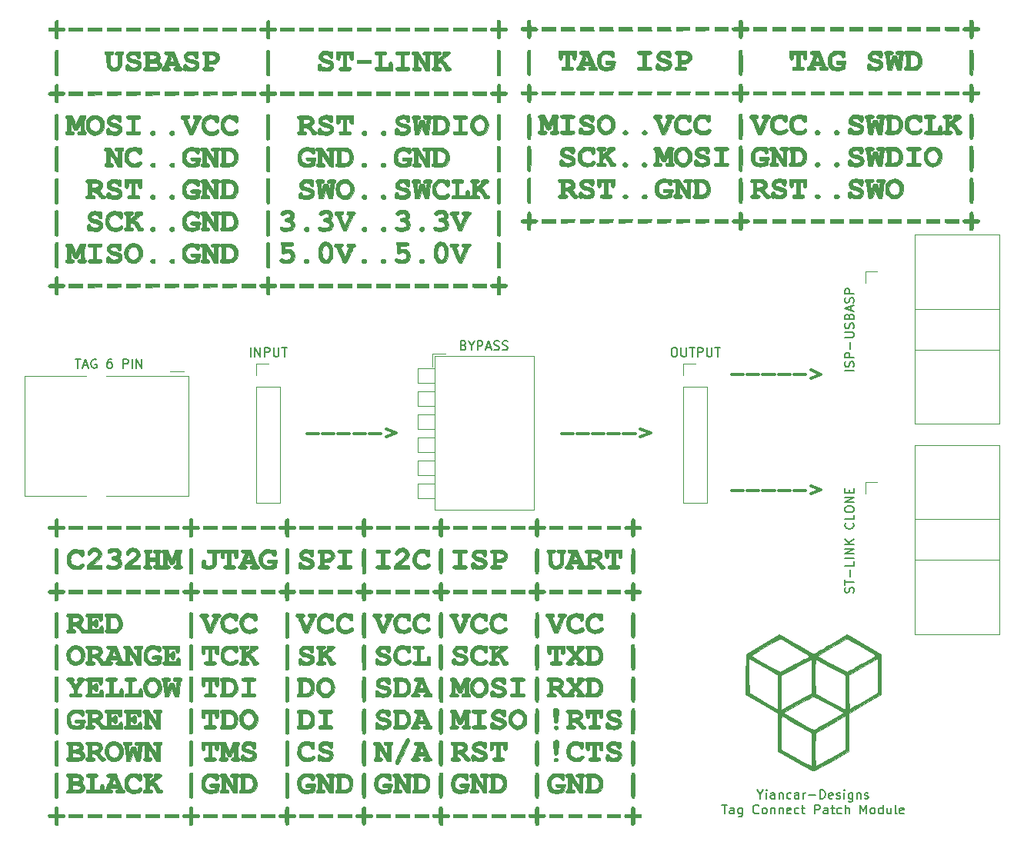
<source format=gto>
G04 #@! TF.GenerationSoftware,KiCad,Pcbnew,(5.1.0-0)*
G04 #@! TF.CreationDate,2020-01-05T13:41:57+00:00*
G04 #@! TF.ProjectId,tag_connect_adaptor,7461675f-636f-46e6-9e65-63745f616461,V1.0*
G04 #@! TF.SameCoordinates,Original*
G04 #@! TF.FileFunction,Legend,Top*
G04 #@! TF.FilePolarity,Positive*
%FSLAX46Y46*%
G04 Gerber Fmt 4.6, Leading zero omitted, Abs format (unit mm)*
G04 Created by KiCad (PCBNEW (5.1.0-0)) date 2020-01-05 13:41:57*
%MOMM*%
%LPD*%
G04 APERTURE LIST*
%ADD10C,0.150000*%
%ADD11C,0.300000*%
%ADD12C,0.010000*%
%ADD13C,0.120000*%
%ADD14C,0.100000*%
G04 APERTURE END LIST*
D10*
X95166666Y-107151190D02*
X95166666Y-107627380D01*
X94833333Y-106627380D02*
X95166666Y-107151190D01*
X95500000Y-106627380D01*
X95833333Y-107627380D02*
X95833333Y-106960714D01*
X95833333Y-106627380D02*
X95785714Y-106675000D01*
X95833333Y-106722619D01*
X95880952Y-106675000D01*
X95833333Y-106627380D01*
X95833333Y-106722619D01*
X96738095Y-107627380D02*
X96738095Y-107103571D01*
X96690476Y-107008333D01*
X96595238Y-106960714D01*
X96404761Y-106960714D01*
X96309523Y-107008333D01*
X96738095Y-107579761D02*
X96642857Y-107627380D01*
X96404761Y-107627380D01*
X96309523Y-107579761D01*
X96261904Y-107484523D01*
X96261904Y-107389285D01*
X96309523Y-107294047D01*
X96404761Y-107246428D01*
X96642857Y-107246428D01*
X96738095Y-107198809D01*
X97214285Y-106960714D02*
X97214285Y-107627380D01*
X97214285Y-107055952D02*
X97261904Y-107008333D01*
X97357142Y-106960714D01*
X97500000Y-106960714D01*
X97595238Y-107008333D01*
X97642857Y-107103571D01*
X97642857Y-107627380D01*
X98547619Y-107579761D02*
X98452380Y-107627380D01*
X98261904Y-107627380D01*
X98166666Y-107579761D01*
X98119047Y-107532142D01*
X98071428Y-107436904D01*
X98071428Y-107151190D01*
X98119047Y-107055952D01*
X98166666Y-107008333D01*
X98261904Y-106960714D01*
X98452380Y-106960714D01*
X98547619Y-107008333D01*
X99404761Y-107627380D02*
X99404761Y-107103571D01*
X99357142Y-107008333D01*
X99261904Y-106960714D01*
X99071428Y-106960714D01*
X98976190Y-107008333D01*
X99404761Y-107579761D02*
X99309523Y-107627380D01*
X99071428Y-107627380D01*
X98976190Y-107579761D01*
X98928571Y-107484523D01*
X98928571Y-107389285D01*
X98976190Y-107294047D01*
X99071428Y-107246428D01*
X99309523Y-107246428D01*
X99404761Y-107198809D01*
X99880952Y-107627380D02*
X99880952Y-106960714D01*
X99880952Y-107151190D02*
X99928571Y-107055952D01*
X99976190Y-107008333D01*
X100071428Y-106960714D01*
X100166666Y-106960714D01*
X100500000Y-107246428D02*
X101261904Y-107246428D01*
X101738095Y-107627380D02*
X101738095Y-106627380D01*
X101976190Y-106627380D01*
X102119047Y-106675000D01*
X102214285Y-106770238D01*
X102261904Y-106865476D01*
X102309523Y-107055952D01*
X102309523Y-107198809D01*
X102261904Y-107389285D01*
X102214285Y-107484523D01*
X102119047Y-107579761D01*
X101976190Y-107627380D01*
X101738095Y-107627380D01*
X103119047Y-107579761D02*
X103023809Y-107627380D01*
X102833333Y-107627380D01*
X102738095Y-107579761D01*
X102690476Y-107484523D01*
X102690476Y-107103571D01*
X102738095Y-107008333D01*
X102833333Y-106960714D01*
X103023809Y-106960714D01*
X103119047Y-107008333D01*
X103166666Y-107103571D01*
X103166666Y-107198809D01*
X102690476Y-107294047D01*
X103547619Y-107579761D02*
X103642857Y-107627380D01*
X103833333Y-107627380D01*
X103928571Y-107579761D01*
X103976190Y-107484523D01*
X103976190Y-107436904D01*
X103928571Y-107341666D01*
X103833333Y-107294047D01*
X103690476Y-107294047D01*
X103595238Y-107246428D01*
X103547619Y-107151190D01*
X103547619Y-107103571D01*
X103595238Y-107008333D01*
X103690476Y-106960714D01*
X103833333Y-106960714D01*
X103928571Y-107008333D01*
X104404761Y-107627380D02*
X104404761Y-106960714D01*
X104404761Y-106627380D02*
X104357142Y-106675000D01*
X104404761Y-106722619D01*
X104452380Y-106675000D01*
X104404761Y-106627380D01*
X104404761Y-106722619D01*
X105309523Y-106960714D02*
X105309523Y-107770238D01*
X105261904Y-107865476D01*
X105214285Y-107913095D01*
X105119047Y-107960714D01*
X104976190Y-107960714D01*
X104880952Y-107913095D01*
X105309523Y-107579761D02*
X105214285Y-107627380D01*
X105023809Y-107627380D01*
X104928571Y-107579761D01*
X104880952Y-107532142D01*
X104833333Y-107436904D01*
X104833333Y-107151190D01*
X104880952Y-107055952D01*
X104928571Y-107008333D01*
X105023809Y-106960714D01*
X105214285Y-106960714D01*
X105309523Y-107008333D01*
X105785714Y-106960714D02*
X105785714Y-107627380D01*
X105785714Y-107055952D02*
X105833333Y-107008333D01*
X105928571Y-106960714D01*
X106071428Y-106960714D01*
X106166666Y-107008333D01*
X106214285Y-107103571D01*
X106214285Y-107627380D01*
X106642857Y-107579761D02*
X106738095Y-107627380D01*
X106928571Y-107627380D01*
X107023809Y-107579761D01*
X107071428Y-107484523D01*
X107071428Y-107436904D01*
X107023809Y-107341666D01*
X106928571Y-107294047D01*
X106785714Y-107294047D01*
X106690476Y-107246428D01*
X106642857Y-107151190D01*
X106642857Y-107103571D01*
X106690476Y-107008333D01*
X106785714Y-106960714D01*
X106928571Y-106960714D01*
X107023809Y-107008333D01*
X90928571Y-108277380D02*
X91500000Y-108277380D01*
X91214285Y-109277380D02*
X91214285Y-108277380D01*
X92261904Y-109277380D02*
X92261904Y-108753571D01*
X92214285Y-108658333D01*
X92119047Y-108610714D01*
X91928571Y-108610714D01*
X91833333Y-108658333D01*
X92261904Y-109229761D02*
X92166666Y-109277380D01*
X91928571Y-109277380D01*
X91833333Y-109229761D01*
X91785714Y-109134523D01*
X91785714Y-109039285D01*
X91833333Y-108944047D01*
X91928571Y-108896428D01*
X92166666Y-108896428D01*
X92261904Y-108848809D01*
X93166666Y-108610714D02*
X93166666Y-109420238D01*
X93119047Y-109515476D01*
X93071428Y-109563095D01*
X92976190Y-109610714D01*
X92833333Y-109610714D01*
X92738095Y-109563095D01*
X93166666Y-109229761D02*
X93071428Y-109277380D01*
X92880952Y-109277380D01*
X92785714Y-109229761D01*
X92738095Y-109182142D01*
X92690476Y-109086904D01*
X92690476Y-108801190D01*
X92738095Y-108705952D01*
X92785714Y-108658333D01*
X92880952Y-108610714D01*
X93071428Y-108610714D01*
X93166666Y-108658333D01*
X94976190Y-109182142D02*
X94928571Y-109229761D01*
X94785714Y-109277380D01*
X94690476Y-109277380D01*
X94547619Y-109229761D01*
X94452380Y-109134523D01*
X94404761Y-109039285D01*
X94357142Y-108848809D01*
X94357142Y-108705952D01*
X94404761Y-108515476D01*
X94452380Y-108420238D01*
X94547619Y-108325000D01*
X94690476Y-108277380D01*
X94785714Y-108277380D01*
X94928571Y-108325000D01*
X94976190Y-108372619D01*
X95547619Y-109277380D02*
X95452380Y-109229761D01*
X95404761Y-109182142D01*
X95357142Y-109086904D01*
X95357142Y-108801190D01*
X95404761Y-108705952D01*
X95452380Y-108658333D01*
X95547619Y-108610714D01*
X95690476Y-108610714D01*
X95785714Y-108658333D01*
X95833333Y-108705952D01*
X95880952Y-108801190D01*
X95880952Y-109086904D01*
X95833333Y-109182142D01*
X95785714Y-109229761D01*
X95690476Y-109277380D01*
X95547619Y-109277380D01*
X96309523Y-108610714D02*
X96309523Y-109277380D01*
X96309523Y-108705952D02*
X96357142Y-108658333D01*
X96452380Y-108610714D01*
X96595238Y-108610714D01*
X96690476Y-108658333D01*
X96738095Y-108753571D01*
X96738095Y-109277380D01*
X97214285Y-108610714D02*
X97214285Y-109277380D01*
X97214285Y-108705952D02*
X97261904Y-108658333D01*
X97357142Y-108610714D01*
X97500000Y-108610714D01*
X97595238Y-108658333D01*
X97642857Y-108753571D01*
X97642857Y-109277380D01*
X98500000Y-109229761D02*
X98404761Y-109277380D01*
X98214285Y-109277380D01*
X98119047Y-109229761D01*
X98071428Y-109134523D01*
X98071428Y-108753571D01*
X98119047Y-108658333D01*
X98214285Y-108610714D01*
X98404761Y-108610714D01*
X98500000Y-108658333D01*
X98547619Y-108753571D01*
X98547619Y-108848809D01*
X98071428Y-108944047D01*
X99404761Y-109229761D02*
X99309523Y-109277380D01*
X99119047Y-109277380D01*
X99023809Y-109229761D01*
X98976190Y-109182142D01*
X98928571Y-109086904D01*
X98928571Y-108801190D01*
X98976190Y-108705952D01*
X99023809Y-108658333D01*
X99119047Y-108610714D01*
X99309523Y-108610714D01*
X99404761Y-108658333D01*
X99690476Y-108610714D02*
X100071428Y-108610714D01*
X99833333Y-108277380D02*
X99833333Y-109134523D01*
X99880952Y-109229761D01*
X99976190Y-109277380D01*
X100071428Y-109277380D01*
X101166666Y-109277380D02*
X101166666Y-108277380D01*
X101547619Y-108277380D01*
X101642857Y-108325000D01*
X101690476Y-108372619D01*
X101738095Y-108467857D01*
X101738095Y-108610714D01*
X101690476Y-108705952D01*
X101642857Y-108753571D01*
X101547619Y-108801190D01*
X101166666Y-108801190D01*
X102595238Y-109277380D02*
X102595238Y-108753571D01*
X102547619Y-108658333D01*
X102452380Y-108610714D01*
X102261904Y-108610714D01*
X102166666Y-108658333D01*
X102595238Y-109229761D02*
X102500000Y-109277380D01*
X102261904Y-109277380D01*
X102166666Y-109229761D01*
X102119047Y-109134523D01*
X102119047Y-109039285D01*
X102166666Y-108944047D01*
X102261904Y-108896428D01*
X102500000Y-108896428D01*
X102595238Y-108848809D01*
X102928571Y-108610714D02*
X103309523Y-108610714D01*
X103071428Y-108277380D02*
X103071428Y-109134523D01*
X103119047Y-109229761D01*
X103214285Y-109277380D01*
X103309523Y-109277380D01*
X104071428Y-109229761D02*
X103976190Y-109277380D01*
X103785714Y-109277380D01*
X103690476Y-109229761D01*
X103642857Y-109182142D01*
X103595238Y-109086904D01*
X103595238Y-108801190D01*
X103642857Y-108705952D01*
X103690476Y-108658333D01*
X103785714Y-108610714D01*
X103976190Y-108610714D01*
X104071428Y-108658333D01*
X104500000Y-109277380D02*
X104500000Y-108277380D01*
X104928571Y-109277380D02*
X104928571Y-108753571D01*
X104880952Y-108658333D01*
X104785714Y-108610714D01*
X104642857Y-108610714D01*
X104547619Y-108658333D01*
X104500000Y-108705952D01*
X106166666Y-109277380D02*
X106166666Y-108277380D01*
X106499999Y-108991666D01*
X106833333Y-108277380D01*
X106833333Y-109277380D01*
X107452380Y-109277380D02*
X107357142Y-109229761D01*
X107309523Y-109182142D01*
X107261904Y-109086904D01*
X107261904Y-108801190D01*
X107309523Y-108705952D01*
X107357142Y-108658333D01*
X107452380Y-108610714D01*
X107595238Y-108610714D01*
X107690476Y-108658333D01*
X107738095Y-108705952D01*
X107785714Y-108801190D01*
X107785714Y-109086904D01*
X107738095Y-109182142D01*
X107690476Y-109229761D01*
X107595238Y-109277380D01*
X107452380Y-109277380D01*
X108642857Y-109277380D02*
X108642857Y-108277380D01*
X108642857Y-109229761D02*
X108547619Y-109277380D01*
X108357142Y-109277380D01*
X108261904Y-109229761D01*
X108214285Y-109182142D01*
X108166666Y-109086904D01*
X108166666Y-108801190D01*
X108214285Y-108705952D01*
X108261904Y-108658333D01*
X108357142Y-108610714D01*
X108547619Y-108610714D01*
X108642857Y-108658333D01*
X109547619Y-108610714D02*
X109547619Y-109277380D01*
X109119047Y-108610714D02*
X109119047Y-109134523D01*
X109166666Y-109229761D01*
X109261904Y-109277380D01*
X109404761Y-109277380D01*
X109499999Y-109229761D01*
X109547619Y-109182142D01*
X110166666Y-109277380D02*
X110071428Y-109229761D01*
X110023809Y-109134523D01*
X110023809Y-108277380D01*
X110928571Y-109229761D02*
X110833333Y-109277380D01*
X110642857Y-109277380D01*
X110547619Y-109229761D01*
X110499999Y-109134523D01*
X110499999Y-108753571D01*
X110547619Y-108658333D01*
X110642857Y-108610714D01*
X110833333Y-108610714D01*
X110928571Y-108658333D01*
X110976190Y-108753571D01*
X110976190Y-108848809D01*
X110499999Y-108944047D01*
D11*
X92000000Y-73678571D02*
X93285714Y-73678571D01*
X93714285Y-73678571D02*
X95000000Y-73678571D01*
X95428571Y-73678571D02*
X96714285Y-73678571D01*
X97142857Y-73678571D02*
X98428571Y-73678571D01*
X98857142Y-73678571D02*
X100142857Y-73678571D01*
X100714285Y-73178571D02*
X101857142Y-73607142D01*
X100714285Y-74035714D01*
X92000000Y-60928571D02*
X93285714Y-60928571D01*
X93714285Y-60928571D02*
X95000000Y-60928571D01*
X95428571Y-60928571D02*
X96714285Y-60928571D01*
X97142857Y-60928571D02*
X98428571Y-60928571D01*
X98857142Y-60928571D02*
X100142857Y-60928571D01*
X100714285Y-60428571D02*
X101857142Y-60857142D01*
X100714285Y-61285714D01*
X73250000Y-67428571D02*
X74535714Y-67428571D01*
X74964285Y-67428571D02*
X76250000Y-67428571D01*
X76678571Y-67428571D02*
X77964285Y-67428571D01*
X78392857Y-67428571D02*
X79678571Y-67428571D01*
X80107142Y-67428571D02*
X81392857Y-67428571D01*
X81964285Y-66928571D02*
X83107142Y-67357142D01*
X81964285Y-67785714D01*
X45250000Y-67428571D02*
X46535714Y-67428571D01*
X46964285Y-67428571D02*
X48250000Y-67428571D01*
X48678571Y-67428571D02*
X49964285Y-67428571D01*
X50392857Y-67428571D02*
X51678571Y-67428571D01*
X52107142Y-67428571D02*
X53392857Y-67428571D01*
X53964285Y-66928571D02*
X55107142Y-67357142D01*
X53964285Y-67785714D01*
D12*
G36*
X108408333Y-91709633D02*
G01*
X108430869Y-93913095D01*
X108453406Y-96116556D01*
X106674036Y-97170534D01*
X104894666Y-98224511D01*
X104894666Y-102395397D01*
X102988833Y-103465365D01*
X102469648Y-103754441D01*
X101996172Y-104013495D01*
X101589212Y-104231510D01*
X101269573Y-104397470D01*
X101058064Y-104500359D01*
X100977999Y-104529986D01*
X100878339Y-104488337D01*
X100652577Y-104373908D01*
X100321622Y-104197949D01*
X99906385Y-103971708D01*
X99427777Y-103706435D01*
X98989166Y-103460032D01*
X97105333Y-102395424D01*
X97105333Y-99891123D01*
X97446624Y-99891123D01*
X97447021Y-100320187D01*
X97450042Y-102207000D01*
X99076854Y-103115247D01*
X99553778Y-103380012D01*
X99981408Y-103614555D01*
X100337573Y-103806948D01*
X100600101Y-103945266D01*
X100746821Y-104017580D01*
X100768817Y-104025414D01*
X100786904Y-103945410D01*
X100800972Y-103720461D01*
X100810459Y-103374920D01*
X100814798Y-102933140D01*
X100814269Y-102735067D01*
X101184647Y-102735067D01*
X101185690Y-103208809D01*
X101191529Y-103596152D01*
X101201717Y-103872709D01*
X101215806Y-104014092D01*
X101222422Y-104027333D01*
X101309688Y-103987893D01*
X101522666Y-103877458D01*
X101839373Y-103707853D01*
X102237823Y-103490904D01*
X102696032Y-103238436D01*
X102914468Y-103117166D01*
X104550124Y-102207000D01*
X104553062Y-100320187D01*
X104553286Y-99708880D01*
X104550751Y-99247305D01*
X104543881Y-98915864D01*
X104531099Y-98694959D01*
X104510831Y-98564992D01*
X104481500Y-98506367D01*
X104441530Y-98499486D01*
X104407833Y-98514164D01*
X104292165Y-98579899D01*
X104054562Y-98716899D01*
X103719336Y-98911075D01*
X103310802Y-99148339D01*
X102853272Y-99414602D01*
X102735666Y-99483124D01*
X101211666Y-100371296D01*
X101188848Y-102199315D01*
X101184647Y-102735067D01*
X100814269Y-102735067D01*
X100813426Y-102419474D01*
X100811151Y-102199315D01*
X100788333Y-100371296D01*
X99264333Y-99483124D01*
X98798454Y-99211874D01*
X98375574Y-98966148D01*
X98020004Y-98760033D01*
X97756059Y-98607619D01*
X97608051Y-98522994D01*
X97592166Y-98514164D01*
X97544145Y-98497245D01*
X97507826Y-98518872D01*
X97481633Y-98598643D01*
X97463991Y-98756156D01*
X97453326Y-99011009D01*
X97448062Y-99382798D01*
X97446624Y-99891123D01*
X97105333Y-99891123D01*
X97105333Y-98224511D01*
X96963121Y-98140274D01*
X97639302Y-98140274D01*
X99256151Y-99086741D01*
X99731145Y-99362625D01*
X100159846Y-99607512D01*
X100519849Y-99808938D01*
X100788754Y-99954440D01*
X100944157Y-100031555D01*
X100970717Y-100040603D01*
X101069400Y-100001909D01*
X101291802Y-99889420D01*
X101615691Y-99715203D01*
X102018837Y-99491326D01*
X102479007Y-99229856D01*
X102714437Y-99094066D01*
X104360438Y-98140133D01*
X102743719Y-97252566D01*
X102263192Y-96991849D01*
X101827711Y-96761412D01*
X101460706Y-96573183D01*
X101185608Y-96439088D01*
X101025848Y-96371053D01*
X101000000Y-96365000D01*
X100891091Y-96404310D01*
X100657789Y-96514289D01*
X100323523Y-96683013D01*
X99911722Y-96898555D01*
X99445816Y-97148988D01*
X99256151Y-97252637D01*
X97639302Y-98140274D01*
X96963121Y-98140274D01*
X95325963Y-97170534D01*
X93546593Y-96116556D01*
X93569130Y-93913095D01*
X93586995Y-92166297D01*
X93884739Y-92166297D01*
X93907536Y-94051622D01*
X93930333Y-95936946D01*
X95454333Y-96846452D01*
X95911752Y-97117842D01*
X96320352Y-97357236D01*
X96657749Y-97551771D01*
X96901565Y-97688581D01*
X97029417Y-97754800D01*
X97041833Y-97758979D01*
X97060111Y-97679202D01*
X97076331Y-97453983D01*
X97089692Y-97107211D01*
X97099393Y-96662773D01*
X97104635Y-96144556D01*
X97105333Y-95863756D01*
X97105333Y-93993993D01*
X97444000Y-93993993D01*
X97444000Y-97858527D01*
X98100166Y-97496644D01*
X98436898Y-97310836D01*
X98866196Y-97073811D01*
X99332435Y-96816287D01*
X99772333Y-96573215D01*
X100788333Y-96011671D01*
X100811119Y-94135169D01*
X100815695Y-93591996D01*
X100815787Y-93356364D01*
X101183688Y-93356364D01*
X101186160Y-93873523D01*
X101188880Y-94135322D01*
X101211666Y-96011978D01*
X102862666Y-96927019D01*
X103340692Y-97191554D01*
X103766291Y-97426304D01*
X104118124Y-97619564D01*
X104374850Y-97759625D01*
X104515129Y-97834781D01*
X104534833Y-97844364D01*
X104540884Y-97764337D01*
X104546260Y-97538704D01*
X104550701Y-97191190D01*
X104553945Y-96745521D01*
X104555732Y-96225425D01*
X104556000Y-95920330D01*
X104556000Y-93993993D01*
X104501907Y-93965512D01*
X104894666Y-93965512D01*
X104894666Y-95863756D01*
X104897364Y-96410034D01*
X104904924Y-96894541D01*
X104916545Y-97293387D01*
X104931428Y-97582687D01*
X104948772Y-97738551D01*
X104958166Y-97758979D01*
X105046741Y-97716520D01*
X105258014Y-97599600D01*
X105569604Y-97421083D01*
X105959131Y-97193835D01*
X106404213Y-96930721D01*
X106545666Y-96846452D01*
X108069666Y-95936946D01*
X108092463Y-94051622D01*
X108115260Y-92166297D01*
X107923130Y-92265858D01*
X107790734Y-92337775D01*
X107537682Y-92478117D01*
X107190712Y-92671945D01*
X106776561Y-92904322D01*
X106321966Y-93160313D01*
X106312833Y-93165465D01*
X104894666Y-93965512D01*
X104501907Y-93965512D01*
X102908058Y-93126330D01*
X102426118Y-92873659D01*
X101995505Y-92649951D01*
X101638380Y-92466549D01*
X101376901Y-92334797D01*
X101233231Y-92266040D01*
X101213104Y-92258666D01*
X101200476Y-92339308D01*
X101191157Y-92565185D01*
X101185457Y-92912228D01*
X101183688Y-93356364D01*
X100815787Y-93356364D01*
X100815883Y-93110519D01*
X100811994Y-92714809D01*
X100804338Y-92428939D01*
X100793228Y-92276981D01*
X100786895Y-92258666D01*
X100701505Y-92296417D01*
X100488649Y-92402106D01*
X100170488Y-92564391D01*
X99769181Y-92771926D01*
X99306888Y-93013368D01*
X99091941Y-93126330D01*
X97444000Y-93993993D01*
X97105333Y-93993993D01*
X97105333Y-93965512D01*
X95687166Y-93165465D01*
X95232046Y-92909161D01*
X94816845Y-92676177D01*
X94468302Y-92481450D01*
X94213153Y-92339917D01*
X94078135Y-92266515D01*
X94076869Y-92265858D01*
X93884739Y-92166297D01*
X93586995Y-92166297D01*
X93590200Y-91852918D01*
X94162194Y-91852918D01*
X94239417Y-91912197D01*
X94442688Y-92040527D01*
X94749999Y-92224784D01*
X95139343Y-92451842D01*
X95588711Y-92708577D01*
X95743268Y-92795800D01*
X97302203Y-93672932D01*
X98410268Y-93088993D01*
X98856568Y-92854542D01*
X99300102Y-92622844D01*
X99695351Y-92417593D01*
X99996800Y-92262485D01*
X100047500Y-92236688D01*
X100308899Y-92098076D01*
X100497637Y-91986462D01*
X100575198Y-91924729D01*
X100575474Y-91922994D01*
X100571407Y-91920000D01*
X101425590Y-91920000D01*
X101497039Y-91970044D01*
X101697074Y-92086408D01*
X102004117Y-92257160D01*
X102396585Y-92470367D01*
X102852899Y-92714097D01*
X103054231Y-92820500D01*
X104683000Y-93678666D01*
X104937000Y-93534472D01*
X105092754Y-93446675D01*
X105366737Y-93292866D01*
X105729358Y-93089631D01*
X106151022Y-92853558D01*
X106524500Y-92644643D01*
X106950789Y-92403302D01*
X107320673Y-92188208D01*
X107610722Y-92013455D01*
X107797504Y-91893135D01*
X107858000Y-91842520D01*
X107788244Y-91782063D01*
X107596322Y-91654734D01*
X107308250Y-91475607D01*
X106950047Y-91259760D01*
X106547728Y-91022265D01*
X106127313Y-90778200D01*
X105714817Y-90542638D01*
X105336258Y-90330655D01*
X105017654Y-90157327D01*
X104785022Y-90037728D01*
X104664378Y-89986933D01*
X104655038Y-89986631D01*
X104541013Y-90045848D01*
X104315129Y-90173809D01*
X104002716Y-90355348D01*
X103629104Y-90575302D01*
X103219624Y-90818506D01*
X102799605Y-91069796D01*
X102394379Y-91314007D01*
X102029275Y-91535975D01*
X101729624Y-91720535D01*
X101520755Y-91852523D01*
X101428000Y-91916774D01*
X101425590Y-91920000D01*
X100571407Y-91920000D01*
X100506392Y-91872140D01*
X100316588Y-91750783D01*
X100031393Y-91574108D01*
X99676139Y-91357297D01*
X99276158Y-91115535D01*
X98856780Y-90864005D01*
X98443339Y-90617890D01*
X98061164Y-90392376D01*
X97735588Y-90202644D01*
X97491942Y-90063879D01*
X97355557Y-89991265D01*
X97344961Y-89986631D01*
X97251941Y-90017601D01*
X97042556Y-90121391D01*
X96742527Y-90282918D01*
X96377578Y-90487101D01*
X95973431Y-90718855D01*
X95555807Y-90963098D01*
X95150430Y-91204746D01*
X94783022Y-91428719D01*
X94479305Y-91619931D01*
X94265001Y-91763301D01*
X94165833Y-91843745D01*
X94162194Y-91852918D01*
X93590200Y-91852918D01*
X93591666Y-91709633D01*
X97292080Y-89543495D01*
X99095009Y-90604747D01*
X99596786Y-90897763D01*
X100053110Y-91159780D01*
X100442922Y-91379066D01*
X100745166Y-91543891D01*
X100938782Y-91642522D01*
X101000000Y-91665999D01*
X101098509Y-91624601D01*
X101321411Y-91508228D01*
X101647647Y-91328610D01*
X102056159Y-91097480D01*
X102525890Y-90826567D01*
X102904990Y-90604747D01*
X104707919Y-89543495D01*
X108408333Y-91709633D01*
X108408333Y-91709633D01*
G37*
X108408333Y-91709633D02*
X108430869Y-93913095D01*
X108453406Y-96116556D01*
X106674036Y-97170534D01*
X104894666Y-98224511D01*
X104894666Y-102395397D01*
X102988833Y-103465365D01*
X102469648Y-103754441D01*
X101996172Y-104013495D01*
X101589212Y-104231510D01*
X101269573Y-104397470D01*
X101058064Y-104500359D01*
X100977999Y-104529986D01*
X100878339Y-104488337D01*
X100652577Y-104373908D01*
X100321622Y-104197949D01*
X99906385Y-103971708D01*
X99427777Y-103706435D01*
X98989166Y-103460032D01*
X97105333Y-102395424D01*
X97105333Y-99891123D01*
X97446624Y-99891123D01*
X97447021Y-100320187D01*
X97450042Y-102207000D01*
X99076854Y-103115247D01*
X99553778Y-103380012D01*
X99981408Y-103614555D01*
X100337573Y-103806948D01*
X100600101Y-103945266D01*
X100746821Y-104017580D01*
X100768817Y-104025414D01*
X100786904Y-103945410D01*
X100800972Y-103720461D01*
X100810459Y-103374920D01*
X100814798Y-102933140D01*
X100814269Y-102735067D01*
X101184647Y-102735067D01*
X101185690Y-103208809D01*
X101191529Y-103596152D01*
X101201717Y-103872709D01*
X101215806Y-104014092D01*
X101222422Y-104027333D01*
X101309688Y-103987893D01*
X101522666Y-103877458D01*
X101839373Y-103707853D01*
X102237823Y-103490904D01*
X102696032Y-103238436D01*
X102914468Y-103117166D01*
X104550124Y-102207000D01*
X104553062Y-100320187D01*
X104553286Y-99708880D01*
X104550751Y-99247305D01*
X104543881Y-98915864D01*
X104531099Y-98694959D01*
X104510831Y-98564992D01*
X104481500Y-98506367D01*
X104441530Y-98499486D01*
X104407833Y-98514164D01*
X104292165Y-98579899D01*
X104054562Y-98716899D01*
X103719336Y-98911075D01*
X103310802Y-99148339D01*
X102853272Y-99414602D01*
X102735666Y-99483124D01*
X101211666Y-100371296D01*
X101188848Y-102199315D01*
X101184647Y-102735067D01*
X100814269Y-102735067D01*
X100813426Y-102419474D01*
X100811151Y-102199315D01*
X100788333Y-100371296D01*
X99264333Y-99483124D01*
X98798454Y-99211874D01*
X98375574Y-98966148D01*
X98020004Y-98760033D01*
X97756059Y-98607619D01*
X97608051Y-98522994D01*
X97592166Y-98514164D01*
X97544145Y-98497245D01*
X97507826Y-98518872D01*
X97481633Y-98598643D01*
X97463991Y-98756156D01*
X97453326Y-99011009D01*
X97448062Y-99382798D01*
X97446624Y-99891123D01*
X97105333Y-99891123D01*
X97105333Y-98224511D01*
X96963121Y-98140274D01*
X97639302Y-98140274D01*
X99256151Y-99086741D01*
X99731145Y-99362625D01*
X100159846Y-99607512D01*
X100519849Y-99808938D01*
X100788754Y-99954440D01*
X100944157Y-100031555D01*
X100970717Y-100040603D01*
X101069400Y-100001909D01*
X101291802Y-99889420D01*
X101615691Y-99715203D01*
X102018837Y-99491326D01*
X102479007Y-99229856D01*
X102714437Y-99094066D01*
X104360438Y-98140133D01*
X102743719Y-97252566D01*
X102263192Y-96991849D01*
X101827711Y-96761412D01*
X101460706Y-96573183D01*
X101185608Y-96439088D01*
X101025848Y-96371053D01*
X101000000Y-96365000D01*
X100891091Y-96404310D01*
X100657789Y-96514289D01*
X100323523Y-96683013D01*
X99911722Y-96898555D01*
X99445816Y-97148988D01*
X99256151Y-97252637D01*
X97639302Y-98140274D01*
X96963121Y-98140274D01*
X95325963Y-97170534D01*
X93546593Y-96116556D01*
X93569130Y-93913095D01*
X93586995Y-92166297D01*
X93884739Y-92166297D01*
X93907536Y-94051622D01*
X93930333Y-95936946D01*
X95454333Y-96846452D01*
X95911752Y-97117842D01*
X96320352Y-97357236D01*
X96657749Y-97551771D01*
X96901565Y-97688581D01*
X97029417Y-97754800D01*
X97041833Y-97758979D01*
X97060111Y-97679202D01*
X97076331Y-97453983D01*
X97089692Y-97107211D01*
X97099393Y-96662773D01*
X97104635Y-96144556D01*
X97105333Y-95863756D01*
X97105333Y-93993993D01*
X97444000Y-93993993D01*
X97444000Y-97858527D01*
X98100166Y-97496644D01*
X98436898Y-97310836D01*
X98866196Y-97073811D01*
X99332435Y-96816287D01*
X99772333Y-96573215D01*
X100788333Y-96011671D01*
X100811119Y-94135169D01*
X100815695Y-93591996D01*
X100815787Y-93356364D01*
X101183688Y-93356364D01*
X101186160Y-93873523D01*
X101188880Y-94135322D01*
X101211666Y-96011978D01*
X102862666Y-96927019D01*
X103340692Y-97191554D01*
X103766291Y-97426304D01*
X104118124Y-97619564D01*
X104374850Y-97759625D01*
X104515129Y-97834781D01*
X104534833Y-97844364D01*
X104540884Y-97764337D01*
X104546260Y-97538704D01*
X104550701Y-97191190D01*
X104553945Y-96745521D01*
X104555732Y-96225425D01*
X104556000Y-95920330D01*
X104556000Y-93993993D01*
X104501907Y-93965512D01*
X104894666Y-93965512D01*
X104894666Y-95863756D01*
X104897364Y-96410034D01*
X104904924Y-96894541D01*
X104916545Y-97293387D01*
X104931428Y-97582687D01*
X104948772Y-97738551D01*
X104958166Y-97758979D01*
X105046741Y-97716520D01*
X105258014Y-97599600D01*
X105569604Y-97421083D01*
X105959131Y-97193835D01*
X106404213Y-96930721D01*
X106545666Y-96846452D01*
X108069666Y-95936946D01*
X108092463Y-94051622D01*
X108115260Y-92166297D01*
X107923130Y-92265858D01*
X107790734Y-92337775D01*
X107537682Y-92478117D01*
X107190712Y-92671945D01*
X106776561Y-92904322D01*
X106321966Y-93160313D01*
X106312833Y-93165465D01*
X104894666Y-93965512D01*
X104501907Y-93965512D01*
X102908058Y-93126330D01*
X102426118Y-92873659D01*
X101995505Y-92649951D01*
X101638380Y-92466549D01*
X101376901Y-92334797D01*
X101233231Y-92266040D01*
X101213104Y-92258666D01*
X101200476Y-92339308D01*
X101191157Y-92565185D01*
X101185457Y-92912228D01*
X101183688Y-93356364D01*
X100815787Y-93356364D01*
X100815883Y-93110519D01*
X100811994Y-92714809D01*
X100804338Y-92428939D01*
X100793228Y-92276981D01*
X100786895Y-92258666D01*
X100701505Y-92296417D01*
X100488649Y-92402106D01*
X100170488Y-92564391D01*
X99769181Y-92771926D01*
X99306888Y-93013368D01*
X99091941Y-93126330D01*
X97444000Y-93993993D01*
X97105333Y-93993993D01*
X97105333Y-93965512D01*
X95687166Y-93165465D01*
X95232046Y-92909161D01*
X94816845Y-92676177D01*
X94468302Y-92481450D01*
X94213153Y-92339917D01*
X94078135Y-92266515D01*
X94076869Y-92265858D01*
X93884739Y-92166297D01*
X93586995Y-92166297D01*
X93590200Y-91852918D01*
X94162194Y-91852918D01*
X94239417Y-91912197D01*
X94442688Y-92040527D01*
X94749999Y-92224784D01*
X95139343Y-92451842D01*
X95588711Y-92708577D01*
X95743268Y-92795800D01*
X97302203Y-93672932D01*
X98410268Y-93088993D01*
X98856568Y-92854542D01*
X99300102Y-92622844D01*
X99695351Y-92417593D01*
X99996800Y-92262485D01*
X100047500Y-92236688D01*
X100308899Y-92098076D01*
X100497637Y-91986462D01*
X100575198Y-91924729D01*
X100575474Y-91922994D01*
X100571407Y-91920000D01*
X101425590Y-91920000D01*
X101497039Y-91970044D01*
X101697074Y-92086408D01*
X102004117Y-92257160D01*
X102396585Y-92470367D01*
X102852899Y-92714097D01*
X103054231Y-92820500D01*
X104683000Y-93678666D01*
X104937000Y-93534472D01*
X105092754Y-93446675D01*
X105366737Y-93292866D01*
X105729358Y-93089631D01*
X106151022Y-92853558D01*
X106524500Y-92644643D01*
X106950789Y-92403302D01*
X107320673Y-92188208D01*
X107610722Y-92013455D01*
X107797504Y-91893135D01*
X107858000Y-91842520D01*
X107788244Y-91782063D01*
X107596322Y-91654734D01*
X107308250Y-91475607D01*
X106950047Y-91259760D01*
X106547728Y-91022265D01*
X106127313Y-90778200D01*
X105714817Y-90542638D01*
X105336258Y-90330655D01*
X105017654Y-90157327D01*
X104785022Y-90037728D01*
X104664378Y-89986933D01*
X104655038Y-89986631D01*
X104541013Y-90045848D01*
X104315129Y-90173809D01*
X104002716Y-90355348D01*
X103629104Y-90575302D01*
X103219624Y-90818506D01*
X102799605Y-91069796D01*
X102394379Y-91314007D01*
X102029275Y-91535975D01*
X101729624Y-91720535D01*
X101520755Y-91852523D01*
X101428000Y-91916774D01*
X101425590Y-91920000D01*
X100571407Y-91920000D01*
X100506392Y-91872140D01*
X100316588Y-91750783D01*
X100031393Y-91574108D01*
X99676139Y-91357297D01*
X99276158Y-91115535D01*
X98856780Y-90864005D01*
X98443339Y-90617890D01*
X98061164Y-90392376D01*
X97735588Y-90202644D01*
X97491942Y-90063879D01*
X97355557Y-89991265D01*
X97344961Y-89986631D01*
X97251941Y-90017601D01*
X97042556Y-90121391D01*
X96742527Y-90282918D01*
X96377578Y-90487101D01*
X95973431Y-90718855D01*
X95555807Y-90963098D01*
X95150430Y-91204746D01*
X94783022Y-91428719D01*
X94479305Y-91619931D01*
X94265001Y-91763301D01*
X94165833Y-91843745D01*
X94162194Y-91852918D01*
X93590200Y-91852918D01*
X93591666Y-91709633D01*
X97292080Y-89543495D01*
X99095009Y-90604747D01*
X99596786Y-90897763D01*
X100053110Y-91159780D01*
X100442922Y-91379066D01*
X100745166Y-91543891D01*
X100938782Y-91642522D01*
X101000000Y-91665999D01*
X101098509Y-91624601D01*
X101321411Y-91508228D01*
X101647647Y-91328610D01*
X102056159Y-91097480D01*
X102525890Y-90826567D01*
X102904990Y-90604747D01*
X104707919Y-89543495D01*
X108408333Y-91709633D01*
G36*
X79753000Y-77936667D02*
G01*
X78271333Y-77936667D01*
X78271333Y-77555667D01*
X79753000Y-77555667D01*
X79753000Y-77936667D01*
X79753000Y-77936667D01*
G37*
X79753000Y-77936667D02*
X78271333Y-77936667D01*
X78271333Y-77555667D01*
X79753000Y-77555667D01*
X79753000Y-77936667D01*
G36*
X77636333Y-77936667D02*
G01*
X76154666Y-77936667D01*
X76154666Y-77555667D01*
X77636333Y-77555667D01*
X77636333Y-77936667D01*
X77636333Y-77936667D01*
G37*
X77636333Y-77936667D02*
X76154666Y-77936667D01*
X76154666Y-77555667D01*
X77636333Y-77555667D01*
X77636333Y-77936667D01*
G36*
X75519666Y-77936667D02*
G01*
X74038000Y-77936667D01*
X74038000Y-77555667D01*
X75519666Y-77555667D01*
X75519666Y-77936667D01*
X75519666Y-77936667D01*
G37*
X75519666Y-77936667D02*
X74038000Y-77936667D01*
X74038000Y-77555667D01*
X75519666Y-77555667D01*
X75519666Y-77936667D01*
G36*
X73403000Y-77936667D02*
G01*
X71921333Y-77936667D01*
X71921333Y-77555667D01*
X73403000Y-77555667D01*
X73403000Y-77936667D01*
X73403000Y-77936667D01*
G37*
X73403000Y-77936667D02*
X71921333Y-77936667D01*
X71921333Y-77555667D01*
X73403000Y-77555667D01*
X73403000Y-77936667D01*
G36*
X68439416Y-77565273D02*
G01*
X69190833Y-77576834D01*
X69203850Y-77756750D01*
X69216868Y-77936667D01*
X67688000Y-77936667D01*
X67688000Y-77553713D01*
X68439416Y-77565273D01*
X68439416Y-77565273D01*
G37*
X68439416Y-77565273D02*
X69190833Y-77576834D01*
X69203850Y-77756750D01*
X69216868Y-77936667D01*
X67688000Y-77936667D01*
X67688000Y-77553713D01*
X68439416Y-77565273D01*
G36*
X66322750Y-77565273D02*
G01*
X67074166Y-77576834D01*
X67087184Y-77756750D01*
X67100201Y-77936667D01*
X65571333Y-77936667D01*
X65571333Y-77553713D01*
X66322750Y-77565273D01*
X66322750Y-77565273D01*
G37*
X66322750Y-77565273D02*
X67074166Y-77576834D01*
X67087184Y-77756750D01*
X67100201Y-77936667D01*
X65571333Y-77936667D01*
X65571333Y-77553713D01*
X66322750Y-77565273D01*
G36*
X64978666Y-77936667D02*
G01*
X63454666Y-77936667D01*
X63454666Y-77555667D01*
X64978666Y-77555667D01*
X64978666Y-77936667D01*
X64978666Y-77936667D01*
G37*
X64978666Y-77936667D02*
X63454666Y-77936667D01*
X63454666Y-77555667D01*
X64978666Y-77555667D01*
X64978666Y-77936667D01*
G36*
X62862000Y-77936667D02*
G01*
X61338000Y-77936667D01*
X61338000Y-77555667D01*
X62862000Y-77555667D01*
X62862000Y-77936667D01*
X62862000Y-77936667D01*
G37*
X62862000Y-77936667D02*
X61338000Y-77936667D01*
X61338000Y-77555667D01*
X62862000Y-77555667D01*
X62862000Y-77936667D01*
G36*
X58628666Y-77936667D02*
G01*
X57104666Y-77936667D01*
X57104666Y-77555667D01*
X58628666Y-77555667D01*
X58628666Y-77936667D01*
X58628666Y-77936667D01*
G37*
X58628666Y-77936667D02*
X57104666Y-77936667D01*
X57104666Y-77555667D01*
X58628666Y-77555667D01*
X58628666Y-77936667D01*
G36*
X56512000Y-77936667D02*
G01*
X54988000Y-77936667D01*
X54988000Y-77555667D01*
X56512000Y-77555667D01*
X56512000Y-77936667D01*
X56512000Y-77936667D01*
G37*
X56512000Y-77936667D02*
X54988000Y-77936667D01*
X54988000Y-77555667D01*
X56512000Y-77555667D01*
X56512000Y-77936667D01*
G36*
X54395333Y-77936667D02*
G01*
X52871333Y-77936667D01*
X52871333Y-77555667D01*
X54395333Y-77555667D01*
X54395333Y-77936667D01*
X54395333Y-77936667D01*
G37*
X54395333Y-77936667D02*
X52871333Y-77936667D01*
X52871333Y-77555667D01*
X54395333Y-77555667D01*
X54395333Y-77936667D01*
G36*
X50162000Y-77936667D02*
G01*
X48638000Y-77936667D01*
X48638000Y-77555667D01*
X50162000Y-77555667D01*
X50162000Y-77936667D01*
X50162000Y-77936667D01*
G37*
X50162000Y-77936667D02*
X48638000Y-77936667D01*
X48638000Y-77555667D01*
X50162000Y-77555667D01*
X50162000Y-77936667D01*
G36*
X48045333Y-77936667D02*
G01*
X46521333Y-77936667D01*
X46521333Y-77555667D01*
X48045333Y-77555667D01*
X48045333Y-77936667D01*
X48045333Y-77936667D01*
G37*
X48045333Y-77936667D02*
X46521333Y-77936667D01*
X46521333Y-77555667D01*
X48045333Y-77555667D01*
X48045333Y-77936667D01*
G36*
X45928666Y-77936667D02*
G01*
X44404666Y-77936667D01*
X44404666Y-77555667D01*
X45928666Y-77555667D01*
X45928666Y-77936667D01*
X45928666Y-77936667D01*
G37*
X45928666Y-77936667D02*
X44404666Y-77936667D01*
X44404666Y-77555667D01*
X45928666Y-77555667D01*
X45928666Y-77936667D01*
G36*
X41695333Y-77936667D02*
G01*
X40171333Y-77936667D01*
X40171333Y-77555667D01*
X41695333Y-77555667D01*
X41695333Y-77936667D01*
X41695333Y-77936667D01*
G37*
X41695333Y-77936667D02*
X40171333Y-77936667D01*
X40171333Y-77555667D01*
X41695333Y-77555667D01*
X41695333Y-77936667D01*
G36*
X39578666Y-77936667D02*
G01*
X38049798Y-77936667D01*
X38062815Y-77756750D01*
X38075833Y-77576834D01*
X38827250Y-77565273D01*
X39578666Y-77553713D01*
X39578666Y-77936667D01*
X39578666Y-77936667D01*
G37*
X39578666Y-77936667D02*
X38049798Y-77936667D01*
X38062815Y-77756750D01*
X38075833Y-77576834D01*
X38827250Y-77565273D01*
X39578666Y-77553713D01*
X39578666Y-77936667D01*
G36*
X37462000Y-77936667D02*
G01*
X35933131Y-77936667D01*
X35946149Y-77756750D01*
X35959166Y-77576834D01*
X36710583Y-77565273D01*
X37462000Y-77553713D01*
X37462000Y-77936667D01*
X37462000Y-77936667D01*
G37*
X37462000Y-77936667D02*
X35933131Y-77936667D01*
X35946149Y-77756750D01*
X35959166Y-77576834D01*
X36710583Y-77565273D01*
X37462000Y-77553713D01*
X37462000Y-77936667D01*
G36*
X35345333Y-77936667D02*
G01*
X33816465Y-77936667D01*
X33829482Y-77756750D01*
X33842500Y-77576834D01*
X34593916Y-77565273D01*
X35345333Y-77553713D01*
X35345333Y-77936667D01*
X35345333Y-77936667D01*
G37*
X35345333Y-77936667D02*
X33816465Y-77936667D01*
X33829482Y-77756750D01*
X33842500Y-77576834D01*
X34593916Y-77565273D01*
X35345333Y-77553713D01*
X35345333Y-77936667D01*
G36*
X31112000Y-77936667D02*
G01*
X29630333Y-77936667D01*
X29630333Y-77555667D01*
X31112000Y-77555667D01*
X31112000Y-77936667D01*
X31112000Y-77936667D01*
G37*
X31112000Y-77936667D02*
X29630333Y-77936667D01*
X29630333Y-77555667D01*
X31112000Y-77555667D01*
X31112000Y-77936667D01*
G36*
X28995333Y-77936667D02*
G01*
X27513666Y-77936667D01*
X27513666Y-77555667D01*
X28995333Y-77555667D01*
X28995333Y-77936667D01*
X28995333Y-77936667D01*
G37*
X28995333Y-77936667D02*
X27513666Y-77936667D01*
X27513666Y-77555667D01*
X28995333Y-77555667D01*
X28995333Y-77936667D01*
G36*
X26878666Y-77936667D02*
G01*
X25397000Y-77936667D01*
X25397000Y-77555667D01*
X26878666Y-77555667D01*
X26878666Y-77936667D01*
X26878666Y-77936667D01*
G37*
X26878666Y-77936667D02*
X25397000Y-77936667D01*
X25397000Y-77555667D01*
X26878666Y-77555667D01*
X26878666Y-77936667D01*
G36*
X24762000Y-77936667D02*
G01*
X23280333Y-77936667D01*
X23280333Y-77555667D01*
X24762000Y-77555667D01*
X24762000Y-77936667D01*
X24762000Y-77936667D01*
G37*
X24762000Y-77936667D02*
X23280333Y-77936667D01*
X23280333Y-77555667D01*
X24762000Y-77555667D01*
X24762000Y-77936667D01*
G36*
X21915083Y-77565273D02*
G01*
X22666500Y-77576834D01*
X22679517Y-77756750D01*
X22692534Y-77936667D01*
X21163666Y-77936667D01*
X21163666Y-77553713D01*
X21915083Y-77565273D01*
X21915083Y-77565273D01*
G37*
X21915083Y-77565273D02*
X22666500Y-77576834D01*
X22679517Y-77756750D01*
X22692534Y-77936667D01*
X21163666Y-77936667D01*
X21163666Y-77553713D01*
X21915083Y-77565273D01*
G36*
X19798416Y-77565273D02*
G01*
X20549833Y-77576834D01*
X20562850Y-77756750D01*
X20575868Y-77936667D01*
X19047000Y-77936667D01*
X19047000Y-77553713D01*
X19798416Y-77565273D01*
X19798416Y-77565273D01*
G37*
X19798416Y-77565273D02*
X20549833Y-77576834D01*
X20562850Y-77756750D01*
X20575868Y-77936667D01*
X19047000Y-77936667D01*
X19047000Y-77553713D01*
X19798416Y-77565273D01*
G36*
X81255050Y-76795871D02*
G01*
X81296442Y-76882415D01*
X81315555Y-77030812D01*
X81319333Y-77201017D01*
X81319333Y-77555667D01*
X81628366Y-77555667D01*
X81821324Y-77562826D01*
X81944464Y-77589210D01*
X82011797Y-77642175D01*
X82037337Y-77729078D01*
X82039000Y-77771271D01*
X82028557Y-77847122D01*
X81987502Y-77895905D01*
X81901241Y-77923274D01*
X81755185Y-77934886D01*
X81612204Y-77936667D01*
X81319333Y-77936667D01*
X81319333Y-78293476D01*
X81314611Y-78490345D01*
X81298736Y-78619286D01*
X81269147Y-78696599D01*
X81252809Y-78716810D01*
X81146342Y-78776749D01*
X81036530Y-78765774D01*
X80989133Y-78732534D01*
X80961827Y-78660508D01*
X80944438Y-78515645D01*
X80938333Y-78309340D01*
X80938333Y-77936667D01*
X80608133Y-77936667D01*
X80405812Y-77929434D01*
X80274782Y-77904389D01*
X80202639Y-77856511D01*
X80176979Y-77780779D01*
X80176333Y-77761891D01*
X80200886Y-77664091D01*
X80280648Y-77599954D01*
X80424772Y-77565246D01*
X80622268Y-77555667D01*
X80935156Y-77555667D01*
X80947328Y-77164083D01*
X80959500Y-76772500D01*
X81078476Y-76758858D01*
X81184641Y-76758809D01*
X81255050Y-76795871D01*
X81255050Y-76795871D01*
G37*
X81255050Y-76795871D02*
X81296442Y-76882415D01*
X81315555Y-77030812D01*
X81319333Y-77201017D01*
X81319333Y-77555667D01*
X81628366Y-77555667D01*
X81821324Y-77562826D01*
X81944464Y-77589210D01*
X82011797Y-77642175D01*
X82037337Y-77729078D01*
X82039000Y-77771271D01*
X82028557Y-77847122D01*
X81987502Y-77895905D01*
X81901241Y-77923274D01*
X81755185Y-77934886D01*
X81612204Y-77936667D01*
X81319333Y-77936667D01*
X81319333Y-78293476D01*
X81314611Y-78490345D01*
X81298736Y-78619286D01*
X81269147Y-78696599D01*
X81252809Y-78716810D01*
X81146342Y-78776749D01*
X81036530Y-78765774D01*
X80989133Y-78732534D01*
X80961827Y-78660508D01*
X80944438Y-78515645D01*
X80938333Y-78309340D01*
X80938333Y-77936667D01*
X80608133Y-77936667D01*
X80405812Y-77929434D01*
X80274782Y-77904389D01*
X80202639Y-77856511D01*
X80176979Y-77780779D01*
X80176333Y-77761891D01*
X80200886Y-77664091D01*
X80280648Y-77599954D01*
X80424772Y-77565246D01*
X80622268Y-77555667D01*
X80935156Y-77555667D01*
X80947328Y-77164083D01*
X80959500Y-76772500D01*
X81078476Y-76758858D01*
X81184641Y-76758809D01*
X81255050Y-76795871D01*
G36*
X70643353Y-76760465D02*
G01*
X70691283Y-76797285D01*
X70719379Y-76875927D01*
X70732623Y-77010528D01*
X70735998Y-77215223D01*
X70736000Y-77220463D01*
X70736000Y-77555667D01*
X71050476Y-77555667D01*
X71272704Y-77568708D01*
X71417205Y-77609343D01*
X71487041Y-77679843D01*
X71485274Y-77782475D01*
X71454177Y-77854783D01*
X71420590Y-77896495D01*
X71362162Y-77921281D01*
X71259617Y-77933284D01*
X71093680Y-77936646D01*
X71073177Y-77936667D01*
X70736000Y-77936667D01*
X70736000Y-78316177D01*
X70733859Y-78500814D01*
X70725114Y-78618860D01*
X70706280Y-78688336D01*
X70673870Y-78727261D01*
X70654116Y-78739511D01*
X70549036Y-78779459D01*
X70469391Y-78757909D01*
X70421523Y-78716810D01*
X70385699Y-78655657D01*
X70364619Y-78549431D01*
X70355721Y-78381829D01*
X70355000Y-78293476D01*
X70355000Y-77936667D01*
X70017822Y-77936667D01*
X69844522Y-77933917D01*
X69736538Y-77922917D01*
X69674618Y-77899544D01*
X69639511Y-77859671D01*
X69636974Y-77855067D01*
X69615643Y-77740401D01*
X69654337Y-77629829D01*
X69695745Y-77588065D01*
X69758193Y-77572662D01*
X69879889Y-77561333D01*
X70035437Y-77556368D01*
X70048083Y-77556315D01*
X70355000Y-77555667D01*
X70355000Y-77204300D01*
X70360559Y-77000844D01*
X70381632Y-76867735D01*
X70424811Y-76791122D01*
X70496687Y-76757157D01*
X70570604Y-76751334D01*
X70643353Y-76760465D01*
X70643353Y-76760465D01*
G37*
X70643353Y-76760465D02*
X70691283Y-76797285D01*
X70719379Y-76875927D01*
X70732623Y-77010528D01*
X70735998Y-77215223D01*
X70736000Y-77220463D01*
X70736000Y-77555667D01*
X71050476Y-77555667D01*
X71272704Y-77568708D01*
X71417205Y-77609343D01*
X71487041Y-77679843D01*
X71485274Y-77782475D01*
X71454177Y-77854783D01*
X71420590Y-77896495D01*
X71362162Y-77921281D01*
X71259617Y-77933284D01*
X71093680Y-77936646D01*
X71073177Y-77936667D01*
X70736000Y-77936667D01*
X70736000Y-78316177D01*
X70733859Y-78500814D01*
X70725114Y-78618860D01*
X70706280Y-78688336D01*
X70673870Y-78727261D01*
X70654116Y-78739511D01*
X70549036Y-78779459D01*
X70469391Y-78757909D01*
X70421523Y-78716810D01*
X70385699Y-78655657D01*
X70364619Y-78549431D01*
X70355721Y-78381829D01*
X70355000Y-78293476D01*
X70355000Y-77936667D01*
X70017822Y-77936667D01*
X69844522Y-77933917D01*
X69736538Y-77922917D01*
X69674618Y-77899544D01*
X69639511Y-77859671D01*
X69636974Y-77855067D01*
X69615643Y-77740401D01*
X69654337Y-77629829D01*
X69695745Y-77588065D01*
X69758193Y-77572662D01*
X69879889Y-77561333D01*
X70035437Y-77556368D01*
X70048083Y-77556315D01*
X70355000Y-77555667D01*
X70355000Y-77204300D01*
X70360559Y-77000844D01*
X70381632Y-76867735D01*
X70424811Y-76791122D01*
X70496687Y-76757157D01*
X70570604Y-76751334D01*
X70643353Y-76760465D01*
G36*
X60006587Y-76758285D02*
G01*
X60131500Y-76772500D01*
X60143671Y-77164083D01*
X60155843Y-77555667D01*
X60453371Y-77555667D01*
X60669089Y-77565175D01*
X60811535Y-77596224D01*
X60890222Y-77652597D01*
X60914663Y-77738079D01*
X60914666Y-77739190D01*
X60900162Y-77830485D01*
X60847680Y-77889554D01*
X60743763Y-77922552D01*
X60574955Y-77935632D01*
X60482866Y-77936667D01*
X60152666Y-77936667D01*
X60152666Y-78309200D01*
X60146987Y-78521200D01*
X60126846Y-78661733D01*
X60087588Y-78743433D01*
X60024554Y-78778928D01*
X59977890Y-78783334D01*
X59889601Y-78754927D01*
X59838190Y-78716810D01*
X59802366Y-78655657D01*
X59781286Y-78549431D01*
X59772388Y-78381829D01*
X59771666Y-78293476D01*
X59771666Y-77936667D01*
X59478795Y-77936667D01*
X59283066Y-77932620D01*
X59157185Y-77916710D01*
X59086558Y-77883282D01*
X59056594Y-77826680D01*
X59052000Y-77771271D01*
X59065635Y-77669958D01*
X59115885Y-77605303D01*
X59216760Y-77569949D01*
X59382273Y-77556540D01*
X59462633Y-77555667D01*
X59771666Y-77555667D01*
X59771666Y-77225091D01*
X59779860Y-77009324D01*
X59808004Y-76866339D01*
X59861438Y-76785524D01*
X59945505Y-76756265D01*
X60006587Y-76758285D01*
X60006587Y-76758285D01*
G37*
X60006587Y-76758285D02*
X60131500Y-76772500D01*
X60143671Y-77164083D01*
X60155843Y-77555667D01*
X60453371Y-77555667D01*
X60669089Y-77565175D01*
X60811535Y-77596224D01*
X60890222Y-77652597D01*
X60914663Y-77738079D01*
X60914666Y-77739190D01*
X60900162Y-77830485D01*
X60847680Y-77889554D01*
X60743763Y-77922552D01*
X60574955Y-77935632D01*
X60482866Y-77936667D01*
X60152666Y-77936667D01*
X60152666Y-78309200D01*
X60146987Y-78521200D01*
X60126846Y-78661733D01*
X60087588Y-78743433D01*
X60024554Y-78778928D01*
X59977890Y-78783334D01*
X59889601Y-78754927D01*
X59838190Y-78716810D01*
X59802366Y-78655657D01*
X59781286Y-78549431D01*
X59772388Y-78381829D01*
X59771666Y-78293476D01*
X59771666Y-77936667D01*
X59478795Y-77936667D01*
X59283066Y-77932620D01*
X59157185Y-77916710D01*
X59086558Y-77883282D01*
X59056594Y-77826680D01*
X59052000Y-77771271D01*
X59065635Y-77669958D01*
X59115885Y-77605303D01*
X59216760Y-77569949D01*
X59382273Y-77556540D01*
X59462633Y-77555667D01*
X59771666Y-77555667D01*
X59771666Y-77225091D01*
X59779860Y-77009324D01*
X59808004Y-76866339D01*
X59861438Y-76785524D01*
X59945505Y-76756265D01*
X60006587Y-76758285D01*
G36*
X51611061Y-76770185D02*
G01*
X51673230Y-76834074D01*
X51710216Y-76954006D01*
X51726524Y-77140984D01*
X51728333Y-77262089D01*
X51728333Y-77555667D01*
X52006283Y-77555667D01*
X52217826Y-77566274D01*
X52355963Y-77600550D01*
X52429561Y-77662181D01*
X52448000Y-77739190D01*
X52432287Y-77832712D01*
X52376217Y-77892442D01*
X52266387Y-77924825D01*
X52089395Y-77936305D01*
X52037366Y-77936667D01*
X51728333Y-77936667D01*
X51727709Y-78243584D01*
X51720118Y-78412277D01*
X51700809Y-78560337D01*
X51673950Y-78655900D01*
X51673732Y-78656334D01*
X51591832Y-78750595D01*
X51491596Y-78772538D01*
X51395302Y-78719549D01*
X51372587Y-78691656D01*
X51331661Y-78594442D01*
X51309997Y-78439748D01*
X51305000Y-78265914D01*
X51305000Y-77936667D01*
X50995966Y-77936667D01*
X50800743Y-77928925D01*
X50676026Y-77901653D01*
X50608729Y-77848782D01*
X50585768Y-77764239D01*
X50585333Y-77746167D01*
X50602020Y-77655599D01*
X50660806Y-77597741D01*
X50774774Y-77566521D01*
X50957010Y-77555869D01*
X50995966Y-77555667D01*
X51305000Y-77555667D01*
X51305000Y-77235384D01*
X51312060Y-77020562D01*
X51336857Y-76877250D01*
X51384815Y-76793191D01*
X51461358Y-76756129D01*
X51519203Y-76751334D01*
X51611061Y-76770185D01*
X51611061Y-76770185D01*
G37*
X51611061Y-76770185D02*
X51673230Y-76834074D01*
X51710216Y-76954006D01*
X51726524Y-77140984D01*
X51728333Y-77262089D01*
X51728333Y-77555667D01*
X52006283Y-77555667D01*
X52217826Y-77566274D01*
X52355963Y-77600550D01*
X52429561Y-77662181D01*
X52448000Y-77739190D01*
X52432287Y-77832712D01*
X52376217Y-77892442D01*
X52266387Y-77924825D01*
X52089395Y-77936305D01*
X52037366Y-77936667D01*
X51728333Y-77936667D01*
X51727709Y-78243584D01*
X51720118Y-78412277D01*
X51700809Y-78560337D01*
X51673950Y-78655900D01*
X51673732Y-78656334D01*
X51591832Y-78750595D01*
X51491596Y-78772538D01*
X51395302Y-78719549D01*
X51372587Y-78691656D01*
X51331661Y-78594442D01*
X51309997Y-78439748D01*
X51305000Y-78265914D01*
X51305000Y-77936667D01*
X50995966Y-77936667D01*
X50800743Y-77928925D01*
X50676026Y-77901653D01*
X50608729Y-77848782D01*
X50585768Y-77764239D01*
X50585333Y-77746167D01*
X50602020Y-77655599D01*
X50660806Y-77597741D01*
X50774774Y-77566521D01*
X50957010Y-77555869D01*
X50995966Y-77555667D01*
X51305000Y-77555667D01*
X51305000Y-77235384D01*
X51312060Y-77020562D01*
X51336857Y-76877250D01*
X51384815Y-76793191D01*
X51461358Y-76756129D01*
X51519203Y-76751334D01*
X51611061Y-76770185D01*
G36*
X43130912Y-76763944D02*
G01*
X43200076Y-76815825D01*
X43241167Y-76924441D01*
X43259438Y-77100309D01*
X43261666Y-77225091D01*
X43261666Y-77555667D01*
X43570700Y-77555667D01*
X43765922Y-77563408D01*
X43890640Y-77590680D01*
X43957937Y-77643552D01*
X43980898Y-77728094D01*
X43981333Y-77746167D01*
X43964365Y-77837195D01*
X43904764Y-77895190D01*
X43789481Y-77926266D01*
X43605470Y-77936540D01*
X43574912Y-77936667D01*
X43270090Y-77936667D01*
X43255295Y-78319237D01*
X43243101Y-78522083D01*
X43223750Y-78653054D01*
X43194900Y-78724806D01*
X43177000Y-78741923D01*
X43054806Y-78780672D01*
X42947426Y-78743406D01*
X42920432Y-78716739D01*
X42891188Y-78642042D01*
X42865893Y-78504845D01*
X42848422Y-78327319D01*
X42846440Y-78293406D01*
X42827715Y-77936667D01*
X42523991Y-77936667D01*
X42330825Y-77928850D01*
X42207877Y-77901057D01*
X42141777Y-77846774D01*
X42119154Y-77759485D01*
X42118666Y-77739190D01*
X42144196Y-77651298D01*
X42226695Y-77593906D01*
X42375033Y-77563328D01*
X42560383Y-77555667D01*
X42838333Y-77555667D01*
X42842553Y-77269917D01*
X42850507Y-77053773D01*
X42870160Y-76908188D01*
X42906543Y-76819317D01*
X42964684Y-76773316D01*
X43028419Y-76758285D01*
X43130912Y-76763944D01*
X43130912Y-76763944D01*
G37*
X43130912Y-76763944D02*
X43200076Y-76815825D01*
X43241167Y-76924441D01*
X43259438Y-77100309D01*
X43261666Y-77225091D01*
X43261666Y-77555667D01*
X43570700Y-77555667D01*
X43765922Y-77563408D01*
X43890640Y-77590680D01*
X43957937Y-77643552D01*
X43980898Y-77728094D01*
X43981333Y-77746167D01*
X43964365Y-77837195D01*
X43904764Y-77895190D01*
X43789481Y-77926266D01*
X43605470Y-77936540D01*
X43574912Y-77936667D01*
X43270090Y-77936667D01*
X43255295Y-78319237D01*
X43243101Y-78522083D01*
X43223750Y-78653054D01*
X43194900Y-78724806D01*
X43177000Y-78741923D01*
X43054806Y-78780672D01*
X42947426Y-78743406D01*
X42920432Y-78716739D01*
X42891188Y-78642042D01*
X42865893Y-78504845D01*
X42848422Y-78327319D01*
X42846440Y-78293406D01*
X42827715Y-77936667D01*
X42523991Y-77936667D01*
X42330825Y-77928850D01*
X42207877Y-77901057D01*
X42141777Y-77846774D01*
X42119154Y-77759485D01*
X42118666Y-77739190D01*
X42144196Y-77651298D01*
X42226695Y-77593906D01*
X42375033Y-77563328D01*
X42560383Y-77555667D01*
X42838333Y-77555667D01*
X42842553Y-77269917D01*
X42850507Y-77053773D01*
X42870160Y-76908188D01*
X42906543Y-76819317D01*
X42964684Y-76773316D01*
X43028419Y-76758285D01*
X43130912Y-76763944D01*
G36*
X32559570Y-76763014D02*
G01*
X32622928Y-76807287D01*
X32659394Y-76898002D01*
X32675561Y-77049008D01*
X32678333Y-77204300D01*
X32678333Y-77555667D01*
X32987366Y-77555667D01*
X33180324Y-77562826D01*
X33303464Y-77589210D01*
X33370797Y-77642175D01*
X33396337Y-77729078D01*
X33398000Y-77771271D01*
X33387557Y-77847122D01*
X33346502Y-77895905D01*
X33260241Y-77923274D01*
X33114185Y-77934886D01*
X32971204Y-77936667D01*
X32678333Y-77936667D01*
X32678333Y-78293476D01*
X32673611Y-78490345D01*
X32657736Y-78619286D01*
X32628147Y-78696599D01*
X32611809Y-78716810D01*
X32505342Y-78776749D01*
X32395530Y-78765774D01*
X32348133Y-78732534D01*
X32320827Y-78660508D01*
X32303438Y-78515645D01*
X32297333Y-78309340D01*
X32297333Y-77936667D01*
X31960156Y-77936667D01*
X31786931Y-77933932D01*
X31678998Y-77922964D01*
X31617081Y-77899621D01*
X31581903Y-77859760D01*
X31579156Y-77854783D01*
X31538654Y-77733177D01*
X31568040Y-77644973D01*
X31670376Y-77587904D01*
X31848726Y-77559699D01*
X31982857Y-77555667D01*
X32297333Y-77555667D01*
X32297333Y-77220463D01*
X32300552Y-77014116D01*
X32313533Y-76878166D01*
X32341259Y-76798477D01*
X32388714Y-76760912D01*
X32460881Y-76751337D01*
X32462729Y-76751334D01*
X32559570Y-76763014D01*
X32559570Y-76763014D01*
G37*
X32559570Y-76763014D02*
X32622928Y-76807287D01*
X32659394Y-76898002D01*
X32675561Y-77049008D01*
X32678333Y-77204300D01*
X32678333Y-77555667D01*
X32987366Y-77555667D01*
X33180324Y-77562826D01*
X33303464Y-77589210D01*
X33370797Y-77642175D01*
X33396337Y-77729078D01*
X33398000Y-77771271D01*
X33387557Y-77847122D01*
X33346502Y-77895905D01*
X33260241Y-77923274D01*
X33114185Y-77934886D01*
X32971204Y-77936667D01*
X32678333Y-77936667D01*
X32678333Y-78293476D01*
X32673611Y-78490345D01*
X32657736Y-78619286D01*
X32628147Y-78696599D01*
X32611809Y-78716810D01*
X32505342Y-78776749D01*
X32395530Y-78765774D01*
X32348133Y-78732534D01*
X32320827Y-78660508D01*
X32303438Y-78515645D01*
X32297333Y-78309340D01*
X32297333Y-77936667D01*
X31960156Y-77936667D01*
X31786931Y-77933932D01*
X31678998Y-77922964D01*
X31617081Y-77899621D01*
X31581903Y-77859760D01*
X31579156Y-77854783D01*
X31538654Y-77733177D01*
X31568040Y-77644973D01*
X31670376Y-77587904D01*
X31848726Y-77559699D01*
X31982857Y-77555667D01*
X32297333Y-77555667D01*
X32297333Y-77220463D01*
X32300552Y-77014116D01*
X32313533Y-76878166D01*
X32341259Y-76798477D01*
X32388714Y-76760912D01*
X32460881Y-76751337D01*
X32462729Y-76751334D01*
X32559570Y-76763014D01*
G36*
X17721523Y-76758858D02*
G01*
X17840500Y-76772500D01*
X17852671Y-77164083D01*
X17864843Y-77555667D01*
X18177731Y-77555667D01*
X18399523Y-77568806D01*
X18543589Y-77609710D01*
X18612926Y-77680610D01*
X18610534Y-77783735D01*
X18579843Y-77854783D01*
X18546256Y-77896495D01*
X18487829Y-77921281D01*
X18385284Y-77933284D01*
X18219346Y-77936646D01*
X18198843Y-77936667D01*
X17861666Y-77936667D01*
X17861666Y-78309200D01*
X17855987Y-78521200D01*
X17835846Y-78661733D01*
X17796588Y-78743433D01*
X17733554Y-78778928D01*
X17686890Y-78783334D01*
X17598601Y-78754927D01*
X17547190Y-78716810D01*
X17511264Y-78655393D01*
X17490172Y-78548672D01*
X17481342Y-78380346D01*
X17480666Y-78295188D01*
X17480666Y-77940091D01*
X17131416Y-77927796D01*
X16960218Y-77920754D01*
X16855967Y-77910193D01*
X16800990Y-77889720D01*
X16777616Y-77852943D01*
X16768524Y-77796524D01*
X16770003Y-77685737D01*
X16813013Y-77613809D01*
X16909774Y-77573380D01*
X17072506Y-77557086D01*
X17168350Y-77555667D01*
X17480666Y-77555667D01*
X17480666Y-77201017D01*
X17486882Y-76994661D01*
X17510024Y-76859986D01*
X17556829Y-76784621D01*
X17634036Y-76756195D01*
X17721523Y-76758858D01*
X17721523Y-76758858D01*
G37*
X17721523Y-76758858D02*
X17840500Y-76772500D01*
X17852671Y-77164083D01*
X17864843Y-77555667D01*
X18177731Y-77555667D01*
X18399523Y-77568806D01*
X18543589Y-77609710D01*
X18612926Y-77680610D01*
X18610534Y-77783735D01*
X18579843Y-77854783D01*
X18546256Y-77896495D01*
X18487829Y-77921281D01*
X18385284Y-77933284D01*
X18219346Y-77936646D01*
X18198843Y-77936667D01*
X17861666Y-77936667D01*
X17861666Y-78309200D01*
X17855987Y-78521200D01*
X17835846Y-78661733D01*
X17796588Y-78743433D01*
X17733554Y-78778928D01*
X17686890Y-78783334D01*
X17598601Y-78754927D01*
X17547190Y-78716810D01*
X17511264Y-78655393D01*
X17490172Y-78548672D01*
X17481342Y-78380346D01*
X17480666Y-78295188D01*
X17480666Y-77940091D01*
X17131416Y-77927796D01*
X16960218Y-77920754D01*
X16855967Y-77910193D01*
X16800990Y-77889720D01*
X16777616Y-77852943D01*
X16768524Y-77796524D01*
X16770003Y-77685737D01*
X16813013Y-77613809D01*
X16909774Y-77573380D01*
X17072506Y-77557086D01*
X17168350Y-77555667D01*
X17480666Y-77555667D01*
X17480666Y-77201017D01*
X17486882Y-76994661D01*
X17510024Y-76859986D01*
X17556829Y-76784621D01*
X17634036Y-76756195D01*
X17721523Y-76758858D01*
G36*
X79922333Y-80623344D02*
G01*
X79920945Y-80823399D01*
X79914789Y-80955526D01*
X79900879Y-81036446D01*
X79876227Y-81082881D01*
X79837847Y-81111550D01*
X79834827Y-81113186D01*
X79747432Y-81136520D01*
X79653367Y-81098352D01*
X79644327Y-81092533D01*
X79583150Y-81039980D01*
X79552170Y-80967947D01*
X79541838Y-80848684D01*
X79541333Y-80793191D01*
X79541333Y-80561334D01*
X79202666Y-80561334D01*
X79202666Y-81916000D01*
X79384700Y-81916000D01*
X79545800Y-81934891D01*
X79637827Y-81994927D01*
X79668289Y-82101152D01*
X79668333Y-82106500D01*
X79660136Y-82179399D01*
X79627510Y-82231130D01*
X79558403Y-82265192D01*
X79440760Y-82285083D01*
X79262529Y-82294302D01*
X79014283Y-82296352D01*
X78802593Y-82293397D01*
X78619000Y-82285782D01*
X78481470Y-82274612D01*
X78407972Y-82260991D01*
X78403625Y-82258833D01*
X78360136Y-82192366D01*
X78345416Y-82106500D01*
X78365320Y-82003674D01*
X78434091Y-81944071D01*
X78565315Y-81918984D01*
X78641750Y-81916648D01*
X78821666Y-81916000D01*
X78821666Y-80561334D01*
X78494845Y-80561334D01*
X78469819Y-80803809D01*
X78436635Y-80985452D01*
X78383237Y-81089622D01*
X78371139Y-81100143D01*
X78288076Y-81146983D01*
X78220468Y-81134694D01*
X78144333Y-81069334D01*
X78103832Y-81017558D01*
X78078532Y-80947766D01*
X78065063Y-80840580D01*
X78060057Y-80676624D01*
X78059666Y-80582500D01*
X78059666Y-80180334D01*
X79922333Y-80180334D01*
X79922333Y-80623344D01*
X79922333Y-80623344D01*
G37*
X79922333Y-80623344D02*
X79920945Y-80823399D01*
X79914789Y-80955526D01*
X79900879Y-81036446D01*
X79876227Y-81082881D01*
X79837847Y-81111550D01*
X79834827Y-81113186D01*
X79747432Y-81136520D01*
X79653367Y-81098352D01*
X79644327Y-81092533D01*
X79583150Y-81039980D01*
X79552170Y-80967947D01*
X79541838Y-80848684D01*
X79541333Y-80793191D01*
X79541333Y-80561334D01*
X79202666Y-80561334D01*
X79202666Y-81916000D01*
X79384700Y-81916000D01*
X79545800Y-81934891D01*
X79637827Y-81994927D01*
X79668289Y-82101152D01*
X79668333Y-82106500D01*
X79660136Y-82179399D01*
X79627510Y-82231130D01*
X79558403Y-82265192D01*
X79440760Y-82285083D01*
X79262529Y-82294302D01*
X79014283Y-82296352D01*
X78802593Y-82293397D01*
X78619000Y-82285782D01*
X78481470Y-82274612D01*
X78407972Y-82260991D01*
X78403625Y-82258833D01*
X78360136Y-82192366D01*
X78345416Y-82106500D01*
X78365320Y-82003674D01*
X78434091Y-81944071D01*
X78565315Y-81918984D01*
X78641750Y-81916648D01*
X78821666Y-81916000D01*
X78821666Y-80561334D01*
X78494845Y-80561334D01*
X78469819Y-80803809D01*
X78436635Y-80985452D01*
X78383237Y-81089622D01*
X78371139Y-81100143D01*
X78288076Y-81146983D01*
X78220468Y-81134694D01*
X78144333Y-81069334D01*
X78103832Y-81017558D01*
X78078532Y-80947766D01*
X78065063Y-80840580D01*
X78060057Y-80676624D01*
X78059666Y-80582500D01*
X78059666Y-80180334D01*
X79922333Y-80180334D01*
X79922333Y-80623344D01*
G36*
X75337275Y-81035935D02*
G01*
X75455312Y-81330415D01*
X75549012Y-81555024D01*
X75625159Y-81718627D01*
X75690541Y-81830090D01*
X75751944Y-81898280D01*
X75816154Y-81932063D01*
X75889957Y-81940304D01*
X75980140Y-81931871D01*
X76018804Y-81926331D01*
X76154666Y-81906391D01*
X76154666Y-80561334D01*
X76535666Y-80561334D01*
X76535666Y-81111667D01*
X76749019Y-81111667D01*
X76951235Y-81088284D01*
X77124798Y-81028803D01*
X77263120Y-80933117D01*
X77323083Y-80834301D01*
X77310283Y-80740210D01*
X77230312Y-80658693D01*
X77088764Y-80597603D01*
X76891234Y-80564793D01*
X76791768Y-80561334D01*
X76535666Y-80561334D01*
X76154666Y-80561334D01*
X76057300Y-80561334D01*
X75934623Y-80527617D01*
X75867449Y-80434073D01*
X75858333Y-80367550D01*
X75865835Y-80297667D01*
X75895736Y-80246917D01*
X75959126Y-80212730D01*
X76067095Y-80192536D01*
X76230734Y-80183764D01*
X76461134Y-80183842D01*
X76636871Y-80187087D01*
X76891124Y-80193730D01*
X77075582Y-80202033D01*
X77205114Y-80213971D01*
X77294591Y-80231524D01*
X77358884Y-80256668D01*
X77411085Y-80290059D01*
X77587525Y-80461582D01*
X77690324Y-80652801D01*
X77717867Y-80851956D01*
X77668536Y-81047289D01*
X77540713Y-81227041D01*
X77540034Y-81227721D01*
X77389753Y-81378002D01*
X77587126Y-81644081D01*
X77718189Y-81804980D01*
X77819370Y-81892737D01*
X77878260Y-81913080D01*
X77971547Y-81952620D01*
X78040995Y-82042631D01*
X78059666Y-82121860D01*
X78021082Y-82205922D01*
X77918976Y-82267889D01*
X77773822Y-82296324D01*
X77746179Y-82297000D01*
X77645715Y-82292215D01*
X77574361Y-82267149D01*
X77508510Y-82205740D01*
X77424557Y-82091923D01*
X77406587Y-82065919D01*
X77286930Y-81908819D01*
X77148408Y-81750494D01*
X77061830Y-81663752D01*
X76939012Y-81561114D01*
X76838308Y-81509189D01*
X76728471Y-81492957D01*
X76705945Y-81492667D01*
X76535666Y-81492667D01*
X76535666Y-81704334D01*
X76538128Y-81829600D01*
X76555130Y-81892061D01*
X76601102Y-81913577D01*
X76675366Y-81916000D01*
X76820674Y-81941919D01*
X76899911Y-82020264D01*
X76916666Y-82109783D01*
X76911293Y-82168989D01*
X76888455Y-82214043D01*
X76838074Y-82246851D01*
X76750073Y-82269319D01*
X76614375Y-82283355D01*
X76420902Y-82290862D01*
X76159576Y-82293749D01*
X75942482Y-82294047D01*
X75630453Y-82292874D01*
X75392997Y-82288434D01*
X75220032Y-82278818D01*
X75101476Y-82262116D01*
X75027247Y-82236419D01*
X74987262Y-82199819D01*
X74971438Y-82150407D01*
X74969333Y-82109783D01*
X75004178Y-81990050D01*
X75099892Y-81924423D01*
X75164336Y-81916000D01*
X75232691Y-81899395D01*
X75236959Y-81836723D01*
X75235599Y-81831334D01*
X75218898Y-81793066D01*
X75182266Y-81768419D01*
X75109773Y-81754439D01*
X74985488Y-81748174D01*
X74793480Y-81746670D01*
X74778833Y-81746667D01*
X74582052Y-81747971D01*
X74453992Y-81753851D01*
X74378722Y-81767261D01*
X74340311Y-81791153D01*
X74322830Y-81828480D01*
X74322067Y-81831334D01*
X74323153Y-81897231D01*
X74387395Y-81915956D01*
X74393329Y-81916000D01*
X74513555Y-81950488D01*
X74579905Y-82044448D01*
X74588333Y-82106500D01*
X74575565Y-82189952D01*
X74528502Y-82245573D01*
X74434011Y-82278502D01*
X74278953Y-82293880D01*
X74101500Y-82297000D01*
X73889212Y-82291066D01*
X73740842Y-82274043D01*
X73666398Y-82247095D01*
X73665466Y-82246200D01*
X73612244Y-82144134D01*
X73628262Y-82036793D01*
X73703652Y-81949067D01*
X73798817Y-81909972D01*
X73840123Y-81879126D01*
X73894494Y-81795632D01*
X73965633Y-81652179D01*
X74057247Y-81441453D01*
X74118478Y-81291443D01*
X74559453Y-81291443D01*
X74592407Y-81313787D01*
X74682537Y-81322324D01*
X74774304Y-81323334D01*
X74903255Y-81321093D01*
X74989460Y-81315305D01*
X75011666Y-81309465D01*
X74996939Y-81265613D01*
X74959482Y-81168580D01*
X74909384Y-81043235D01*
X74856735Y-80914446D01*
X74811621Y-80807080D01*
X74784132Y-80746005D01*
X74780803Y-80740396D01*
X74761190Y-80769761D01*
X74721538Y-80857554D01*
X74683314Y-80952063D01*
X74629630Y-81089675D01*
X74584950Y-81203435D01*
X74566750Y-81249250D01*
X74559453Y-81291443D01*
X74118478Y-81291443D01*
X74144341Y-81228084D01*
X74411548Y-80561334D01*
X74233240Y-80561334D01*
X74073336Y-80541893D01*
X73982388Y-80480368D01*
X73953335Y-80371953D01*
X73953333Y-80370834D01*
X73963337Y-80293409D01*
X74001770Y-80239909D01*
X74081267Y-80206127D01*
X74214462Y-80187859D01*
X74413989Y-80180898D01*
X74525601Y-80180334D01*
X74996269Y-80180334D01*
X75337275Y-81035935D01*
X75337275Y-81035935D01*
G37*
X75337275Y-81035935D02*
X75455312Y-81330415D01*
X75549012Y-81555024D01*
X75625159Y-81718627D01*
X75690541Y-81830090D01*
X75751944Y-81898280D01*
X75816154Y-81932063D01*
X75889957Y-81940304D01*
X75980140Y-81931871D01*
X76018804Y-81926331D01*
X76154666Y-81906391D01*
X76154666Y-80561334D01*
X76535666Y-80561334D01*
X76535666Y-81111667D01*
X76749019Y-81111667D01*
X76951235Y-81088284D01*
X77124798Y-81028803D01*
X77263120Y-80933117D01*
X77323083Y-80834301D01*
X77310283Y-80740210D01*
X77230312Y-80658693D01*
X77088764Y-80597603D01*
X76891234Y-80564793D01*
X76791768Y-80561334D01*
X76535666Y-80561334D01*
X76154666Y-80561334D01*
X76057300Y-80561334D01*
X75934623Y-80527617D01*
X75867449Y-80434073D01*
X75858333Y-80367550D01*
X75865835Y-80297667D01*
X75895736Y-80246917D01*
X75959126Y-80212730D01*
X76067095Y-80192536D01*
X76230734Y-80183764D01*
X76461134Y-80183842D01*
X76636871Y-80187087D01*
X76891124Y-80193730D01*
X77075582Y-80202033D01*
X77205114Y-80213971D01*
X77294591Y-80231524D01*
X77358884Y-80256668D01*
X77411085Y-80290059D01*
X77587525Y-80461582D01*
X77690324Y-80652801D01*
X77717867Y-80851956D01*
X77668536Y-81047289D01*
X77540713Y-81227041D01*
X77540034Y-81227721D01*
X77389753Y-81378002D01*
X77587126Y-81644081D01*
X77718189Y-81804980D01*
X77819370Y-81892737D01*
X77878260Y-81913080D01*
X77971547Y-81952620D01*
X78040995Y-82042631D01*
X78059666Y-82121860D01*
X78021082Y-82205922D01*
X77918976Y-82267889D01*
X77773822Y-82296324D01*
X77746179Y-82297000D01*
X77645715Y-82292215D01*
X77574361Y-82267149D01*
X77508510Y-82205740D01*
X77424557Y-82091923D01*
X77406587Y-82065919D01*
X77286930Y-81908819D01*
X77148408Y-81750494D01*
X77061830Y-81663752D01*
X76939012Y-81561114D01*
X76838308Y-81509189D01*
X76728471Y-81492957D01*
X76705945Y-81492667D01*
X76535666Y-81492667D01*
X76535666Y-81704334D01*
X76538128Y-81829600D01*
X76555130Y-81892061D01*
X76601102Y-81913577D01*
X76675366Y-81916000D01*
X76820674Y-81941919D01*
X76899911Y-82020264D01*
X76916666Y-82109783D01*
X76911293Y-82168989D01*
X76888455Y-82214043D01*
X76838074Y-82246851D01*
X76750073Y-82269319D01*
X76614375Y-82283355D01*
X76420902Y-82290862D01*
X76159576Y-82293749D01*
X75942482Y-82294047D01*
X75630453Y-82292874D01*
X75392997Y-82288434D01*
X75220032Y-82278818D01*
X75101476Y-82262116D01*
X75027247Y-82236419D01*
X74987262Y-82199819D01*
X74971438Y-82150407D01*
X74969333Y-82109783D01*
X75004178Y-81990050D01*
X75099892Y-81924423D01*
X75164336Y-81916000D01*
X75232691Y-81899395D01*
X75236959Y-81836723D01*
X75235599Y-81831334D01*
X75218898Y-81793066D01*
X75182266Y-81768419D01*
X75109773Y-81754439D01*
X74985488Y-81748174D01*
X74793480Y-81746670D01*
X74778833Y-81746667D01*
X74582052Y-81747971D01*
X74453992Y-81753851D01*
X74378722Y-81767261D01*
X74340311Y-81791153D01*
X74322830Y-81828480D01*
X74322067Y-81831334D01*
X74323153Y-81897231D01*
X74387395Y-81915956D01*
X74393329Y-81916000D01*
X74513555Y-81950488D01*
X74579905Y-82044448D01*
X74588333Y-82106500D01*
X74575565Y-82189952D01*
X74528502Y-82245573D01*
X74434011Y-82278502D01*
X74278953Y-82293880D01*
X74101500Y-82297000D01*
X73889212Y-82291066D01*
X73740842Y-82274043D01*
X73666398Y-82247095D01*
X73665466Y-82246200D01*
X73612244Y-82144134D01*
X73628262Y-82036793D01*
X73703652Y-81949067D01*
X73798817Y-81909972D01*
X73840123Y-81879126D01*
X73894494Y-81795632D01*
X73965633Y-81652179D01*
X74057247Y-81441453D01*
X74118478Y-81291443D01*
X74559453Y-81291443D01*
X74592407Y-81313787D01*
X74682537Y-81322324D01*
X74774304Y-81323334D01*
X74903255Y-81321093D01*
X74989460Y-81315305D01*
X75011666Y-81309465D01*
X74996939Y-81265613D01*
X74959482Y-81168580D01*
X74909384Y-81043235D01*
X74856735Y-80914446D01*
X74811621Y-80807080D01*
X74784132Y-80746005D01*
X74780803Y-80740396D01*
X74761190Y-80769761D01*
X74721538Y-80857554D01*
X74683314Y-80952063D01*
X74629630Y-81089675D01*
X74584950Y-81203435D01*
X74566750Y-81249250D01*
X74559453Y-81291443D01*
X74118478Y-81291443D01*
X74144341Y-81228084D01*
X74411548Y-80561334D01*
X74233240Y-80561334D01*
X74073336Y-80541893D01*
X73982388Y-80480368D01*
X73953335Y-80371953D01*
X73953333Y-80370834D01*
X73963337Y-80293409D01*
X74001770Y-80239909D01*
X74081267Y-80206127D01*
X74214462Y-80187859D01*
X74413989Y-80180898D01*
X74525601Y-80180334D01*
X74996269Y-80180334D01*
X75337275Y-81035935D01*
G36*
X66385961Y-80181619D02*
G01*
X66562769Y-80186919D01*
X66690578Y-80198396D01*
X66787210Y-80218212D01*
X66870489Y-80248530D01*
X66927271Y-80275584D01*
X67125746Y-80415332D01*
X67253573Y-80595167D01*
X67305944Y-80807878D01*
X67307000Y-80844863D01*
X67269616Y-81082160D01*
X67161624Y-81278889D01*
X66989260Y-81430024D01*
X66758762Y-81530537D01*
X66476367Y-81575402D01*
X66398193Y-81577334D01*
X66121666Y-81577334D01*
X66121666Y-81916000D01*
X66367200Y-81916000D01*
X66546730Y-81928047D01*
X66656128Y-81968444D01*
X66707028Y-82043576D01*
X66714333Y-82106500D01*
X66705753Y-82180347D01*
X66671889Y-82232478D01*
X66600552Y-82266549D01*
X66479556Y-82286217D01*
X66296711Y-82295137D01*
X66079333Y-82297000D01*
X65809236Y-82292772D01*
X65622027Y-82280007D01*
X65516347Y-82258588D01*
X65495133Y-82246200D01*
X65442217Y-82144645D01*
X65456008Y-82038113D01*
X65524615Y-81953103D01*
X65636148Y-81916115D01*
X65643300Y-81916000D01*
X65740666Y-81916000D01*
X65740666Y-80561334D01*
X66121666Y-80561334D01*
X66121666Y-81196334D01*
X66334693Y-81196334D01*
X66494173Y-81183874D01*
X66644741Y-81152513D01*
X66691118Y-81136417D01*
X66829935Y-81046035D01*
X66903821Y-80929498D01*
X66910385Y-80805015D01*
X66847239Y-80690799D01*
X66758155Y-80625603D01*
X66639469Y-80587917D01*
X66475457Y-80565132D01*
X66377768Y-80561334D01*
X66121666Y-80561334D01*
X65740666Y-80561334D01*
X65643300Y-80561334D01*
X65520854Y-80527727D01*
X65453378Y-80435241D01*
X65444333Y-80370834D01*
X65451803Y-80300067D01*
X65482044Y-80249189D01*
X65546798Y-80214993D01*
X65657810Y-80194275D01*
X65826824Y-80183829D01*
X66065583Y-80180450D01*
X66142330Y-80180334D01*
X66385961Y-80181619D01*
X66385961Y-80181619D01*
G37*
X66385961Y-80181619D02*
X66562769Y-80186919D01*
X66690578Y-80198396D01*
X66787210Y-80218212D01*
X66870489Y-80248530D01*
X66927271Y-80275584D01*
X67125746Y-80415332D01*
X67253573Y-80595167D01*
X67305944Y-80807878D01*
X67307000Y-80844863D01*
X67269616Y-81082160D01*
X67161624Y-81278889D01*
X66989260Y-81430024D01*
X66758762Y-81530537D01*
X66476367Y-81575402D01*
X66398193Y-81577334D01*
X66121666Y-81577334D01*
X66121666Y-81916000D01*
X66367200Y-81916000D01*
X66546730Y-81928047D01*
X66656128Y-81968444D01*
X66707028Y-82043576D01*
X66714333Y-82106500D01*
X66705753Y-82180347D01*
X66671889Y-82232478D01*
X66600552Y-82266549D01*
X66479556Y-82286217D01*
X66296711Y-82295137D01*
X66079333Y-82297000D01*
X65809236Y-82292772D01*
X65622027Y-82280007D01*
X65516347Y-82258588D01*
X65495133Y-82246200D01*
X65442217Y-82144645D01*
X65456008Y-82038113D01*
X65524615Y-81953103D01*
X65636148Y-81916115D01*
X65643300Y-81916000D01*
X65740666Y-81916000D01*
X65740666Y-80561334D01*
X66121666Y-80561334D01*
X66121666Y-81196334D01*
X66334693Y-81196334D01*
X66494173Y-81183874D01*
X66644741Y-81152513D01*
X66691118Y-81136417D01*
X66829935Y-81046035D01*
X66903821Y-80929498D01*
X66910385Y-80805015D01*
X66847239Y-80690799D01*
X66758155Y-80625603D01*
X66639469Y-80587917D01*
X66475457Y-80565132D01*
X66377768Y-80561334D01*
X66121666Y-80561334D01*
X65740666Y-80561334D01*
X65643300Y-80561334D01*
X65520854Y-80527727D01*
X65453378Y-80435241D01*
X65444333Y-80370834D01*
X65451803Y-80300067D01*
X65482044Y-80249189D01*
X65546798Y-80214993D01*
X65657810Y-80194275D01*
X65826824Y-80183829D01*
X66065583Y-80180450D01*
X66142330Y-80180334D01*
X66385961Y-80181619D01*
G36*
X62355139Y-80181869D02*
G01*
X62557988Y-80188290D01*
X62698564Y-80202315D01*
X62788050Y-80226665D01*
X62837628Y-80264061D01*
X62858481Y-80317222D01*
X62862000Y-80370834D01*
X62840048Y-80469356D01*
X62766436Y-80529392D01*
X62629529Y-80557325D01*
X62514866Y-80561334D01*
X62269333Y-80561334D01*
X62269333Y-81916000D01*
X62514866Y-81916000D01*
X62694397Y-81928047D01*
X62803795Y-81968444D01*
X62854695Y-82043576D01*
X62862000Y-82106500D01*
X62855686Y-82173710D01*
X62829291Y-82223051D01*
X62771631Y-82257246D01*
X62671524Y-82279012D01*
X62517787Y-82291072D01*
X62299236Y-82296144D01*
X62078833Y-82297000D01*
X61783156Y-82294326D01*
X61567005Y-82286075D01*
X61425399Y-82271900D01*
X61353358Y-82251456D01*
X61346466Y-82246200D01*
X61304053Y-82163668D01*
X61295666Y-82106500D01*
X61317618Y-82007977D01*
X61391230Y-81947942D01*
X61528137Y-81920009D01*
X61642800Y-81916000D01*
X61888333Y-81916000D01*
X61888333Y-80561334D01*
X61642800Y-80561334D01*
X61463269Y-80549287D01*
X61353871Y-80508890D01*
X61302971Y-80433758D01*
X61295666Y-80370834D01*
X61301979Y-80303624D01*
X61328375Y-80254282D01*
X61386034Y-80220088D01*
X61486142Y-80198321D01*
X61639879Y-80186262D01*
X61858430Y-80181189D01*
X62078833Y-80180334D01*
X62355139Y-80181869D01*
X62355139Y-80181869D01*
G37*
X62355139Y-80181869D02*
X62557988Y-80188290D01*
X62698564Y-80202315D01*
X62788050Y-80226665D01*
X62837628Y-80264061D01*
X62858481Y-80317222D01*
X62862000Y-80370834D01*
X62840048Y-80469356D01*
X62766436Y-80529392D01*
X62629529Y-80557325D01*
X62514866Y-80561334D01*
X62269333Y-80561334D01*
X62269333Y-81916000D01*
X62514866Y-81916000D01*
X62694397Y-81928047D01*
X62803795Y-81968444D01*
X62854695Y-82043576D01*
X62862000Y-82106500D01*
X62855686Y-82173710D01*
X62829291Y-82223051D01*
X62771631Y-82257246D01*
X62671524Y-82279012D01*
X62517787Y-82291072D01*
X62299236Y-82296144D01*
X62078833Y-82297000D01*
X61783156Y-82294326D01*
X61567005Y-82286075D01*
X61425399Y-82271900D01*
X61353358Y-82251456D01*
X61346466Y-82246200D01*
X61304053Y-82163668D01*
X61295666Y-82106500D01*
X61317618Y-82007977D01*
X61391230Y-81947942D01*
X61528137Y-81920009D01*
X61642800Y-81916000D01*
X61888333Y-81916000D01*
X61888333Y-80561334D01*
X61642800Y-80561334D01*
X61463269Y-80549287D01*
X61353871Y-80508890D01*
X61302971Y-80433758D01*
X61295666Y-80370834D01*
X61301979Y-80303624D01*
X61328375Y-80254282D01*
X61386034Y-80220088D01*
X61486142Y-80198321D01*
X61639879Y-80186262D01*
X61858430Y-80181189D01*
X62078833Y-80180334D01*
X62355139Y-80181869D01*
G36*
X56045643Y-80041649D02*
G01*
X56246085Y-80161868D01*
X56397552Y-80340420D01*
X56472130Y-80510530D01*
X56501378Y-80647690D01*
X56498728Y-80776773D01*
X56458335Y-80907238D01*
X56374351Y-81048544D01*
X56240930Y-81210149D01*
X56052228Y-81401513D01*
X55802398Y-81632093D01*
X55750000Y-81678925D01*
X55474833Y-81923954D01*
X55952287Y-81903843D01*
X56178971Y-81896724D01*
X56334534Y-81902009D01*
X56432295Y-81925969D01*
X56485579Y-81974871D01*
X56507705Y-82054985D01*
X56512000Y-82167217D01*
X56512000Y-82297000D01*
X54861000Y-82297000D01*
X54861000Y-82091028D01*
X54863085Y-81995905D01*
X54877289Y-81924395D01*
X54915532Y-81859156D01*
X54989733Y-81782848D01*
X55111813Y-81678131D01*
X55188380Y-81614778D01*
X55493778Y-81357185D01*
X55732284Y-81143426D01*
X55907237Y-80970053D01*
X56021978Y-80833615D01*
X56079846Y-80730662D01*
X56088666Y-80684855D01*
X56051102Y-80544921D01*
X55947244Y-80444812D01*
X55790350Y-80395358D01*
X55730270Y-80392000D01*
X55535192Y-80425254D01*
X55386791Y-80528094D01*
X55302875Y-80651074D01*
X55242240Y-80739402D01*
X55164954Y-80767388D01*
X55102034Y-80764921D01*
X55005907Y-80743795D01*
X54964820Y-80686711D01*
X54953768Y-80616946D01*
X54974897Y-80426799D01*
X55070985Y-80259160D01*
X55233431Y-80122918D01*
X55453629Y-80026957D01*
X55547627Y-80003521D01*
X55808674Y-79986591D01*
X56045643Y-80041649D01*
X56045643Y-80041649D01*
G37*
X56045643Y-80041649D02*
X56246085Y-80161868D01*
X56397552Y-80340420D01*
X56472130Y-80510530D01*
X56501378Y-80647690D01*
X56498728Y-80776773D01*
X56458335Y-80907238D01*
X56374351Y-81048544D01*
X56240930Y-81210149D01*
X56052228Y-81401513D01*
X55802398Y-81632093D01*
X55750000Y-81678925D01*
X55474833Y-81923954D01*
X55952287Y-81903843D01*
X56178971Y-81896724D01*
X56334534Y-81902009D01*
X56432295Y-81925969D01*
X56485579Y-81974871D01*
X56507705Y-82054985D01*
X56512000Y-82167217D01*
X56512000Y-82297000D01*
X54861000Y-82297000D01*
X54861000Y-82091028D01*
X54863085Y-81995905D01*
X54877289Y-81924395D01*
X54915532Y-81859156D01*
X54989733Y-81782848D01*
X55111813Y-81678131D01*
X55188380Y-81614778D01*
X55493778Y-81357185D01*
X55732284Y-81143426D01*
X55907237Y-80970053D01*
X56021978Y-80833615D01*
X56079846Y-80730662D01*
X56088666Y-80684855D01*
X56051102Y-80544921D01*
X55947244Y-80444812D01*
X55790350Y-80395358D01*
X55730270Y-80392000D01*
X55535192Y-80425254D01*
X55386791Y-80528094D01*
X55302875Y-80651074D01*
X55242240Y-80739402D01*
X55164954Y-80767388D01*
X55102034Y-80764921D01*
X55005907Y-80743795D01*
X54964820Y-80686711D01*
X54953768Y-80616946D01*
X54974897Y-80426799D01*
X55070985Y-80259160D01*
X55233431Y-80122918D01*
X55453629Y-80026957D01*
X55547627Y-80003521D01*
X55808674Y-79986591D01*
X56045643Y-80041649D01*
G36*
X53836924Y-80183381D02*
G01*
X54045614Y-80189593D01*
X54211070Y-80198832D01*
X54317616Y-80210308D01*
X54347708Y-80218501D01*
X54391196Y-80284967D01*
X54405916Y-80370833D01*
X54389355Y-80467566D01*
X54330067Y-80526044D01*
X54213648Y-80554342D01*
X54067250Y-80560685D01*
X53845000Y-80561334D01*
X53845000Y-81916000D01*
X54067250Y-81916648D01*
X54240622Y-81926390D01*
X54345172Y-81959758D01*
X54395307Y-82024827D01*
X54405916Y-82106500D01*
X54386295Y-82205192D01*
X54347708Y-82258833D01*
X54286968Y-82271557D01*
X54157601Y-82282466D01*
X53975640Y-82290728D01*
X53757119Y-82295507D01*
X53625773Y-82296352D01*
X53364824Y-82295237D01*
X53175689Y-82290533D01*
X53045548Y-82281083D01*
X52961584Y-82265731D01*
X52910978Y-82243321D01*
X52895523Y-82230476D01*
X52837377Y-82149101D01*
X52842745Y-82062951D01*
X52872822Y-81997884D01*
X52914306Y-81950243D01*
X52988485Y-81925148D01*
X53117862Y-81916378D01*
X53169156Y-81916000D01*
X53421666Y-81916000D01*
X53421666Y-80561334D01*
X53169156Y-80561334D01*
X53021787Y-80556732D01*
X52935120Y-80538199D01*
X52885467Y-80498642D01*
X52868467Y-80471312D01*
X52842415Y-80361291D01*
X52866070Y-80280812D01*
X52885364Y-80243542D01*
X52912541Y-80216872D01*
X52960534Y-80199043D01*
X53042273Y-80188299D01*
X53170690Y-80182882D01*
X53358717Y-80181034D01*
X53600675Y-80180982D01*
X53836924Y-80183381D01*
X53836924Y-80183381D01*
G37*
X53836924Y-80183381D02*
X54045614Y-80189593D01*
X54211070Y-80198832D01*
X54317616Y-80210308D01*
X54347708Y-80218501D01*
X54391196Y-80284967D01*
X54405916Y-80370833D01*
X54389355Y-80467566D01*
X54330067Y-80526044D01*
X54213648Y-80554342D01*
X54067250Y-80560685D01*
X53845000Y-80561334D01*
X53845000Y-81916000D01*
X54067250Y-81916648D01*
X54240622Y-81926390D01*
X54345172Y-81959758D01*
X54395307Y-82024827D01*
X54405916Y-82106500D01*
X54386295Y-82205192D01*
X54347708Y-82258833D01*
X54286968Y-82271557D01*
X54157601Y-82282466D01*
X53975640Y-82290728D01*
X53757119Y-82295507D01*
X53625773Y-82296352D01*
X53364824Y-82295237D01*
X53175689Y-82290533D01*
X53045548Y-82281083D01*
X52961584Y-82265731D01*
X52910978Y-82243321D01*
X52895523Y-82230476D01*
X52837377Y-82149101D01*
X52842745Y-82062951D01*
X52872822Y-81997884D01*
X52914306Y-81950243D01*
X52988485Y-81925148D01*
X53117862Y-81916378D01*
X53169156Y-81916000D01*
X53421666Y-81916000D01*
X53421666Y-80561334D01*
X53169156Y-80561334D01*
X53021787Y-80556732D01*
X52935120Y-80538199D01*
X52885467Y-80498642D01*
X52868467Y-80471312D01*
X52842415Y-80361291D01*
X52866070Y-80280812D01*
X52885364Y-80243542D01*
X52912541Y-80216872D01*
X52960534Y-80199043D01*
X53042273Y-80188299D01*
X53170690Y-80182882D01*
X53358717Y-80181034D01*
X53600675Y-80180982D01*
X53836924Y-80183381D01*
G36*
X49711118Y-80180169D02*
G01*
X49901921Y-80193656D01*
X50048179Y-80214171D01*
X50131473Y-80241716D01*
X50137809Y-80246857D01*
X50202366Y-80349228D01*
X50190019Y-80439764D01*
X50108452Y-80510313D01*
X49965350Y-80552721D01*
X49841476Y-80561334D01*
X49611666Y-80561334D01*
X49611666Y-81916000D01*
X49841476Y-81916000D01*
X50030622Y-81936084D01*
X50153021Y-81994464D01*
X50203330Y-82088337D01*
X50204333Y-82106500D01*
X50176575Y-82180874D01*
X50137809Y-82230476D01*
X50066490Y-82259163D01*
X49929214Y-82280821D01*
X49744397Y-82295451D01*
X49530459Y-82303051D01*
X49305814Y-82303622D01*
X49088881Y-82297164D01*
X48898078Y-82283678D01*
X48751820Y-82263162D01*
X48668526Y-82235618D01*
X48662190Y-82230476D01*
X48597633Y-82128106D01*
X48609980Y-82037569D01*
X48691547Y-81967020D01*
X48834649Y-81924613D01*
X48958523Y-81916000D01*
X49188333Y-81916000D01*
X49188333Y-80561334D01*
X48958523Y-80561334D01*
X48769377Y-80541250D01*
X48646978Y-80482870D01*
X48596669Y-80388997D01*
X48595666Y-80370834D01*
X48623424Y-80296459D01*
X48662190Y-80246857D01*
X48733509Y-80218170D01*
X48870785Y-80196512D01*
X49055602Y-80181883D01*
X49269540Y-80174283D01*
X49494185Y-80173712D01*
X49711118Y-80180169D01*
X49711118Y-80180169D01*
G37*
X49711118Y-80180169D02*
X49901921Y-80193656D01*
X50048179Y-80214171D01*
X50131473Y-80241716D01*
X50137809Y-80246857D01*
X50202366Y-80349228D01*
X50190019Y-80439764D01*
X50108452Y-80510313D01*
X49965350Y-80552721D01*
X49841476Y-80561334D01*
X49611666Y-80561334D01*
X49611666Y-81916000D01*
X49841476Y-81916000D01*
X50030622Y-81936084D01*
X50153021Y-81994464D01*
X50203330Y-82088337D01*
X50204333Y-82106500D01*
X50176575Y-82180874D01*
X50137809Y-82230476D01*
X50066490Y-82259163D01*
X49929214Y-82280821D01*
X49744397Y-82295451D01*
X49530459Y-82303051D01*
X49305814Y-82303622D01*
X49088881Y-82297164D01*
X48898078Y-82283678D01*
X48751820Y-82263162D01*
X48668526Y-82235618D01*
X48662190Y-82230476D01*
X48597633Y-82128106D01*
X48609980Y-82037569D01*
X48691547Y-81967020D01*
X48834649Y-81924613D01*
X48958523Y-81916000D01*
X49188333Y-81916000D01*
X49188333Y-80561334D01*
X48958523Y-80561334D01*
X48769377Y-80541250D01*
X48646978Y-80482870D01*
X48596669Y-80388997D01*
X48595666Y-80370834D01*
X48623424Y-80296459D01*
X48662190Y-80246857D01*
X48733509Y-80218170D01*
X48870785Y-80196512D01*
X49055602Y-80181883D01*
X49269540Y-80174283D01*
X49494185Y-80173712D01*
X49711118Y-80180169D01*
G36*
X47128932Y-80181021D02*
G01*
X47344062Y-80185634D01*
X47542060Y-80193999D01*
X47702596Y-80205819D01*
X47805345Y-80220797D01*
X47820327Y-80225263D01*
X47980853Y-80319455D01*
X48127623Y-80462943D01*
X48233009Y-80626019D01*
X48259449Y-80697431D01*
X48276775Y-80914647D01*
X48218816Y-81125522D01*
X48094408Y-81314119D01*
X47912388Y-81464505D01*
X47803276Y-81520077D01*
X47687396Y-81550674D01*
X47526270Y-81571449D01*
X47390526Y-81577334D01*
X47114000Y-81577334D01*
X47114000Y-81916000D01*
X47343809Y-81916000D01*
X47532956Y-81936084D01*
X47655355Y-81994464D01*
X47705664Y-82088337D01*
X47706666Y-82106500D01*
X47678908Y-82180874D01*
X47640142Y-82230476D01*
X47593922Y-82259838D01*
X47515137Y-82279493D01*
X47389309Y-82291090D01*
X47201961Y-82296278D01*
X47055942Y-82297000D01*
X46788324Y-82292505D01*
X46604333Y-82278986D01*
X46503405Y-82256393D01*
X46487466Y-82246200D01*
X46437304Y-82147359D01*
X46448744Y-82039831D01*
X46510504Y-81952945D01*
X46611305Y-81916029D01*
X46614466Y-81916000D01*
X46643142Y-81910007D01*
X46663593Y-81883953D01*
X46677191Y-81825722D01*
X46685310Y-81723201D01*
X46689325Y-81564273D01*
X46690608Y-81336826D01*
X46690666Y-81243959D01*
X46690666Y-81206197D01*
X47114000Y-81206197D01*
X47387799Y-81188763D01*
X47559810Y-81170284D01*
X47675367Y-81135768D01*
X47762359Y-81076566D01*
X47768799Y-81070618D01*
X47855579Y-80943610D01*
X47869327Y-80807964D01*
X47809012Y-80685227D01*
X47788223Y-80664353D01*
X47697237Y-80612714D01*
X47552137Y-80581060D01*
X47407223Y-80568348D01*
X47114000Y-80551779D01*
X47114000Y-81206197D01*
X46690666Y-81206197D01*
X46690666Y-80571917D01*
X46563666Y-80546517D01*
X46476405Y-80517670D01*
X46441839Y-80459112D01*
X46436666Y-80376421D01*
X46456855Y-80255826D01*
X46503629Y-80206029D01*
X46584016Y-80192664D01*
X46728581Y-80184239D01*
X46916995Y-80180457D01*
X47128932Y-80181021D01*
X47128932Y-80181021D01*
G37*
X47128932Y-80181021D02*
X47344062Y-80185634D01*
X47542060Y-80193999D01*
X47702596Y-80205819D01*
X47805345Y-80220797D01*
X47820327Y-80225263D01*
X47980853Y-80319455D01*
X48127623Y-80462943D01*
X48233009Y-80626019D01*
X48259449Y-80697431D01*
X48276775Y-80914647D01*
X48218816Y-81125522D01*
X48094408Y-81314119D01*
X47912388Y-81464505D01*
X47803276Y-81520077D01*
X47687396Y-81550674D01*
X47526270Y-81571449D01*
X47390526Y-81577334D01*
X47114000Y-81577334D01*
X47114000Y-81916000D01*
X47343809Y-81916000D01*
X47532956Y-81936084D01*
X47655355Y-81994464D01*
X47705664Y-82088337D01*
X47706666Y-82106500D01*
X47678908Y-82180874D01*
X47640142Y-82230476D01*
X47593922Y-82259838D01*
X47515137Y-82279493D01*
X47389309Y-82291090D01*
X47201961Y-82296278D01*
X47055942Y-82297000D01*
X46788324Y-82292505D01*
X46604333Y-82278986D01*
X46503405Y-82256393D01*
X46487466Y-82246200D01*
X46437304Y-82147359D01*
X46448744Y-82039831D01*
X46510504Y-81952945D01*
X46611305Y-81916029D01*
X46614466Y-81916000D01*
X46643142Y-81910007D01*
X46663593Y-81883953D01*
X46677191Y-81825722D01*
X46685310Y-81723201D01*
X46689325Y-81564273D01*
X46690608Y-81336826D01*
X46690666Y-81243959D01*
X46690666Y-81206197D01*
X47114000Y-81206197D01*
X47387799Y-81188763D01*
X47559810Y-81170284D01*
X47675367Y-81135768D01*
X47762359Y-81076566D01*
X47768799Y-81070618D01*
X47855579Y-80943610D01*
X47869327Y-80807964D01*
X47809012Y-80685227D01*
X47788223Y-80664353D01*
X47697237Y-80612714D01*
X47552137Y-80581060D01*
X47407223Y-80568348D01*
X47114000Y-80551779D01*
X47114000Y-81206197D01*
X46690666Y-81206197D01*
X46690666Y-80571917D01*
X46563666Y-80546517D01*
X46476405Y-80517670D01*
X46441839Y-80459112D01*
X46436666Y-80376421D01*
X46456855Y-80255826D01*
X46503629Y-80206029D01*
X46584016Y-80192664D01*
X46728581Y-80184239D01*
X46916995Y-80180457D01*
X47128932Y-80181021D01*
G36*
X38587820Y-80189439D02*
G01*
X39045239Y-80201500D01*
X39389790Y-81048167D01*
X39512421Y-81345288D01*
X39609735Y-81570655D01*
X39685559Y-81732009D01*
X39743717Y-81837088D01*
X39788035Y-81893632D01*
X39815254Y-81908988D01*
X39913663Y-81958528D01*
X39985421Y-82047843D01*
X40002000Y-82111568D01*
X39978618Y-82194825D01*
X39902244Y-82251138D01*
X39763537Y-82283919D01*
X39553154Y-82296577D01*
X39494000Y-82297000D01*
X39267123Y-82288681D01*
X39113678Y-82261267D01*
X39023842Y-82211075D01*
X38987795Y-82134424D01*
X38986000Y-82106500D01*
X39023110Y-82015507D01*
X39113902Y-81943780D01*
X39223346Y-81916000D01*
X39295686Y-81907059D01*
X39299091Y-81865829D01*
X39282333Y-81831334D01*
X39253159Y-81792165D01*
X39204852Y-81767267D01*
X39120206Y-81753490D01*
X38982016Y-81747686D01*
X38819706Y-81746667D01*
X38621380Y-81749021D01*
X38492454Y-81757612D01*
X38417749Y-81774733D01*
X38382091Y-81802680D01*
X38376695Y-81813629D01*
X38354730Y-81888450D01*
X38384927Y-81913529D01*
X38448366Y-81916000D01*
X38570811Y-81949607D01*
X38638288Y-82042093D01*
X38647333Y-82106500D01*
X38634565Y-82189952D01*
X38587502Y-82245573D01*
X38493011Y-82278502D01*
X38337953Y-82293880D01*
X38160500Y-82297000D01*
X37948212Y-82291066D01*
X37799842Y-82274043D01*
X37725398Y-82247095D01*
X37724466Y-82246200D01*
X37675703Y-82149488D01*
X37685336Y-82042313D01*
X37742694Y-81954554D01*
X37837103Y-81916093D01*
X37842406Y-81916000D01*
X37883165Y-81884716D01*
X37942667Y-81787916D01*
X38023168Y-81621175D01*
X38126926Y-81380070D01*
X38166454Y-81283791D01*
X38605000Y-81283791D01*
X38643274Y-81305471D01*
X38741981Y-81319834D01*
X38837215Y-81323334D01*
X39069431Y-81323334D01*
X38980958Y-81101084D01*
X38926105Y-80962690D01*
X38880592Y-80846821D01*
X38862331Y-80799629D01*
X38839476Y-80772449D01*
X38806402Y-80802376D01*
X38756086Y-80898335D01*
X38718587Y-80982336D01*
X38660940Y-81120767D01*
X38620060Y-81229448D01*
X38605000Y-81283791D01*
X38166454Y-81283791D01*
X38172606Y-81268807D01*
X38260515Y-81050789D01*
X38335951Y-80860381D01*
X38393591Y-80711290D01*
X38428110Y-80617226D01*
X38435666Y-80591474D01*
X38398209Y-80572194D01*
X38305195Y-80561877D01*
X38274800Y-80561334D01*
X38121384Y-80539354D01*
X38035787Y-80470797D01*
X38012333Y-80367550D01*
X38023710Y-80289212D01*
X38066046Y-80235850D01*
X38151645Y-80203656D01*
X38292814Y-80188822D01*
X38501857Y-80187538D01*
X38587820Y-80189439D01*
X38587820Y-80189439D01*
G37*
X38587820Y-80189439D02*
X39045239Y-80201500D01*
X39389790Y-81048167D01*
X39512421Y-81345288D01*
X39609735Y-81570655D01*
X39685559Y-81732009D01*
X39743717Y-81837088D01*
X39788035Y-81893632D01*
X39815254Y-81908988D01*
X39913663Y-81958528D01*
X39985421Y-82047843D01*
X40002000Y-82111568D01*
X39978618Y-82194825D01*
X39902244Y-82251138D01*
X39763537Y-82283919D01*
X39553154Y-82296577D01*
X39494000Y-82297000D01*
X39267123Y-82288681D01*
X39113678Y-82261267D01*
X39023842Y-82211075D01*
X38987795Y-82134424D01*
X38986000Y-82106500D01*
X39023110Y-82015507D01*
X39113902Y-81943780D01*
X39223346Y-81916000D01*
X39295686Y-81907059D01*
X39299091Y-81865829D01*
X39282333Y-81831334D01*
X39253159Y-81792165D01*
X39204852Y-81767267D01*
X39120206Y-81753490D01*
X38982016Y-81747686D01*
X38819706Y-81746667D01*
X38621380Y-81749021D01*
X38492454Y-81757612D01*
X38417749Y-81774733D01*
X38382091Y-81802680D01*
X38376695Y-81813629D01*
X38354730Y-81888450D01*
X38384927Y-81913529D01*
X38448366Y-81916000D01*
X38570811Y-81949607D01*
X38638288Y-82042093D01*
X38647333Y-82106500D01*
X38634565Y-82189952D01*
X38587502Y-82245573D01*
X38493011Y-82278502D01*
X38337953Y-82293880D01*
X38160500Y-82297000D01*
X37948212Y-82291066D01*
X37799842Y-82274043D01*
X37725398Y-82247095D01*
X37724466Y-82246200D01*
X37675703Y-82149488D01*
X37685336Y-82042313D01*
X37742694Y-81954554D01*
X37837103Y-81916093D01*
X37842406Y-81916000D01*
X37883165Y-81884716D01*
X37942667Y-81787916D01*
X38023168Y-81621175D01*
X38126926Y-81380070D01*
X38166454Y-81283791D01*
X38605000Y-81283791D01*
X38643274Y-81305471D01*
X38741981Y-81319834D01*
X38837215Y-81323334D01*
X39069431Y-81323334D01*
X38980958Y-81101084D01*
X38926105Y-80962690D01*
X38880592Y-80846821D01*
X38862331Y-80799629D01*
X38839476Y-80772449D01*
X38806402Y-80802376D01*
X38756086Y-80898335D01*
X38718587Y-80982336D01*
X38660940Y-81120767D01*
X38620060Y-81229448D01*
X38605000Y-81283791D01*
X38166454Y-81283791D01*
X38172606Y-81268807D01*
X38260515Y-81050789D01*
X38335951Y-80860381D01*
X38393591Y-80711290D01*
X38428110Y-80617226D01*
X38435666Y-80591474D01*
X38398209Y-80572194D01*
X38305195Y-80561877D01*
X38274800Y-80561334D01*
X38121384Y-80539354D01*
X38035787Y-80470797D01*
X38012333Y-80367550D01*
X38023710Y-80289212D01*
X38066046Y-80235850D01*
X38151645Y-80203656D01*
X38292814Y-80188822D01*
X38501857Y-80187538D01*
X38587820Y-80189439D01*
G36*
X37631333Y-80623344D02*
G01*
X37629763Y-80824397D01*
X37623206Y-80957303D01*
X37608886Y-81038555D01*
X37584030Y-81084643D01*
X37549449Y-81110177D01*
X37422951Y-81147588D01*
X37329873Y-81108252D01*
X37271826Y-80993886D01*
X37250418Y-80806206D01*
X37250333Y-80791143D01*
X37250333Y-80561334D01*
X36911666Y-80561334D01*
X36911666Y-81916000D01*
X37093700Y-81916000D01*
X37254800Y-81934891D01*
X37346827Y-81994927D01*
X37377289Y-82101152D01*
X37377333Y-82106500D01*
X37369254Y-82178991D01*
X37337019Y-82230580D01*
X37268630Y-82264720D01*
X37152089Y-82284867D01*
X36975397Y-82294474D01*
X36726556Y-82296998D01*
X36715723Y-82297000D01*
X36476072Y-82295131D01*
X36307079Y-82288537D01*
X36194797Y-82275737D01*
X36125281Y-82255250D01*
X36089190Y-82230476D01*
X36029510Y-82129175D01*
X36044293Y-82034677D01*
X36123597Y-81960412D01*
X36257478Y-81919810D01*
X36322023Y-81916000D01*
X36488333Y-81916000D01*
X36488333Y-80561334D01*
X36149666Y-80561334D01*
X36149666Y-80813844D01*
X36144904Y-80961824D01*
X36126061Y-81048831D01*
X36086302Y-81098250D01*
X36062161Y-81113186D01*
X35974765Y-81136520D01*
X35880700Y-81098352D01*
X35871661Y-81092533D01*
X35824626Y-81056671D01*
X35794618Y-81011469D01*
X35777831Y-80938819D01*
X35770455Y-80820612D01*
X35768684Y-80638739D01*
X35768666Y-80602691D01*
X35768666Y-80180334D01*
X37631333Y-80180334D01*
X37631333Y-80623344D01*
X37631333Y-80623344D01*
G37*
X37631333Y-80623344D02*
X37629763Y-80824397D01*
X37623206Y-80957303D01*
X37608886Y-81038555D01*
X37584030Y-81084643D01*
X37549449Y-81110177D01*
X37422951Y-81147588D01*
X37329873Y-81108252D01*
X37271826Y-80993886D01*
X37250418Y-80806206D01*
X37250333Y-80791143D01*
X37250333Y-80561334D01*
X36911666Y-80561334D01*
X36911666Y-81916000D01*
X37093700Y-81916000D01*
X37254800Y-81934891D01*
X37346827Y-81994927D01*
X37377289Y-82101152D01*
X37377333Y-82106500D01*
X37369254Y-82178991D01*
X37337019Y-82230580D01*
X37268630Y-82264720D01*
X37152089Y-82284867D01*
X36975397Y-82294474D01*
X36726556Y-82296998D01*
X36715723Y-82297000D01*
X36476072Y-82295131D01*
X36307079Y-82288537D01*
X36194797Y-82275737D01*
X36125281Y-82255250D01*
X36089190Y-82230476D01*
X36029510Y-82129175D01*
X36044293Y-82034677D01*
X36123597Y-81960412D01*
X36257478Y-81919810D01*
X36322023Y-81916000D01*
X36488333Y-81916000D01*
X36488333Y-80561334D01*
X36149666Y-80561334D01*
X36149666Y-80813844D01*
X36144904Y-80961824D01*
X36126061Y-81048831D01*
X36086302Y-81098250D01*
X36062161Y-81113186D01*
X35974765Y-81136520D01*
X35880700Y-81098352D01*
X35871661Y-81092533D01*
X35824626Y-81056671D01*
X35794618Y-81011469D01*
X35777831Y-80938819D01*
X35770455Y-80820612D01*
X35768684Y-80638739D01*
X35768666Y-80602691D01*
X35768666Y-80180334D01*
X37631333Y-80180334D01*
X37631333Y-80623344D01*
G36*
X27804416Y-80181295D02*
G01*
X27958054Y-80191033D01*
X28079053Y-80208249D01*
X28140199Y-80231133D01*
X28193115Y-80332688D01*
X28179324Y-80439221D01*
X28110717Y-80524231D01*
X27999185Y-80561219D01*
X27992033Y-80561334D01*
X27936149Y-80568656D01*
X27907043Y-80604335D01*
X27896112Y-80688943D01*
X27894666Y-80794167D01*
X27894666Y-81027000D01*
X28614333Y-81027000D01*
X28614333Y-80794167D01*
X28611616Y-80660840D01*
X28597131Y-80591420D01*
X28561374Y-80565176D01*
X28507592Y-80561334D01*
X28404040Y-80525920D01*
X28342594Y-80437746D01*
X28337235Y-80323905D01*
X28357467Y-80270355D01*
X28389373Y-80226126D01*
X28439677Y-80199253D01*
X28527455Y-80185519D01*
X28671785Y-80180710D01*
X28764897Y-80180334D01*
X28940759Y-80181964D01*
X29051006Y-80190005D01*
X29114670Y-80209176D01*
X29150786Y-80244201D01*
X29169929Y-80280812D01*
X29188504Y-80389752D01*
X29159056Y-80491020D01*
X29093944Y-80553822D01*
X29057343Y-80561334D01*
X29033589Y-80573527D01*
X29016601Y-80617650D01*
X29005335Y-80705016D01*
X28998749Y-80846937D01*
X28995797Y-81054727D01*
X28995333Y-81233375D01*
X28995333Y-81905417D01*
X29126468Y-81931644D01*
X29255646Y-81942659D01*
X29359301Y-81932346D01*
X29461000Y-81906822D01*
X29461000Y-81244116D01*
X29460548Y-80993825D01*
X29458008Y-80815048D01*
X29451600Y-80694632D01*
X29439548Y-80619423D01*
X29420072Y-80576269D01*
X29391393Y-80552018D01*
X29365750Y-80539622D01*
X29285748Y-80469598D01*
X29256666Y-80400253D01*
X29260614Y-80295552D01*
X29315030Y-80228133D01*
X29430445Y-80191802D01*
X29617386Y-80180364D01*
X29630425Y-80180334D01*
X29916483Y-80180334D01*
X30139602Y-80677750D01*
X30223801Y-80864911D01*
X30294803Y-81021703D01*
X30345847Y-81133266D01*
X30370168Y-81184742D01*
X30371121Y-81186400D01*
X30390207Y-81154298D01*
X30436546Y-81058495D01*
X30503620Y-80912928D01*
X30584911Y-80731536D01*
X30603713Y-80688983D01*
X30827906Y-80180334D01*
X31109653Y-80180334D01*
X31270882Y-80187874D01*
X31391214Y-80208044D01*
X31442199Y-80231133D01*
X31489175Y-80330156D01*
X31476304Y-80443044D01*
X31408333Y-80528825D01*
X31376321Y-80554263D01*
X31353558Y-80593032D01*
X31338481Y-80658423D01*
X31329528Y-80763730D01*
X31325134Y-80922248D01*
X31323737Y-81147270D01*
X31323666Y-81248850D01*
X31324803Y-81505237D01*
X31328916Y-81688329D01*
X31337060Y-81809475D01*
X31350291Y-81880023D01*
X31369663Y-81911324D01*
X31385677Y-81916000D01*
X31451821Y-81951174D01*
X31510534Y-82032404D01*
X31535333Y-82121860D01*
X31508204Y-82182852D01*
X31468809Y-82230476D01*
X31409504Y-82265579D01*
X31306724Y-82286564D01*
X31144215Y-82295914D01*
X31032776Y-82297000D01*
X30823171Y-82291569D01*
X30684554Y-82271720D01*
X30603738Y-82232119D01*
X30567534Y-82167435D01*
X30561666Y-82106500D01*
X30595743Y-81990386D01*
X30694066Y-81926813D01*
X30781799Y-81916000D01*
X30900333Y-81916000D01*
X30896906Y-81482084D01*
X30893479Y-81048167D01*
X30813784Y-81217500D01*
X30746278Y-81364206D01*
X30671583Y-81531126D01*
X30646701Y-81587917D01*
X30591259Y-81705935D01*
X30540941Y-81765464D01*
X30469074Y-81786483D01*
X30378289Y-81789000D01*
X30197265Y-81789000D01*
X30020929Y-81397417D01*
X29844592Y-81005834D01*
X29842000Y-81916000D01*
X29960533Y-81916000D01*
X30066308Y-81933155D01*
X30129866Y-81966800D01*
X30174442Y-82059539D01*
X30171139Y-82169749D01*
X30126522Y-82246902D01*
X30062693Y-82263902D01*
X29920678Y-82277171D01*
X29706891Y-82286376D01*
X29427744Y-82291185D01*
X29259131Y-82291838D01*
X28966883Y-82290766D01*
X28748065Y-82287005D01*
X28591462Y-82279739D01*
X28485859Y-82268148D01*
X28420038Y-82251417D01*
X28382786Y-82228726D01*
X28381942Y-82227895D01*
X28325693Y-82147658D01*
X28332499Y-82060909D01*
X28361822Y-81997884D01*
X28438302Y-81931703D01*
X28509989Y-81916000D01*
X28569766Y-81909755D01*
X28600893Y-81877220D01*
X28612646Y-81797696D01*
X28614333Y-81683167D01*
X28614333Y-81450334D01*
X27894666Y-81450334D01*
X27894666Y-81683167D01*
X27897728Y-81816802D01*
X27912649Y-81886404D01*
X27948030Y-81912543D01*
X27992033Y-81916000D01*
X28114478Y-81949607D01*
X28181955Y-82042093D01*
X28191000Y-82106500D01*
X28177323Y-82191726D01*
X28127494Y-82247930D01*
X28028309Y-82280513D01*
X27866567Y-82294876D01*
X27725333Y-82297000D01*
X27523006Y-82290788D01*
X27380410Y-82273161D01*
X27310466Y-82246200D01*
X27260304Y-82147359D01*
X27271744Y-82039831D01*
X27333504Y-81952945D01*
X27434305Y-81916029D01*
X27437466Y-81916000D01*
X27466098Y-81910020D01*
X27486531Y-81884018D01*
X27500132Y-81825899D01*
X27508267Y-81723572D01*
X27512302Y-81564942D01*
X27513603Y-81337917D01*
X27513666Y-81241520D01*
X27513080Y-80988200D01*
X27510300Y-80806835D01*
X27503791Y-80684713D01*
X27492019Y-80609124D01*
X27473449Y-80567358D01*
X27446548Y-80546705D01*
X27429000Y-80540167D01*
X27368691Y-80483553D01*
X27341949Y-80386241D01*
X27350680Y-80284224D01*
X27396792Y-80213497D01*
X27411295Y-80206029D01*
X27504673Y-80187885D01*
X27644501Y-80179943D01*
X27804416Y-80181295D01*
X27804416Y-80181295D01*
G37*
X27804416Y-80181295D02*
X27958054Y-80191033D01*
X28079053Y-80208249D01*
X28140199Y-80231133D01*
X28193115Y-80332688D01*
X28179324Y-80439221D01*
X28110717Y-80524231D01*
X27999185Y-80561219D01*
X27992033Y-80561334D01*
X27936149Y-80568656D01*
X27907043Y-80604335D01*
X27896112Y-80688943D01*
X27894666Y-80794167D01*
X27894666Y-81027000D01*
X28614333Y-81027000D01*
X28614333Y-80794167D01*
X28611616Y-80660840D01*
X28597131Y-80591420D01*
X28561374Y-80565176D01*
X28507592Y-80561334D01*
X28404040Y-80525920D01*
X28342594Y-80437746D01*
X28337235Y-80323905D01*
X28357467Y-80270355D01*
X28389373Y-80226126D01*
X28439677Y-80199253D01*
X28527455Y-80185519D01*
X28671785Y-80180710D01*
X28764897Y-80180334D01*
X28940759Y-80181964D01*
X29051006Y-80190005D01*
X29114670Y-80209176D01*
X29150786Y-80244201D01*
X29169929Y-80280812D01*
X29188504Y-80389752D01*
X29159056Y-80491020D01*
X29093944Y-80553822D01*
X29057343Y-80561334D01*
X29033589Y-80573527D01*
X29016601Y-80617650D01*
X29005335Y-80705016D01*
X28998749Y-80846937D01*
X28995797Y-81054727D01*
X28995333Y-81233375D01*
X28995333Y-81905417D01*
X29126468Y-81931644D01*
X29255646Y-81942659D01*
X29359301Y-81932346D01*
X29461000Y-81906822D01*
X29461000Y-81244116D01*
X29460548Y-80993825D01*
X29458008Y-80815048D01*
X29451600Y-80694632D01*
X29439548Y-80619423D01*
X29420072Y-80576269D01*
X29391393Y-80552018D01*
X29365750Y-80539622D01*
X29285748Y-80469598D01*
X29256666Y-80400253D01*
X29260614Y-80295552D01*
X29315030Y-80228133D01*
X29430445Y-80191802D01*
X29617386Y-80180364D01*
X29630425Y-80180334D01*
X29916483Y-80180334D01*
X30139602Y-80677750D01*
X30223801Y-80864911D01*
X30294803Y-81021703D01*
X30345847Y-81133266D01*
X30370168Y-81184742D01*
X30371121Y-81186400D01*
X30390207Y-81154298D01*
X30436546Y-81058495D01*
X30503620Y-80912928D01*
X30584911Y-80731536D01*
X30603713Y-80688983D01*
X30827906Y-80180334D01*
X31109653Y-80180334D01*
X31270882Y-80187874D01*
X31391214Y-80208044D01*
X31442199Y-80231133D01*
X31489175Y-80330156D01*
X31476304Y-80443044D01*
X31408333Y-80528825D01*
X31376321Y-80554263D01*
X31353558Y-80593032D01*
X31338481Y-80658423D01*
X31329528Y-80763730D01*
X31325134Y-80922248D01*
X31323737Y-81147270D01*
X31323666Y-81248850D01*
X31324803Y-81505237D01*
X31328916Y-81688329D01*
X31337060Y-81809475D01*
X31350291Y-81880023D01*
X31369663Y-81911324D01*
X31385677Y-81916000D01*
X31451821Y-81951174D01*
X31510534Y-82032404D01*
X31535333Y-82121860D01*
X31508204Y-82182852D01*
X31468809Y-82230476D01*
X31409504Y-82265579D01*
X31306724Y-82286564D01*
X31144215Y-82295914D01*
X31032776Y-82297000D01*
X30823171Y-82291569D01*
X30684554Y-82271720D01*
X30603738Y-82232119D01*
X30567534Y-82167435D01*
X30561666Y-82106500D01*
X30595743Y-81990386D01*
X30694066Y-81926813D01*
X30781799Y-81916000D01*
X30900333Y-81916000D01*
X30896906Y-81482084D01*
X30893479Y-81048167D01*
X30813784Y-81217500D01*
X30746278Y-81364206D01*
X30671583Y-81531126D01*
X30646701Y-81587917D01*
X30591259Y-81705935D01*
X30540941Y-81765464D01*
X30469074Y-81786483D01*
X30378289Y-81789000D01*
X30197265Y-81789000D01*
X30020929Y-81397417D01*
X29844592Y-81005834D01*
X29842000Y-81916000D01*
X29960533Y-81916000D01*
X30066308Y-81933155D01*
X30129866Y-81966800D01*
X30174442Y-82059539D01*
X30171139Y-82169749D01*
X30126522Y-82246902D01*
X30062693Y-82263902D01*
X29920678Y-82277171D01*
X29706891Y-82286376D01*
X29427744Y-82291185D01*
X29259131Y-82291838D01*
X28966883Y-82290766D01*
X28748065Y-82287005D01*
X28591462Y-82279739D01*
X28485859Y-82268148D01*
X28420038Y-82251417D01*
X28382786Y-82228726D01*
X28381942Y-82227895D01*
X28325693Y-82147658D01*
X28332499Y-82060909D01*
X28361822Y-81997884D01*
X28438302Y-81931703D01*
X28509989Y-81916000D01*
X28569766Y-81909755D01*
X28600893Y-81877220D01*
X28612646Y-81797696D01*
X28614333Y-81683167D01*
X28614333Y-81450334D01*
X27894666Y-81450334D01*
X27894666Y-81683167D01*
X27897728Y-81816802D01*
X27912649Y-81886404D01*
X27948030Y-81912543D01*
X27992033Y-81916000D01*
X28114478Y-81949607D01*
X28181955Y-82042093D01*
X28191000Y-82106500D01*
X28177323Y-82191726D01*
X28127494Y-82247930D01*
X28028309Y-82280513D01*
X27866567Y-82294876D01*
X27725333Y-82297000D01*
X27523006Y-82290788D01*
X27380410Y-82273161D01*
X27310466Y-82246200D01*
X27260304Y-82147359D01*
X27271744Y-82039831D01*
X27333504Y-81952945D01*
X27434305Y-81916029D01*
X27437466Y-81916000D01*
X27466098Y-81910020D01*
X27486531Y-81884018D01*
X27500132Y-81825899D01*
X27508267Y-81723572D01*
X27512302Y-81564942D01*
X27513603Y-81337917D01*
X27513666Y-81241520D01*
X27513080Y-80988200D01*
X27510300Y-80806835D01*
X27503791Y-80684713D01*
X27492019Y-80609124D01*
X27473449Y-80567358D01*
X27446548Y-80546705D01*
X27429000Y-80540167D01*
X27368691Y-80483553D01*
X27341949Y-80386241D01*
X27350680Y-80284224D01*
X27396792Y-80213497D01*
X27411295Y-80206029D01*
X27504673Y-80187885D01*
X27644501Y-80179943D01*
X27804416Y-80181295D01*
G36*
X26262812Y-79991059D02*
G01*
X26487067Y-80058690D01*
X26584895Y-80113504D01*
X26738819Y-80262154D01*
X26839505Y-80456043D01*
X26880583Y-80671305D01*
X26855688Y-80884075D01*
X26816572Y-80981949D01*
X26763479Y-81054520D01*
X26661250Y-81169706D01*
X26523366Y-81313133D01*
X26363305Y-81470428D01*
X26319155Y-81512355D01*
X25883833Y-81922684D01*
X26370666Y-81908759D01*
X26857500Y-81894834D01*
X26870402Y-82095917D01*
X26883305Y-82297000D01*
X25227666Y-82297000D01*
X25227666Y-81921004D01*
X25798897Y-81428626D01*
X26031902Y-81226208D01*
X26207406Y-81068960D01*
X26333271Y-80948239D01*
X26417365Y-80855405D01*
X26467550Y-80781815D01*
X26491691Y-80718828D01*
X26497666Y-80660820D01*
X26459046Y-80553151D01*
X26357995Y-80462732D01*
X26216726Y-80404896D01*
X26108174Y-80392000D01*
X25930524Y-80411822D01*
X25809573Y-80479310D01*
X25725217Y-80606495D01*
X25716590Y-80626360D01*
X25661056Y-80727404D01*
X25591177Y-80768046D01*
X25531343Y-80773000D01*
X25399941Y-80748041D01*
X25334467Y-80671551D01*
X25333418Y-80541113D01*
X25348891Y-80479250D01*
X25447182Y-80288253D01*
X25604774Y-80138889D01*
X25804611Y-80036204D01*
X26029642Y-79985245D01*
X26262812Y-79991059D01*
X26262812Y-79991059D01*
G37*
X26262812Y-79991059D02*
X26487067Y-80058690D01*
X26584895Y-80113504D01*
X26738819Y-80262154D01*
X26839505Y-80456043D01*
X26880583Y-80671305D01*
X26855688Y-80884075D01*
X26816572Y-80981949D01*
X26763479Y-81054520D01*
X26661250Y-81169706D01*
X26523366Y-81313133D01*
X26363305Y-81470428D01*
X26319155Y-81512355D01*
X25883833Y-81922684D01*
X26370666Y-81908759D01*
X26857500Y-81894834D01*
X26870402Y-82095917D01*
X26883305Y-82297000D01*
X25227666Y-82297000D01*
X25227666Y-81921004D01*
X25798897Y-81428626D01*
X26031902Y-81226208D01*
X26207406Y-81068960D01*
X26333271Y-80948239D01*
X26417365Y-80855405D01*
X26467550Y-80781815D01*
X26491691Y-80718828D01*
X26497666Y-80660820D01*
X26459046Y-80553151D01*
X26357995Y-80462732D01*
X26216726Y-80404896D01*
X26108174Y-80392000D01*
X25930524Y-80411822D01*
X25809573Y-80479310D01*
X25725217Y-80606495D01*
X25716590Y-80626360D01*
X25661056Y-80727404D01*
X25591177Y-80768046D01*
X25531343Y-80773000D01*
X25399941Y-80748041D01*
X25334467Y-80671551D01*
X25333418Y-80541113D01*
X25348891Y-80479250D01*
X25447182Y-80288253D01*
X25604774Y-80138889D01*
X25804611Y-80036204D01*
X26029642Y-79985245D01*
X26262812Y-79991059D01*
G36*
X22218859Y-80045068D02*
G01*
X22417502Y-80165069D01*
X22563449Y-80333003D01*
X22616800Y-80438335D01*
X22639920Y-80549351D01*
X22639027Y-80700977D01*
X22636296Y-80742277D01*
X22617427Y-81003150D01*
X22133963Y-81465177D01*
X21650500Y-81927203D01*
X22126091Y-81903413D01*
X22317704Y-81896658D01*
X22476173Y-81896411D01*
X22583675Y-81902348D01*
X22621961Y-81912432D01*
X22640855Y-81971817D01*
X22663460Y-82080402D01*
X22670363Y-82121121D01*
X22698487Y-82297000D01*
X21036666Y-82297000D01*
X21036666Y-81884622D01*
X21563579Y-81433604D01*
X21801170Y-81227957D01*
X21980142Y-81066735D01*
X22108112Y-80941626D01*
X22192697Y-80844318D01*
X22241513Y-80766497D01*
X22262177Y-80699852D01*
X22264333Y-80668837D01*
X22225714Y-80546167D01*
X22121566Y-80452359D01*
X21969454Y-80400021D01*
X21880604Y-80393347D01*
X21713932Y-80411322D01*
X21598615Y-80474108D01*
X21505954Y-80599337D01*
X21486585Y-80635417D01*
X21418122Y-80733824D01*
X21333111Y-80770628D01*
X21291068Y-80773000D01*
X21174418Y-80742733D01*
X21110754Y-80661988D01*
X21099495Y-80545850D01*
X21140055Y-80409406D01*
X21231850Y-80267740D01*
X21313862Y-80184231D01*
X21520920Y-80052308D01*
X21752690Y-79986559D01*
X21991296Y-79984855D01*
X22218859Y-80045068D01*
X22218859Y-80045068D01*
G37*
X22218859Y-80045068D02*
X22417502Y-80165069D01*
X22563449Y-80333003D01*
X22616800Y-80438335D01*
X22639920Y-80549351D01*
X22639027Y-80700977D01*
X22636296Y-80742277D01*
X22617427Y-81003150D01*
X22133963Y-81465177D01*
X21650500Y-81927203D01*
X22126091Y-81903413D01*
X22317704Y-81896658D01*
X22476173Y-81896411D01*
X22583675Y-81902348D01*
X22621961Y-81912432D01*
X22640855Y-81971817D01*
X22663460Y-82080402D01*
X22670363Y-82121121D01*
X22698487Y-82297000D01*
X21036666Y-82297000D01*
X21036666Y-81884622D01*
X21563579Y-81433604D01*
X21801170Y-81227957D01*
X21980142Y-81066735D01*
X22108112Y-80941626D01*
X22192697Y-80844318D01*
X22241513Y-80766497D01*
X22262177Y-80699852D01*
X22264333Y-80668837D01*
X22225714Y-80546167D01*
X22121566Y-80452359D01*
X21969454Y-80400021D01*
X21880604Y-80393347D01*
X21713932Y-80411322D01*
X21598615Y-80474108D01*
X21505954Y-80599337D01*
X21486585Y-80635417D01*
X21418122Y-80733824D01*
X21333111Y-80770628D01*
X21291068Y-80773000D01*
X21174418Y-80742733D01*
X21110754Y-80661988D01*
X21099495Y-80545850D01*
X21140055Y-80409406D01*
X21231850Y-80267740D01*
X21313862Y-80184231D01*
X21520920Y-80052308D01*
X21752690Y-79986559D01*
X21991296Y-79984855D01*
X22218859Y-80045068D01*
G36*
X73416184Y-80184390D02*
G01*
X73552568Y-80197779D01*
X73631297Y-80222329D01*
X73655066Y-80241503D01*
X73693835Y-80345720D01*
X73669298Y-80456394D01*
X73590525Y-80536046D01*
X73582916Y-80539622D01*
X73544568Y-80560235D01*
X73518189Y-80592080D01*
X73501545Y-80649494D01*
X73492400Y-80746816D01*
X73488521Y-80898384D01*
X73487671Y-81118535D01*
X73487666Y-81150673D01*
X73486043Y-81391488D01*
X73479689Y-81566230D01*
X73466380Y-81693455D01*
X73443888Y-81791719D01*
X73409990Y-81879579D01*
X73396899Y-81907436D01*
X73254468Y-82109705D01*
X73058103Y-82252570D01*
X72821245Y-82327900D01*
X72685628Y-82337676D01*
X72526890Y-82326278D01*
X72382381Y-82299032D01*
X72323500Y-82279166D01*
X72180152Y-82186873D01*
X72036634Y-82050077D01*
X71922692Y-81899822D01*
X71881596Y-81817994D01*
X71864622Y-81731335D01*
X71850584Y-81580378D01*
X71840833Y-81385476D01*
X71836717Y-81166983D01*
X71836666Y-81140116D01*
X71836005Y-80913096D01*
X71832490Y-80756247D01*
X71823822Y-80655078D01*
X71807702Y-80595096D01*
X71781831Y-80561808D01*
X71743910Y-80540721D01*
X71741416Y-80539622D01*
X71659048Y-80463692D01*
X71630257Y-80354013D01*
X71664111Y-80248060D01*
X71669267Y-80241503D01*
X71722456Y-80209633D01*
X71826643Y-80190204D01*
X71995133Y-80181363D01*
X72108550Y-80180334D01*
X72322577Y-80185245D01*
X72465450Y-80203381D01*
X72550292Y-80239842D01*
X72590226Y-80299727D01*
X72598666Y-80370834D01*
X72565809Y-80485495D01*
X72466711Y-80548119D01*
X72354086Y-80561334D01*
X72211106Y-80561334D01*
X72224970Y-81136412D01*
X72238833Y-81711491D01*
X72377084Y-81834912D01*
X72541457Y-81939455D01*
X72704874Y-81959366D01*
X72866333Y-81894681D01*
X72962733Y-81814400D01*
X73106666Y-81670467D01*
X73106666Y-80561334D01*
X72957592Y-80561334D01*
X72826361Y-80530267D01*
X72750104Y-80448921D01*
X72740579Y-80335072D01*
X72765134Y-80270355D01*
X72795212Y-80227911D01*
X72842210Y-80201341D01*
X72924118Y-80186998D01*
X73058925Y-80181229D01*
X73208805Y-80180334D01*
X73416184Y-80184390D01*
X73416184Y-80184390D01*
G37*
X73416184Y-80184390D02*
X73552568Y-80197779D01*
X73631297Y-80222329D01*
X73655066Y-80241503D01*
X73693835Y-80345720D01*
X73669298Y-80456394D01*
X73590525Y-80536046D01*
X73582916Y-80539622D01*
X73544568Y-80560235D01*
X73518189Y-80592080D01*
X73501545Y-80649494D01*
X73492400Y-80746816D01*
X73488521Y-80898384D01*
X73487671Y-81118535D01*
X73487666Y-81150673D01*
X73486043Y-81391488D01*
X73479689Y-81566230D01*
X73466380Y-81693455D01*
X73443888Y-81791719D01*
X73409990Y-81879579D01*
X73396899Y-81907436D01*
X73254468Y-82109705D01*
X73058103Y-82252570D01*
X72821245Y-82327900D01*
X72685628Y-82337676D01*
X72526890Y-82326278D01*
X72382381Y-82299032D01*
X72323500Y-82279166D01*
X72180152Y-82186873D01*
X72036634Y-82050077D01*
X71922692Y-81899822D01*
X71881596Y-81817994D01*
X71864622Y-81731335D01*
X71850584Y-81580378D01*
X71840833Y-81385476D01*
X71836717Y-81166983D01*
X71836666Y-81140116D01*
X71836005Y-80913096D01*
X71832490Y-80756247D01*
X71823822Y-80655078D01*
X71807702Y-80595096D01*
X71781831Y-80561808D01*
X71743910Y-80540721D01*
X71741416Y-80539622D01*
X71659048Y-80463692D01*
X71630257Y-80354013D01*
X71664111Y-80248060D01*
X71669267Y-80241503D01*
X71722456Y-80209633D01*
X71826643Y-80190204D01*
X71995133Y-80181363D01*
X72108550Y-80180334D01*
X72322577Y-80185245D01*
X72465450Y-80203381D01*
X72550292Y-80239842D01*
X72590226Y-80299727D01*
X72598666Y-80370834D01*
X72565809Y-80485495D01*
X72466711Y-80548119D01*
X72354086Y-80561334D01*
X72211106Y-80561334D01*
X72224970Y-81136412D01*
X72238833Y-81711491D01*
X72377084Y-81834912D01*
X72541457Y-81939455D01*
X72704874Y-81959366D01*
X72866333Y-81894681D01*
X72962733Y-81814400D01*
X73106666Y-81670467D01*
X73106666Y-80561334D01*
X72957592Y-80561334D01*
X72826361Y-80530267D01*
X72750104Y-80448921D01*
X72740579Y-80335072D01*
X72765134Y-80270355D01*
X72795212Y-80227911D01*
X72842210Y-80201341D01*
X72924118Y-80186998D01*
X73058925Y-80181229D01*
X73208805Y-80180334D01*
X73416184Y-80184390D01*
G36*
X64295080Y-80164650D02*
G01*
X64556673Y-80172136D01*
X64701454Y-80177571D01*
X64835661Y-80192336D01*
X64918448Y-80234666D01*
X64961731Y-80320918D01*
X64977428Y-80467447D01*
X64978666Y-80558050D01*
X64969787Y-80745608D01*
X64938490Y-80863270D01*
X64877786Y-80924391D01*
X64780687Y-80942323D01*
X64777539Y-80942334D01*
X64694025Y-80916039D01*
X64630048Y-80825787D01*
X64617287Y-80796998D01*
X64510133Y-80635758D01*
X64359580Y-80541059D01*
X64180198Y-80517733D01*
X63986559Y-80570610D01*
X63965694Y-80580934D01*
X63847766Y-80671235D01*
X63811449Y-80776380D01*
X63835493Y-80857343D01*
X63880242Y-80909229D01*
X63963044Y-80955286D01*
X64097552Y-81000813D01*
X64297417Y-81051107D01*
X64386000Y-81070962D01*
X64664000Y-81155200D01*
X64865932Y-81271077D01*
X64995623Y-81422207D01*
X65056900Y-81612208D01*
X65063175Y-81710865D01*
X65025885Y-81928728D01*
X64918560Y-82104960D01*
X64747405Y-82234754D01*
X64518623Y-82313303D01*
X64256217Y-82336113D01*
X64085120Y-82325606D01*
X63924867Y-82301770D01*
X63835666Y-82278145D01*
X63700537Y-82247103D01*
X63635133Y-82264926D01*
X63556785Y-82287360D01*
X63478237Y-82280220D01*
X63394898Y-82221183D01*
X63345628Y-82109528D01*
X63328376Y-81967352D01*
X63341091Y-81816746D01*
X63381720Y-81679808D01*
X63448214Y-81578630D01*
X63538520Y-81535307D01*
X63547424Y-81535000D01*
X63598358Y-81563817D01*
X63649977Y-81614856D01*
X63778803Y-81760419D01*
X63874647Y-81852692D01*
X63955637Y-81905880D01*
X64039907Y-81934188D01*
X64063770Y-81939073D01*
X64237947Y-81949743D01*
X64407120Y-81923120D01*
X64551031Y-81866892D01*
X64649425Y-81788746D01*
X64682333Y-81704334D01*
X64640923Y-81619120D01*
X64520247Y-81540225D01*
X64325638Y-81470551D01*
X64194099Y-81438305D01*
X63925274Y-81366825D01*
X63726306Y-81280215D01*
X63582698Y-81170592D01*
X63496771Y-81059137D01*
X63423782Y-80865264D01*
X63429882Y-80664746D01*
X63511644Y-80469910D01*
X63665645Y-80293081D01*
X63722251Y-80247726D01*
X63781191Y-80212006D01*
X63855226Y-80186749D01*
X63957074Y-80171045D01*
X64099453Y-80163982D01*
X64295080Y-80164650D01*
X64295080Y-80164650D01*
G37*
X64295080Y-80164650D02*
X64556673Y-80172136D01*
X64701454Y-80177571D01*
X64835661Y-80192336D01*
X64918448Y-80234666D01*
X64961731Y-80320918D01*
X64977428Y-80467447D01*
X64978666Y-80558050D01*
X64969787Y-80745608D01*
X64938490Y-80863270D01*
X64877786Y-80924391D01*
X64780687Y-80942323D01*
X64777539Y-80942334D01*
X64694025Y-80916039D01*
X64630048Y-80825787D01*
X64617287Y-80796998D01*
X64510133Y-80635758D01*
X64359580Y-80541059D01*
X64180198Y-80517733D01*
X63986559Y-80570610D01*
X63965694Y-80580934D01*
X63847766Y-80671235D01*
X63811449Y-80776380D01*
X63835493Y-80857343D01*
X63880242Y-80909229D01*
X63963044Y-80955286D01*
X64097552Y-81000813D01*
X64297417Y-81051107D01*
X64386000Y-81070962D01*
X64664000Y-81155200D01*
X64865932Y-81271077D01*
X64995623Y-81422207D01*
X65056900Y-81612208D01*
X65063175Y-81710865D01*
X65025885Y-81928728D01*
X64918560Y-82104960D01*
X64747405Y-82234754D01*
X64518623Y-82313303D01*
X64256217Y-82336113D01*
X64085120Y-82325606D01*
X63924867Y-82301770D01*
X63835666Y-82278145D01*
X63700537Y-82247103D01*
X63635133Y-82264926D01*
X63556785Y-82287360D01*
X63478237Y-82280220D01*
X63394898Y-82221183D01*
X63345628Y-82109528D01*
X63328376Y-81967352D01*
X63341091Y-81816746D01*
X63381720Y-81679808D01*
X63448214Y-81578630D01*
X63538520Y-81535307D01*
X63547424Y-81535000D01*
X63598358Y-81563817D01*
X63649977Y-81614856D01*
X63778803Y-81760419D01*
X63874647Y-81852692D01*
X63955637Y-81905880D01*
X64039907Y-81934188D01*
X64063770Y-81939073D01*
X64237947Y-81949743D01*
X64407120Y-81923120D01*
X64551031Y-81866892D01*
X64649425Y-81788746D01*
X64682333Y-81704334D01*
X64640923Y-81619120D01*
X64520247Y-81540225D01*
X64325638Y-81470551D01*
X64194099Y-81438305D01*
X63925274Y-81366825D01*
X63726306Y-81280215D01*
X63582698Y-81170592D01*
X63496771Y-81059137D01*
X63423782Y-80865264D01*
X63429882Y-80664746D01*
X63511644Y-80469910D01*
X63665645Y-80293081D01*
X63722251Y-80247726D01*
X63781191Y-80212006D01*
X63855226Y-80186749D01*
X63957074Y-80171045D01*
X64099453Y-80163982D01*
X64295080Y-80164650D01*
G36*
X58116163Y-80157625D02*
G01*
X58269268Y-80198954D01*
X58376161Y-80231207D01*
X58436660Y-80223897D01*
X58439740Y-80220120D01*
X58503107Y-80185785D01*
X58600419Y-80185696D01*
X58688998Y-80218081D01*
X58704866Y-80231133D01*
X58732549Y-80301403D01*
X58750434Y-80435075D01*
X58755666Y-80582500D01*
X58747783Y-80774523D01*
X58719630Y-80896473D01*
X58664452Y-80961856D01*
X58575493Y-80984179D01*
X58554539Y-80984667D01*
X58468518Y-80956625D01*
X58403907Y-80861793D01*
X58397167Y-80846224D01*
X58295736Y-80676186D01*
X58154907Y-80575076D01*
X57962345Y-80531650D01*
X57733562Y-80545559D01*
X57548903Y-80631509D01*
X57405866Y-80790868D01*
X57369250Y-80856053D01*
X57291975Y-81082163D01*
X57275184Y-81316308D01*
X57315954Y-81537642D01*
X57411364Y-81725320D01*
X57504682Y-81822079D01*
X57682634Y-81913488D01*
X57896767Y-81951673D01*
X58118174Y-81937067D01*
X58317946Y-81870104D01*
X58411281Y-81808482D01*
X58549679Y-81724051D01*
X58668318Y-81710789D01*
X58754646Y-81765001D01*
X58796113Y-81882994D01*
X58798000Y-81922312D01*
X58758618Y-82036477D01*
X58650594Y-82149190D01*
X58489111Y-82247090D01*
X58378932Y-82291154D01*
X58211693Y-82324014D01*
X57998331Y-82334495D01*
X57774144Y-82323443D01*
X57574428Y-82291710D01*
X57499338Y-82269993D01*
X57319915Y-82170793D01*
X57148792Y-82015323D01*
X57010643Y-81830379D01*
X56933338Y-81655254D01*
X56902578Y-81459555D01*
X56899057Y-81228033D01*
X56920341Y-80992400D01*
X56963999Y-80784366D01*
X57009109Y-80667167D01*
X57172541Y-80433041D01*
X57383859Y-80259947D01*
X57494890Y-80203746D01*
X57679391Y-80155837D01*
X57899726Y-80140381D01*
X58116163Y-80157625D01*
X58116163Y-80157625D01*
G37*
X58116163Y-80157625D02*
X58269268Y-80198954D01*
X58376161Y-80231207D01*
X58436660Y-80223897D01*
X58439740Y-80220120D01*
X58503107Y-80185785D01*
X58600419Y-80185696D01*
X58688998Y-80218081D01*
X58704866Y-80231133D01*
X58732549Y-80301403D01*
X58750434Y-80435075D01*
X58755666Y-80582500D01*
X58747783Y-80774523D01*
X58719630Y-80896473D01*
X58664452Y-80961856D01*
X58575493Y-80984179D01*
X58554539Y-80984667D01*
X58468518Y-80956625D01*
X58403907Y-80861793D01*
X58397167Y-80846224D01*
X58295736Y-80676186D01*
X58154907Y-80575076D01*
X57962345Y-80531650D01*
X57733562Y-80545559D01*
X57548903Y-80631509D01*
X57405866Y-80790868D01*
X57369250Y-80856053D01*
X57291975Y-81082163D01*
X57275184Y-81316308D01*
X57315954Y-81537642D01*
X57411364Y-81725320D01*
X57504682Y-81822079D01*
X57682634Y-81913488D01*
X57896767Y-81951673D01*
X58118174Y-81937067D01*
X58317946Y-81870104D01*
X58411281Y-81808482D01*
X58549679Y-81724051D01*
X58668318Y-81710789D01*
X58754646Y-81765001D01*
X58796113Y-81882994D01*
X58798000Y-81922312D01*
X58758618Y-82036477D01*
X58650594Y-82149190D01*
X58489111Y-82247090D01*
X58378932Y-82291154D01*
X58211693Y-82324014D01*
X57998331Y-82334495D01*
X57774144Y-82323443D01*
X57574428Y-82291710D01*
X57499338Y-82269993D01*
X57319915Y-82170793D01*
X57148792Y-82015323D01*
X57010643Y-81830379D01*
X56933338Y-81655254D01*
X56902578Y-81459555D01*
X56899057Y-81228033D01*
X56920341Y-80992400D01*
X56963999Y-80784366D01*
X57009109Y-80667167D01*
X57172541Y-80433041D01*
X57383859Y-80259947D01*
X57494890Y-80203746D01*
X57679391Y-80155837D01*
X57899726Y-80140381D01*
X58116163Y-80157625D01*
G36*
X45209000Y-80157986D02*
G01*
X45394521Y-80169099D01*
X45573478Y-80176969D01*
X45704777Y-80179864D01*
X45835973Y-80192302D01*
X45909392Y-80235684D01*
X45927027Y-80261937D01*
X45957022Y-80367566D01*
X45969294Y-80516175D01*
X45964460Y-80674315D01*
X45943138Y-80808536D01*
X45915711Y-80874763D01*
X45829092Y-80936270D01*
X45727237Y-80926382D01*
X45629677Y-80850907D01*
X45580611Y-80775129D01*
X45468850Y-80622393D01*
X45315895Y-80540166D01*
X45161792Y-80520500D01*
X45022710Y-80544632D01*
X44897039Y-80608514D01*
X44810168Y-80695338D01*
X44785666Y-80769512D01*
X44814688Y-80859208D01*
X44906932Y-80934311D01*
X45070160Y-80999468D01*
X45246394Y-81045176D01*
X45532248Y-81120414D01*
X45742845Y-81205061D01*
X45887580Y-81307181D01*
X45975853Y-81434838D01*
X46017060Y-81596097D01*
X46023102Y-81711673D01*
X45998159Y-81911447D01*
X45915886Y-82066115D01*
X45765118Y-82192695D01*
X45673801Y-82244084D01*
X45483958Y-82308040D01*
X45254803Y-82337439D01*
X45022589Y-82330935D01*
X44823570Y-82287180D01*
X44797230Y-82276632D01*
X44693972Y-82245022D01*
X44637306Y-82255237D01*
X44635982Y-82257123D01*
X44572571Y-82291524D01*
X44475227Y-82291640D01*
X44386629Y-82259228D01*
X44370800Y-82246200D01*
X44343092Y-82176474D01*
X44325077Y-82045589D01*
X44320000Y-81909023D01*
X44323624Y-81751081D01*
X44338235Y-81656030D01*
X44369435Y-81602264D01*
X44406265Y-81576478D01*
X44529831Y-81549098D01*
X44635044Y-81600766D01*
X44698800Y-81699023D01*
X44792358Y-81822749D01*
X44940565Y-81907998D01*
X45120259Y-81949674D01*
X45308281Y-81942682D01*
X45481471Y-81881928D01*
X45494750Y-81874131D01*
X45608080Y-81780477D01*
X45638089Y-81690114D01*
X45586103Y-81604631D01*
X45453449Y-81525614D01*
X45241457Y-81454653D01*
X45119794Y-81425612D01*
X44865799Y-81359428D01*
X44681797Y-81282455D01*
X44553156Y-81186576D01*
X44465244Y-81063678D01*
X44464449Y-81062145D01*
X44398609Y-80850750D01*
X44410787Y-80639495D01*
X44495887Y-80444645D01*
X44648808Y-80282469D01*
X44724525Y-80232282D01*
X44824512Y-80181820D01*
X44921490Y-80155848D01*
X45045192Y-80149805D01*
X45209000Y-80157986D01*
X45209000Y-80157986D01*
G37*
X45209000Y-80157986D02*
X45394521Y-80169099D01*
X45573478Y-80176969D01*
X45704777Y-80179864D01*
X45835973Y-80192302D01*
X45909392Y-80235684D01*
X45927027Y-80261937D01*
X45957022Y-80367566D01*
X45969294Y-80516175D01*
X45964460Y-80674315D01*
X45943138Y-80808536D01*
X45915711Y-80874763D01*
X45829092Y-80936270D01*
X45727237Y-80926382D01*
X45629677Y-80850907D01*
X45580611Y-80775129D01*
X45468850Y-80622393D01*
X45315895Y-80540166D01*
X45161792Y-80520500D01*
X45022710Y-80544632D01*
X44897039Y-80608514D01*
X44810168Y-80695338D01*
X44785666Y-80769512D01*
X44814688Y-80859208D01*
X44906932Y-80934311D01*
X45070160Y-80999468D01*
X45246394Y-81045176D01*
X45532248Y-81120414D01*
X45742845Y-81205061D01*
X45887580Y-81307181D01*
X45975853Y-81434838D01*
X46017060Y-81596097D01*
X46023102Y-81711673D01*
X45998159Y-81911447D01*
X45915886Y-82066115D01*
X45765118Y-82192695D01*
X45673801Y-82244084D01*
X45483958Y-82308040D01*
X45254803Y-82337439D01*
X45022589Y-82330935D01*
X44823570Y-82287180D01*
X44797230Y-82276632D01*
X44693972Y-82245022D01*
X44637306Y-82255237D01*
X44635982Y-82257123D01*
X44572571Y-82291524D01*
X44475227Y-82291640D01*
X44386629Y-82259228D01*
X44370800Y-82246200D01*
X44343092Y-82176474D01*
X44325077Y-82045589D01*
X44320000Y-81909023D01*
X44323624Y-81751081D01*
X44338235Y-81656030D01*
X44369435Y-81602264D01*
X44406265Y-81576478D01*
X44529831Y-81549098D01*
X44635044Y-81600766D01*
X44698800Y-81699023D01*
X44792358Y-81822749D01*
X44940565Y-81907998D01*
X45120259Y-81949674D01*
X45308281Y-81942682D01*
X45481471Y-81881928D01*
X45494750Y-81874131D01*
X45608080Y-81780477D01*
X45638089Y-81690114D01*
X45586103Y-81604631D01*
X45453449Y-81525614D01*
X45241457Y-81454653D01*
X45119794Y-81425612D01*
X44865799Y-81359428D01*
X44681797Y-81282455D01*
X44553156Y-81186576D01*
X44465244Y-81063678D01*
X44464449Y-81062145D01*
X44398609Y-80850750D01*
X44410787Y-80639495D01*
X44495887Y-80444645D01*
X44648808Y-80282469D01*
X44724525Y-80232282D01*
X44824512Y-80181820D01*
X44921490Y-80155848D01*
X45045192Y-80149805D01*
X45209000Y-80157986D01*
G36*
X41036916Y-80153508D02*
G01*
X41072250Y-80156188D01*
X41263330Y-80169029D01*
X41446865Y-80177995D01*
X41586956Y-80181381D01*
X41600955Y-80181313D01*
X41720051Y-80187436D01*
X41784406Y-80218494D01*
X41823205Y-80288460D01*
X41860484Y-80472054D01*
X41853150Y-80673528D01*
X41823381Y-80791411D01*
X41769658Y-80872994D01*
X41675125Y-80899501D01*
X41651845Y-80900000D01*
X41553461Y-80884625D01*
X41497239Y-80821792D01*
X41475735Y-80768446D01*
X41392043Y-80647538D01*
X41251151Y-80563972D01*
X41074116Y-80522777D01*
X40881997Y-80528979D01*
X40703247Y-80584034D01*
X40545072Y-80704605D01*
X40440002Y-80890440D01*
X40388537Y-81140463D01*
X40383000Y-81274189D01*
X40398511Y-81525330D01*
X40451045Y-81707234D01*
X40549598Y-81830559D01*
X40703169Y-81905962D01*
X40920754Y-81944100D01*
X40950697Y-81946610D01*
X41183911Y-81948427D01*
X41342145Y-81912131D01*
X41426160Y-81837447D01*
X41441333Y-81768881D01*
X41435320Y-81707379D01*
X41403374Y-81675537D01*
X41324637Y-81663655D01*
X41211523Y-81662000D01*
X41019022Y-81643090D01*
X40899719Y-81587433D01*
X40855332Y-81496639D01*
X40887577Y-81372316D01*
X40892489Y-81362884D01*
X40919585Y-81327042D01*
X40965622Y-81303422D01*
X41046413Y-81289537D01*
X41177769Y-81282900D01*
X41375504Y-81281025D01*
X41413189Y-81281000D01*
X41666248Y-81285946D01*
X41839715Y-81300652D01*
X41931544Y-81324922D01*
X41940866Y-81331800D01*
X41983843Y-81416161D01*
X41986180Y-81515493D01*
X41949689Y-81590871D01*
X41928166Y-81604358D01*
X41888905Y-81647451D01*
X41868983Y-81748070D01*
X41864666Y-81876215D01*
X41864666Y-82123705D01*
X41663583Y-82216099D01*
X41476351Y-82276684D01*
X41244100Y-82315291D01*
X40997526Y-82330156D01*
X40767328Y-82319514D01*
X40584205Y-82281600D01*
X40575947Y-82278629D01*
X40331946Y-82152404D01*
X40153000Y-81976402D01*
X40035424Y-81745504D01*
X39975531Y-81454588D01*
X39974408Y-81442980D01*
X39975410Y-81111824D01*
X40039432Y-80812406D01*
X40161749Y-80555112D01*
X40337638Y-80350327D01*
X40528909Y-80223760D01*
X40639198Y-80176107D01*
X40741200Y-80150931D01*
X40864059Y-80144606D01*
X41036916Y-80153508D01*
X41036916Y-80153508D01*
G37*
X41036916Y-80153508D02*
X41072250Y-80156188D01*
X41263330Y-80169029D01*
X41446865Y-80177995D01*
X41586956Y-80181381D01*
X41600955Y-80181313D01*
X41720051Y-80187436D01*
X41784406Y-80218494D01*
X41823205Y-80288460D01*
X41860484Y-80472054D01*
X41853150Y-80673528D01*
X41823381Y-80791411D01*
X41769658Y-80872994D01*
X41675125Y-80899501D01*
X41651845Y-80900000D01*
X41553461Y-80884625D01*
X41497239Y-80821792D01*
X41475735Y-80768446D01*
X41392043Y-80647538D01*
X41251151Y-80563972D01*
X41074116Y-80522777D01*
X40881997Y-80528979D01*
X40703247Y-80584034D01*
X40545072Y-80704605D01*
X40440002Y-80890440D01*
X40388537Y-81140463D01*
X40383000Y-81274189D01*
X40398511Y-81525330D01*
X40451045Y-81707234D01*
X40549598Y-81830559D01*
X40703169Y-81905962D01*
X40920754Y-81944100D01*
X40950697Y-81946610D01*
X41183911Y-81948427D01*
X41342145Y-81912131D01*
X41426160Y-81837447D01*
X41441333Y-81768881D01*
X41435320Y-81707379D01*
X41403374Y-81675537D01*
X41324637Y-81663655D01*
X41211523Y-81662000D01*
X41019022Y-81643090D01*
X40899719Y-81587433D01*
X40855332Y-81496639D01*
X40887577Y-81372316D01*
X40892489Y-81362884D01*
X40919585Y-81327042D01*
X40965622Y-81303422D01*
X41046413Y-81289537D01*
X41177769Y-81282900D01*
X41375504Y-81281025D01*
X41413189Y-81281000D01*
X41666248Y-81285946D01*
X41839715Y-81300652D01*
X41931544Y-81324922D01*
X41940866Y-81331800D01*
X41983843Y-81416161D01*
X41986180Y-81515493D01*
X41949689Y-81590871D01*
X41928166Y-81604358D01*
X41888905Y-81647451D01*
X41868983Y-81748070D01*
X41864666Y-81876215D01*
X41864666Y-82123705D01*
X41663583Y-82216099D01*
X41476351Y-82276684D01*
X41244100Y-82315291D01*
X40997526Y-82330156D01*
X40767328Y-82319514D01*
X40584205Y-82281600D01*
X40575947Y-82278629D01*
X40331946Y-82152404D01*
X40153000Y-81976402D01*
X40035424Y-81745504D01*
X39975531Y-81454588D01*
X39974408Y-81442980D01*
X39975410Y-81111824D01*
X40039432Y-80812406D01*
X40161749Y-80555112D01*
X40337638Y-80350327D01*
X40528909Y-80223760D01*
X40639198Y-80176107D01*
X40741200Y-80150931D01*
X40864059Y-80144606D01*
X41036916Y-80153508D01*
G36*
X35255129Y-80182480D02*
G01*
X35449487Y-80189566D01*
X35582159Y-80205188D01*
X35664615Y-80232293D01*
X35708325Y-80273830D01*
X35724759Y-80332745D01*
X35726333Y-80370834D01*
X35698206Y-80479035D01*
X35608819Y-80540844D01*
X35450662Y-80561304D01*
X35442699Y-80561334D01*
X35260666Y-80561334D01*
X35260666Y-81211240D01*
X35259833Y-81462273D01*
X35256088Y-81644157D01*
X35247563Y-81772400D01*
X35232390Y-81862514D01*
X35208702Y-81930008D01*
X35174631Y-81990393D01*
X35165074Y-82004990D01*
X35015126Y-82160377D01*
X34811701Y-82273190D01*
X34580416Y-82331067D01*
X34479113Y-82335991D01*
X34342107Y-82330005D01*
X34234566Y-82318562D01*
X34202333Y-82311517D01*
X34128932Y-82284985D01*
X34008228Y-82239406D01*
X33916583Y-82204109D01*
X33694333Y-82117833D01*
X33694333Y-81781300D01*
X33700859Y-81562764D01*
X33723940Y-81415863D01*
X33768832Y-81328324D01*
X33840789Y-81287873D01*
X33908537Y-81281000D01*
X34013072Y-81308700D01*
X34079781Y-81396832D01*
X34112601Y-81552947D01*
X34117666Y-81681781D01*
X34123818Y-81799768D01*
X34153866Y-81863351D01*
X34225203Y-81902544D01*
X34250983Y-81911859D01*
X34377795Y-81945233D01*
X34485919Y-81958334D01*
X34612367Y-81934921D01*
X34739011Y-81876643D01*
X34831592Y-81801437D01*
X34853369Y-81765937D01*
X34863131Y-81699686D01*
X34871252Y-81566832D01*
X34876987Y-81385434D01*
X34879588Y-81173550D01*
X34879666Y-81129371D01*
X34879666Y-80561334D01*
X34615083Y-80560685D01*
X34430240Y-80553226D01*
X34314832Y-80527145D01*
X34254398Y-80475237D01*
X34234481Y-80390296D01*
X34234083Y-80370834D01*
X34253704Y-80272142D01*
X34292291Y-80218501D01*
X34353408Y-80205525D01*
X34482744Y-80194459D01*
X34663860Y-80186192D01*
X34880315Y-80181609D01*
X34987616Y-80180982D01*
X35255129Y-80182480D01*
X35255129Y-80182480D01*
G37*
X35255129Y-80182480D02*
X35449487Y-80189566D01*
X35582159Y-80205188D01*
X35664615Y-80232293D01*
X35708325Y-80273830D01*
X35724759Y-80332745D01*
X35726333Y-80370834D01*
X35698206Y-80479035D01*
X35608819Y-80540844D01*
X35450662Y-80561304D01*
X35442699Y-80561334D01*
X35260666Y-80561334D01*
X35260666Y-81211240D01*
X35259833Y-81462273D01*
X35256088Y-81644157D01*
X35247563Y-81772400D01*
X35232390Y-81862514D01*
X35208702Y-81930008D01*
X35174631Y-81990393D01*
X35165074Y-82004990D01*
X35015126Y-82160377D01*
X34811701Y-82273190D01*
X34580416Y-82331067D01*
X34479113Y-82335991D01*
X34342107Y-82330005D01*
X34234566Y-82318562D01*
X34202333Y-82311517D01*
X34128932Y-82284985D01*
X34008228Y-82239406D01*
X33916583Y-82204109D01*
X33694333Y-82117833D01*
X33694333Y-81781300D01*
X33700859Y-81562764D01*
X33723940Y-81415863D01*
X33768832Y-81328324D01*
X33840789Y-81287873D01*
X33908537Y-81281000D01*
X34013072Y-81308700D01*
X34079781Y-81396832D01*
X34112601Y-81552947D01*
X34117666Y-81681781D01*
X34123818Y-81799768D01*
X34153866Y-81863351D01*
X34225203Y-81902544D01*
X34250983Y-81911859D01*
X34377795Y-81945233D01*
X34485919Y-81958334D01*
X34612367Y-81934921D01*
X34739011Y-81876643D01*
X34831592Y-81801437D01*
X34853369Y-81765937D01*
X34863131Y-81699686D01*
X34871252Y-81566832D01*
X34876987Y-81385434D01*
X34879588Y-81173550D01*
X34879666Y-81129371D01*
X34879666Y-80561334D01*
X34615083Y-80560685D01*
X34430240Y-80553226D01*
X34314832Y-80527145D01*
X34254398Y-80475237D01*
X34234481Y-80390296D01*
X34234083Y-80370834D01*
X34253704Y-80272142D01*
X34292291Y-80218501D01*
X34353408Y-80205525D01*
X34482744Y-80194459D01*
X34663860Y-80186192D01*
X34880315Y-80181609D01*
X34987616Y-80180982D01*
X35255129Y-80182480D01*
G36*
X24259158Y-80007682D02*
G01*
X24439054Y-80065146D01*
X24581193Y-80172772D01*
X24668685Y-80282222D01*
X24744862Y-80461497D01*
X24761914Y-80669465D01*
X24719680Y-80874065D01*
X24672128Y-80971921D01*
X24582257Y-81117336D01*
X24701174Y-81241458D01*
X24776471Y-81338689D01*
X24817656Y-81451801D01*
X24837125Y-81609040D01*
X24822522Y-81840632D01*
X24739358Y-82026831D01*
X24582584Y-82176299D01*
X24466938Y-82244084D01*
X24276247Y-82307592D01*
X24038157Y-82339758D01*
X23784043Y-82340281D01*
X23545276Y-82308860D01*
X23372838Y-82254578D01*
X23261643Y-82198028D01*
X23210677Y-82146017D01*
X23200699Y-82073880D01*
X23203505Y-82037527D01*
X23241457Y-81905508D01*
X23322384Y-81846201D01*
X23447121Y-81859199D01*
X23512322Y-81885905D01*
X23688668Y-81942537D01*
X23883303Y-81961573D01*
X24076339Y-81946441D01*
X24247885Y-81900568D01*
X24378054Y-81827380D01*
X24446956Y-81730305D01*
X24448507Y-81724605D01*
X24444740Y-81584307D01*
X24360413Y-81462366D01*
X24198036Y-81360772D01*
X23960118Y-81281514D01*
X23862416Y-81259998D01*
X23781608Y-81230903D01*
X23750062Y-81167957D01*
X23746000Y-81094223D01*
X23761178Y-80987070D01*
X23817700Y-80927110D01*
X23932048Y-80902615D01*
X24018919Y-80900000D01*
X24159139Y-80871465D01*
X24282239Y-80798449D01*
X24363048Y-80699839D01*
X24381000Y-80628322D01*
X24344992Y-80510486D01*
X24248846Y-80428910D01*
X24110380Y-80386819D01*
X23947409Y-80387435D01*
X23777752Y-80433982D01*
X23660990Y-80498071D01*
X23513024Y-80574193D01*
X23397002Y-80578882D01*
X23319505Y-80512889D01*
X23297998Y-80456622D01*
X23301992Y-80317825D01*
X23379719Y-80195396D01*
X23520801Y-80096016D01*
X23714859Y-80026361D01*
X23951517Y-79993110D01*
X24021166Y-79991241D01*
X24259158Y-80007682D01*
X24259158Y-80007682D01*
G37*
X24259158Y-80007682D02*
X24439054Y-80065146D01*
X24581193Y-80172772D01*
X24668685Y-80282222D01*
X24744862Y-80461497D01*
X24761914Y-80669465D01*
X24719680Y-80874065D01*
X24672128Y-80971921D01*
X24582257Y-81117336D01*
X24701174Y-81241458D01*
X24776471Y-81338689D01*
X24817656Y-81451801D01*
X24837125Y-81609040D01*
X24822522Y-81840632D01*
X24739358Y-82026831D01*
X24582584Y-82176299D01*
X24466938Y-82244084D01*
X24276247Y-82307592D01*
X24038157Y-82339758D01*
X23784043Y-82340281D01*
X23545276Y-82308860D01*
X23372838Y-82254578D01*
X23261643Y-82198028D01*
X23210677Y-82146017D01*
X23200699Y-82073880D01*
X23203505Y-82037527D01*
X23241457Y-81905508D01*
X23322384Y-81846201D01*
X23447121Y-81859199D01*
X23512322Y-81885905D01*
X23688668Y-81942537D01*
X23883303Y-81961573D01*
X24076339Y-81946441D01*
X24247885Y-81900568D01*
X24378054Y-81827380D01*
X24446956Y-81730305D01*
X24448507Y-81724605D01*
X24444740Y-81584307D01*
X24360413Y-81462366D01*
X24198036Y-81360772D01*
X23960118Y-81281514D01*
X23862416Y-81259998D01*
X23781608Y-81230903D01*
X23750062Y-81167957D01*
X23746000Y-81094223D01*
X23761178Y-80987070D01*
X23817700Y-80927110D01*
X23932048Y-80902615D01*
X24018919Y-80900000D01*
X24159139Y-80871465D01*
X24282239Y-80798449D01*
X24363048Y-80699839D01*
X24381000Y-80628322D01*
X24344992Y-80510486D01*
X24248846Y-80428910D01*
X24110380Y-80386819D01*
X23947409Y-80387435D01*
X23777752Y-80433982D01*
X23660990Y-80498071D01*
X23513024Y-80574193D01*
X23397002Y-80578882D01*
X23319505Y-80512889D01*
X23297998Y-80456622D01*
X23301992Y-80317825D01*
X23379719Y-80195396D01*
X23520801Y-80096016D01*
X23714859Y-80026361D01*
X23951517Y-79993110D01*
X24021166Y-79991241D01*
X24259158Y-80007682D01*
G36*
X20149520Y-80176218D02*
G01*
X20211601Y-80198954D01*
X20318495Y-80231207D01*
X20378993Y-80223897D01*
X20382073Y-80220120D01*
X20447767Y-80182532D01*
X20542980Y-80188027D01*
X20628313Y-80230511D01*
X20654177Y-80262217D01*
X20682939Y-80364510D01*
X20695892Y-80512498D01*
X20693590Y-80674427D01*
X20676590Y-80818545D01*
X20645448Y-80913097D01*
X20642711Y-80917096D01*
X20556131Y-80980211D01*
X20456367Y-80969811D01*
X20360129Y-80891596D01*
X20304900Y-80801888D01*
X20192096Y-80648374D01*
X20038019Y-80555164D01*
X19859858Y-80521320D01*
X19674804Y-80545904D01*
X19500044Y-80627977D01*
X19352770Y-80766602D01*
X19294718Y-80857006D01*
X19232801Y-81040070D01*
X19213028Y-81253895D01*
X19234674Y-81465304D01*
X19297013Y-81641124D01*
X19312427Y-81666323D01*
X19463500Y-81821557D01*
X19658454Y-81919955D01*
X19876440Y-81959261D01*
X20096609Y-81937216D01*
X20298113Y-81851562D01*
X20386940Y-81782693D01*
X20502649Y-81716184D01*
X20612206Y-81718568D01*
X20695687Y-81777593D01*
X20733170Y-81881009D01*
X20717245Y-81985790D01*
X20640662Y-82093611D01*
X20484597Y-82201917D01*
X20449453Y-82220858D01*
X20301991Y-82288823D01*
X20166005Y-82324628D01*
X20001621Y-82337064D01*
X19920582Y-82337475D01*
X19742982Y-82328654D01*
X19576466Y-82307448D01*
X19465468Y-82280930D01*
X19227535Y-82162369D01*
X19049145Y-81992222D01*
X18944809Y-81822733D01*
X18886102Y-81688916D01*
X18852543Y-81560141D01*
X18837818Y-81403619D01*
X18835333Y-81254277D01*
X18842073Y-81024253D01*
X18867329Y-80849744D01*
X18918649Y-80702311D01*
X19003585Y-80553516D01*
X19032985Y-80509818D01*
X19192465Y-80347295D01*
X19406189Y-80226784D01*
X19651827Y-80154174D01*
X19907047Y-80135356D01*
X20149520Y-80176218D01*
X20149520Y-80176218D01*
G37*
X20149520Y-80176218D02*
X20211601Y-80198954D01*
X20318495Y-80231207D01*
X20378993Y-80223897D01*
X20382073Y-80220120D01*
X20447767Y-80182532D01*
X20542980Y-80188027D01*
X20628313Y-80230511D01*
X20654177Y-80262217D01*
X20682939Y-80364510D01*
X20695892Y-80512498D01*
X20693590Y-80674427D01*
X20676590Y-80818545D01*
X20645448Y-80913097D01*
X20642711Y-80917096D01*
X20556131Y-80980211D01*
X20456367Y-80969811D01*
X20360129Y-80891596D01*
X20304900Y-80801888D01*
X20192096Y-80648374D01*
X20038019Y-80555164D01*
X19859858Y-80521320D01*
X19674804Y-80545904D01*
X19500044Y-80627977D01*
X19352770Y-80766602D01*
X19294718Y-80857006D01*
X19232801Y-81040070D01*
X19213028Y-81253895D01*
X19234674Y-81465304D01*
X19297013Y-81641124D01*
X19312427Y-81666323D01*
X19463500Y-81821557D01*
X19658454Y-81919955D01*
X19876440Y-81959261D01*
X20096609Y-81937216D01*
X20298113Y-81851562D01*
X20386940Y-81782693D01*
X20502649Y-81716184D01*
X20612206Y-81718568D01*
X20695687Y-81777593D01*
X20733170Y-81881009D01*
X20717245Y-81985790D01*
X20640662Y-82093611D01*
X20484597Y-82201917D01*
X20449453Y-82220858D01*
X20301991Y-82288823D01*
X20166005Y-82324628D01*
X20001621Y-82337064D01*
X19920582Y-82337475D01*
X19742982Y-82328654D01*
X19576466Y-82307448D01*
X19465468Y-82280930D01*
X19227535Y-82162369D01*
X19049145Y-81992222D01*
X18944809Y-81822733D01*
X18886102Y-81688916D01*
X18852543Y-81560141D01*
X18837818Y-81403619D01*
X18835333Y-81254277D01*
X18842073Y-81024253D01*
X18867329Y-80849744D01*
X18918649Y-80702311D01*
X19003585Y-80553516D01*
X19032985Y-80509818D01*
X19192465Y-80347295D01*
X19406189Y-80226784D01*
X19651827Y-80154174D01*
X19907047Y-80135356D01*
X20149520Y-80176218D01*
G36*
X81195928Y-80058320D02*
G01*
X81236620Y-80080004D01*
X81267211Y-80128048D01*
X81289142Y-80210747D01*
X81303854Y-80336394D01*
X81312788Y-80513283D01*
X81317385Y-80749708D01*
X81319086Y-81053962D01*
X81319333Y-81434340D01*
X81319333Y-81447050D01*
X81318335Y-81846216D01*
X81315192Y-82166735D01*
X81309678Y-82414604D01*
X81301567Y-82595821D01*
X81290633Y-82716384D01*
X81276650Y-82782290D01*
X81268533Y-82796534D01*
X81173747Y-82841703D01*
X81061882Y-82836009D01*
X80985239Y-82789343D01*
X80970524Y-82740781D01*
X80959347Y-82631820D01*
X80951585Y-82457817D01*
X80947113Y-82214128D01*
X80945808Y-81896109D01*
X80947546Y-81499116D01*
X80948305Y-81402927D01*
X80959500Y-80074500D01*
X81078476Y-80060858D01*
X81143694Y-80054702D01*
X81195928Y-80058320D01*
X81195928Y-80058320D01*
G37*
X81195928Y-80058320D02*
X81236620Y-80080004D01*
X81267211Y-80128048D01*
X81289142Y-80210747D01*
X81303854Y-80336394D01*
X81312788Y-80513283D01*
X81317385Y-80749708D01*
X81319086Y-81053962D01*
X81319333Y-81434340D01*
X81319333Y-81447050D01*
X81318335Y-81846216D01*
X81315192Y-82166735D01*
X81309678Y-82414604D01*
X81301567Y-82595821D01*
X81290633Y-82716384D01*
X81276650Y-82782290D01*
X81268533Y-82796534D01*
X81173747Y-82841703D01*
X81061882Y-82836009D01*
X80985239Y-82789343D01*
X80970524Y-82740781D01*
X80959347Y-82631820D01*
X80951585Y-82457817D01*
X80947113Y-82214128D01*
X80945808Y-81896109D01*
X80947546Y-81499116D01*
X80948305Y-81402927D01*
X80959500Y-80074500D01*
X81078476Y-80060858D01*
X81143694Y-80054702D01*
X81195928Y-80058320D01*
G36*
X70682011Y-80086302D02*
G01*
X70710304Y-80120296D01*
X70716754Y-80178189D01*
X70722612Y-80309705D01*
X70727666Y-80503804D01*
X70731705Y-80749443D01*
X70734518Y-81035581D01*
X70735896Y-81351175D01*
X70736000Y-81466496D01*
X70735640Y-81844508D01*
X70733775Y-82146404D01*
X70729224Y-82380732D01*
X70720809Y-82556040D01*
X70707351Y-82680879D01*
X70687669Y-82763797D01*
X70660584Y-82813344D01*
X70624917Y-82838068D01*
X70579489Y-82846518D01*
X70545500Y-82847334D01*
X70448352Y-82824408D01*
X70405800Y-82796534D01*
X70390205Y-82755414D01*
X70377779Y-82662565D01*
X70368295Y-82511985D01*
X70361526Y-82297673D01*
X70357247Y-82013628D01*
X70355230Y-81653848D01*
X70355000Y-81450333D01*
X70356000Y-81051670D01*
X70359154Y-80731650D01*
X70364687Y-80484273D01*
X70372826Y-80303539D01*
X70383798Y-80183445D01*
X70397828Y-80117991D01*
X70405800Y-80104133D01*
X70489991Y-80062003D01*
X70594740Y-80056732D01*
X70682011Y-80086302D01*
X70682011Y-80086302D01*
G37*
X70682011Y-80086302D02*
X70710304Y-80120296D01*
X70716754Y-80178189D01*
X70722612Y-80309705D01*
X70727666Y-80503804D01*
X70731705Y-80749443D01*
X70734518Y-81035581D01*
X70735896Y-81351175D01*
X70736000Y-81466496D01*
X70735640Y-81844508D01*
X70733775Y-82146404D01*
X70729224Y-82380732D01*
X70720809Y-82556040D01*
X70707351Y-82680879D01*
X70687669Y-82763797D01*
X70660584Y-82813344D01*
X70624917Y-82838068D01*
X70579489Y-82846518D01*
X70545500Y-82847334D01*
X70448352Y-82824408D01*
X70405800Y-82796534D01*
X70390205Y-82755414D01*
X70377779Y-82662565D01*
X70368295Y-82511985D01*
X70361526Y-82297673D01*
X70357247Y-82013628D01*
X70355230Y-81653848D01*
X70355000Y-81450333D01*
X70356000Y-81051670D01*
X70359154Y-80731650D01*
X70364687Y-80484273D01*
X70372826Y-80303539D01*
X70383798Y-80183445D01*
X70397828Y-80117991D01*
X70405800Y-80104133D01*
X70489991Y-80062003D01*
X70594740Y-80056732D01*
X70682011Y-80086302D01*
G36*
X60012523Y-80060858D02*
G01*
X60131500Y-80074500D01*
X60142694Y-81402927D01*
X60145070Y-81817519D01*
X60144430Y-82152138D01*
X60140650Y-82411428D01*
X60133606Y-82600032D01*
X60123174Y-82722595D01*
X60109231Y-82783761D01*
X60105760Y-82789343D01*
X60017084Y-82840541D01*
X59910305Y-82836781D01*
X59825660Y-82781377D01*
X59815489Y-82765450D01*
X59802052Y-82696965D01*
X59790842Y-82549317D01*
X59782037Y-82327984D01*
X59775814Y-82038444D01*
X59772353Y-81686176D01*
X59771666Y-81415967D01*
X59771914Y-81037849D01*
X59773650Y-80736015D01*
X59778364Y-80502083D01*
X59787546Y-80327671D01*
X59802687Y-80204396D01*
X59825275Y-80123877D01*
X59856801Y-80077730D01*
X59898755Y-80057574D01*
X59952626Y-80055025D01*
X60012523Y-80060858D01*
X60012523Y-80060858D01*
G37*
X60012523Y-80060858D02*
X60131500Y-80074500D01*
X60142694Y-81402927D01*
X60145070Y-81817519D01*
X60144430Y-82152138D01*
X60140650Y-82411428D01*
X60133606Y-82600032D01*
X60123174Y-82722595D01*
X60109231Y-82783761D01*
X60105760Y-82789343D01*
X60017084Y-82840541D01*
X59910305Y-82836781D01*
X59825660Y-82781377D01*
X59815489Y-82765450D01*
X59802052Y-82696965D01*
X59790842Y-82549317D01*
X59782037Y-82327984D01*
X59775814Y-82038444D01*
X59772353Y-81686176D01*
X59771666Y-81415967D01*
X59771914Y-81037849D01*
X59773650Y-80736015D01*
X59778364Y-80502083D01*
X59787546Y-80327671D01*
X59802687Y-80204396D01*
X59825275Y-80123877D01*
X59856801Y-80077730D01*
X59898755Y-80057574D01*
X59952626Y-80055025D01*
X60012523Y-80060858D01*
G36*
X51637372Y-80085759D02*
G01*
X51686289Y-80138541D01*
X51701389Y-80212002D01*
X51712388Y-80368512D01*
X51719292Y-80608422D01*
X51722111Y-80932082D01*
X51720854Y-81339843D01*
X51719528Y-81494792D01*
X51715630Y-81868175D01*
X51711130Y-82165543D01*
X51704728Y-82395549D01*
X51695126Y-82566841D01*
X51681025Y-82688071D01*
X51661127Y-82767888D01*
X51634132Y-82814943D01*
X51598743Y-82837886D01*
X51553660Y-82845367D01*
X51516666Y-82846037D01*
X51425624Y-82824210D01*
X51389666Y-82805937D01*
X51371130Y-82783349D01*
X51356166Y-82735673D01*
X51344271Y-82654223D01*
X51334943Y-82530314D01*
X51327678Y-82355260D01*
X51321976Y-82120377D01*
X51317332Y-81816978D01*
X51313804Y-81494792D01*
X51311188Y-81058870D01*
X51312645Y-80707166D01*
X51318184Y-80439330D01*
X51327815Y-80255010D01*
X51341545Y-80153856D01*
X51347044Y-80138541D01*
X51425034Y-80070060D01*
X51534031Y-80052467D01*
X51637372Y-80085759D01*
X51637372Y-80085759D01*
G37*
X51637372Y-80085759D02*
X51686289Y-80138541D01*
X51701389Y-80212002D01*
X51712388Y-80368512D01*
X51719292Y-80608422D01*
X51722111Y-80932082D01*
X51720854Y-81339843D01*
X51719528Y-81494792D01*
X51715630Y-81868175D01*
X51711130Y-82165543D01*
X51704728Y-82395549D01*
X51695126Y-82566841D01*
X51681025Y-82688071D01*
X51661127Y-82767888D01*
X51634132Y-82814943D01*
X51598743Y-82837886D01*
X51553660Y-82845367D01*
X51516666Y-82846037D01*
X51425624Y-82824210D01*
X51389666Y-82805937D01*
X51371130Y-82783349D01*
X51356166Y-82735673D01*
X51344271Y-82654223D01*
X51334943Y-82530314D01*
X51327678Y-82355260D01*
X51321976Y-82120377D01*
X51317332Y-81816978D01*
X51313804Y-81494792D01*
X51311188Y-81058870D01*
X51312645Y-80707166D01*
X51318184Y-80439330D01*
X51327815Y-80255010D01*
X51341545Y-80153856D01*
X51347044Y-80138541D01*
X51425034Y-80070060D01*
X51534031Y-80052467D01*
X51637372Y-80085759D01*
G36*
X43139290Y-80058660D02*
G01*
X43180132Y-80081040D01*
X43210697Y-80130251D01*
X43232472Y-80214673D01*
X43246949Y-80342689D01*
X43255617Y-80522681D01*
X43259966Y-80763033D01*
X43261486Y-81072125D01*
X43261666Y-81415967D01*
X43260167Y-81807442D01*
X43255786Y-82139884D01*
X43248703Y-82407814D01*
X43239095Y-82605754D01*
X43227141Y-82728225D01*
X43217843Y-82765450D01*
X43141862Y-82830201D01*
X43036174Y-82843930D01*
X42941018Y-82803327D01*
X42927572Y-82789343D01*
X42912857Y-82740781D01*
X42901681Y-82631820D01*
X42893918Y-82457817D01*
X42889446Y-82214128D01*
X42888141Y-81896109D01*
X42889879Y-81499116D01*
X42890639Y-81402927D01*
X42901833Y-80074500D01*
X43020809Y-80060858D01*
X43086679Y-80054726D01*
X43139290Y-80058660D01*
X43139290Y-80058660D01*
G37*
X43139290Y-80058660D02*
X43180132Y-80081040D01*
X43210697Y-80130251D01*
X43232472Y-80214673D01*
X43246949Y-80342689D01*
X43255617Y-80522681D01*
X43259966Y-80763033D01*
X43261486Y-81072125D01*
X43261666Y-81415967D01*
X43260167Y-81807442D01*
X43255786Y-82139884D01*
X43248703Y-82407814D01*
X43239095Y-82605754D01*
X43227141Y-82728225D01*
X43217843Y-82765450D01*
X43141862Y-82830201D01*
X43036174Y-82843930D01*
X42941018Y-82803327D01*
X42927572Y-82789343D01*
X42912857Y-82740781D01*
X42901681Y-82631820D01*
X42893918Y-82457817D01*
X42889446Y-82214128D01*
X42888141Y-81896109D01*
X42889879Y-81499116D01*
X42890639Y-81402927D01*
X42901833Y-80074500D01*
X43020809Y-80060858D01*
X43086679Y-80054726D01*
X43139290Y-80058660D01*
G36*
X32554928Y-80058320D02*
G01*
X32595620Y-80080004D01*
X32626211Y-80128048D01*
X32648142Y-80210747D01*
X32662854Y-80336394D01*
X32671788Y-80513283D01*
X32676385Y-80749708D01*
X32678086Y-81053962D01*
X32678333Y-81434340D01*
X32678333Y-81447050D01*
X32677335Y-81846216D01*
X32674192Y-82166735D01*
X32668678Y-82414604D01*
X32660567Y-82595821D01*
X32649633Y-82716384D01*
X32635650Y-82782290D01*
X32627533Y-82796534D01*
X32532747Y-82841703D01*
X32420882Y-82836009D01*
X32344239Y-82789343D01*
X32329524Y-82740781D01*
X32318347Y-82631820D01*
X32310585Y-82457817D01*
X32306113Y-82214128D01*
X32304808Y-81896109D01*
X32306546Y-81499116D01*
X32307305Y-81402927D01*
X32318500Y-80074500D01*
X32437476Y-80060858D01*
X32502694Y-80054702D01*
X32554928Y-80058320D01*
X32554928Y-80058320D01*
G37*
X32554928Y-80058320D02*
X32595620Y-80080004D01*
X32626211Y-80128048D01*
X32648142Y-80210747D01*
X32662854Y-80336394D01*
X32671788Y-80513283D01*
X32676385Y-80749708D01*
X32678086Y-81053962D01*
X32678333Y-81434340D01*
X32678333Y-81447050D01*
X32677335Y-81846216D01*
X32674192Y-82166735D01*
X32668678Y-82414604D01*
X32660567Y-82595821D01*
X32649633Y-82716384D01*
X32635650Y-82782290D01*
X32627533Y-82796534D01*
X32532747Y-82841703D01*
X32420882Y-82836009D01*
X32344239Y-82789343D01*
X32329524Y-82740781D01*
X32318347Y-82631820D01*
X32310585Y-82457817D01*
X32306113Y-82214128D01*
X32304808Y-81896109D01*
X32306546Y-81499116D01*
X32307305Y-81402927D01*
X32318500Y-80074500D01*
X32437476Y-80060858D01*
X32502694Y-80054702D01*
X32554928Y-80058320D01*
G36*
X17721523Y-80060858D02*
G01*
X17840500Y-80074500D01*
X17851694Y-81402927D01*
X17854070Y-81817519D01*
X17853430Y-82152138D01*
X17849650Y-82411428D01*
X17842606Y-82600032D01*
X17832174Y-82722595D01*
X17818231Y-82783761D01*
X17814760Y-82789343D01*
X17726084Y-82840541D01*
X17619305Y-82836781D01*
X17534660Y-82781377D01*
X17524489Y-82765450D01*
X17511052Y-82696965D01*
X17499842Y-82549317D01*
X17491037Y-82327984D01*
X17484814Y-82038444D01*
X17481353Y-81686176D01*
X17480666Y-81415967D01*
X17480914Y-81037849D01*
X17482650Y-80736015D01*
X17487364Y-80502083D01*
X17496546Y-80327671D01*
X17511687Y-80204396D01*
X17534275Y-80123877D01*
X17565801Y-80077730D01*
X17607755Y-80057574D01*
X17661626Y-80055025D01*
X17721523Y-80060858D01*
X17721523Y-80060858D01*
G37*
X17721523Y-80060858D02*
X17840500Y-80074500D01*
X17851694Y-81402927D01*
X17854070Y-81817519D01*
X17853430Y-82152138D01*
X17849650Y-82411428D01*
X17842606Y-82600032D01*
X17832174Y-82722595D01*
X17818231Y-82783761D01*
X17814760Y-82789343D01*
X17726084Y-82840541D01*
X17619305Y-82836781D01*
X17534660Y-82781377D01*
X17524489Y-82765450D01*
X17511052Y-82696965D01*
X17499842Y-82549317D01*
X17491037Y-82327984D01*
X17484814Y-82038444D01*
X17481353Y-81686176D01*
X17480666Y-81415967D01*
X17480914Y-81037849D01*
X17482650Y-80736015D01*
X17487364Y-80502083D01*
X17496546Y-80327671D01*
X17511687Y-80204396D01*
X17534275Y-80123877D01*
X17565801Y-80077730D01*
X17607755Y-80057574D01*
X17661626Y-80055025D01*
X17721523Y-80060858D01*
G36*
X79753000Y-85006334D02*
G01*
X78271333Y-85006334D01*
X78271333Y-84625334D01*
X79753000Y-84625334D01*
X79753000Y-85006334D01*
X79753000Y-85006334D01*
G37*
X79753000Y-85006334D02*
X78271333Y-85006334D01*
X78271333Y-84625334D01*
X79753000Y-84625334D01*
X79753000Y-85006334D01*
G36*
X77636333Y-85006334D02*
G01*
X76154666Y-85006334D01*
X76154666Y-84625334D01*
X77636333Y-84625334D01*
X77636333Y-85006334D01*
X77636333Y-85006334D01*
G37*
X77636333Y-85006334D02*
X76154666Y-85006334D01*
X76154666Y-84625334D01*
X77636333Y-84625334D01*
X77636333Y-85006334D01*
G36*
X75519666Y-85006334D02*
G01*
X74038000Y-85006334D01*
X74038000Y-84625334D01*
X75519666Y-84625334D01*
X75519666Y-85006334D01*
X75519666Y-85006334D01*
G37*
X75519666Y-85006334D02*
X74038000Y-85006334D01*
X74038000Y-84625334D01*
X75519666Y-84625334D01*
X75519666Y-85006334D01*
G36*
X73403000Y-85006334D02*
G01*
X71921333Y-85006334D01*
X71921333Y-84625334D01*
X73403000Y-84625334D01*
X73403000Y-85006334D01*
X73403000Y-85006334D01*
G37*
X73403000Y-85006334D02*
X71921333Y-85006334D01*
X71921333Y-84625334D01*
X73403000Y-84625334D01*
X73403000Y-85006334D01*
G36*
X69203850Y-84805250D02*
G01*
X69190833Y-84985167D01*
X68439416Y-84996727D01*
X67688000Y-85008287D01*
X67688000Y-84625334D01*
X69216868Y-84625334D01*
X69203850Y-84805250D01*
X69203850Y-84805250D01*
G37*
X69203850Y-84805250D02*
X69190833Y-84985167D01*
X68439416Y-84996727D01*
X67688000Y-85008287D01*
X67688000Y-84625334D01*
X69216868Y-84625334D01*
X69203850Y-84805250D01*
G36*
X67087184Y-84805250D02*
G01*
X67074166Y-84985167D01*
X66322750Y-84996727D01*
X65571333Y-85008287D01*
X65571333Y-84625334D01*
X67100201Y-84625334D01*
X67087184Y-84805250D01*
X67087184Y-84805250D01*
G37*
X67087184Y-84805250D02*
X67074166Y-84985167D01*
X66322750Y-84996727D01*
X65571333Y-85008287D01*
X65571333Y-84625334D01*
X67100201Y-84625334D01*
X67087184Y-84805250D01*
G36*
X64970517Y-84805250D02*
G01*
X64957500Y-84985167D01*
X63454666Y-85008287D01*
X63454666Y-84625334D01*
X64983534Y-84625334D01*
X64970517Y-84805250D01*
X64970517Y-84805250D01*
G37*
X64970517Y-84805250D02*
X64957500Y-84985167D01*
X63454666Y-85008287D01*
X63454666Y-84625334D01*
X64983534Y-84625334D01*
X64970517Y-84805250D01*
G36*
X62853850Y-84805250D02*
G01*
X62840833Y-84985167D01*
X62089416Y-84996727D01*
X61338000Y-85008287D01*
X61338000Y-84625334D01*
X62866868Y-84625334D01*
X62853850Y-84805250D01*
X62853850Y-84805250D01*
G37*
X62853850Y-84805250D02*
X62840833Y-84985167D01*
X62089416Y-84996727D01*
X61338000Y-85008287D01*
X61338000Y-84625334D01*
X62866868Y-84625334D01*
X62853850Y-84805250D01*
G36*
X58628666Y-85006334D02*
G01*
X57104666Y-85006334D01*
X57104666Y-84625334D01*
X58628666Y-84625334D01*
X58628666Y-85006334D01*
X58628666Y-85006334D01*
G37*
X58628666Y-85006334D02*
X57104666Y-85006334D01*
X57104666Y-84625334D01*
X58628666Y-84625334D01*
X58628666Y-85006334D01*
G36*
X56512000Y-85006334D02*
G01*
X54988000Y-85006334D01*
X54988000Y-84625334D01*
X56512000Y-84625334D01*
X56512000Y-85006334D01*
X56512000Y-85006334D01*
G37*
X56512000Y-85006334D02*
X54988000Y-85006334D01*
X54988000Y-84625334D01*
X56512000Y-84625334D01*
X56512000Y-85006334D01*
G36*
X54395333Y-85006334D02*
G01*
X52871333Y-85006334D01*
X52871333Y-84625334D01*
X54395333Y-84625334D01*
X54395333Y-85006334D01*
X54395333Y-85006334D01*
G37*
X54395333Y-85006334D02*
X52871333Y-85006334D01*
X52871333Y-84625334D01*
X54395333Y-84625334D01*
X54395333Y-85006334D01*
G36*
X50162000Y-85006334D02*
G01*
X48638000Y-85006334D01*
X48638000Y-84625334D01*
X50162000Y-84625334D01*
X50162000Y-85006334D01*
X50162000Y-85006334D01*
G37*
X50162000Y-85006334D02*
X48638000Y-85006334D01*
X48638000Y-84625334D01*
X50162000Y-84625334D01*
X50162000Y-85006334D01*
G36*
X48045333Y-85006334D02*
G01*
X46521333Y-85006334D01*
X46521333Y-84625334D01*
X48045333Y-84625334D01*
X48045333Y-85006334D01*
X48045333Y-85006334D01*
G37*
X48045333Y-85006334D02*
X46521333Y-85006334D01*
X46521333Y-84625334D01*
X48045333Y-84625334D01*
X48045333Y-85006334D01*
G36*
X45928666Y-85006334D02*
G01*
X45194888Y-85006334D01*
X44953761Y-85004780D01*
X44742644Y-85000472D01*
X44575858Y-84993940D01*
X44467721Y-84985716D01*
X44432888Y-84978111D01*
X44414609Y-84920944D01*
X44405065Y-84815187D01*
X44404666Y-84787611D01*
X44404666Y-84625334D01*
X45928666Y-84625334D01*
X45928666Y-85006334D01*
X45928666Y-85006334D01*
G37*
X45928666Y-85006334D02*
X45194888Y-85006334D01*
X44953761Y-85004780D01*
X44742644Y-85000472D01*
X44575858Y-84993940D01*
X44467721Y-84985716D01*
X44432888Y-84978111D01*
X44414609Y-84920944D01*
X44405065Y-84815187D01*
X44404666Y-84787611D01*
X44404666Y-84625334D01*
X45928666Y-84625334D01*
X45928666Y-85006334D01*
G36*
X41695333Y-85006334D02*
G01*
X40961555Y-85006334D01*
X40720427Y-85004780D01*
X40509311Y-85000472D01*
X40342525Y-84993940D01*
X40234388Y-84985716D01*
X40199555Y-84978111D01*
X40181276Y-84920944D01*
X40171731Y-84815187D01*
X40171333Y-84787611D01*
X40171333Y-84625334D01*
X41695333Y-84625334D01*
X41695333Y-85006334D01*
X41695333Y-85006334D01*
G37*
X41695333Y-85006334D02*
X40961555Y-85006334D01*
X40720427Y-85004780D01*
X40509311Y-85000472D01*
X40342525Y-84993940D01*
X40234388Y-84985716D01*
X40199555Y-84978111D01*
X40181276Y-84920944D01*
X40171731Y-84815187D01*
X40171333Y-84787611D01*
X40171333Y-84625334D01*
X41695333Y-84625334D01*
X41695333Y-85006334D01*
G36*
X39578666Y-85006334D02*
G01*
X38844888Y-85006334D01*
X38603761Y-85004780D01*
X38392644Y-85000472D01*
X38225858Y-84993940D01*
X38117721Y-84985716D01*
X38082888Y-84978111D01*
X38064609Y-84920944D01*
X38055065Y-84815187D01*
X38054666Y-84787611D01*
X38054666Y-84625334D01*
X39578666Y-84625334D01*
X39578666Y-85006334D01*
X39578666Y-85006334D01*
G37*
X39578666Y-85006334D02*
X38844888Y-85006334D01*
X38603761Y-85004780D01*
X38392644Y-85000472D01*
X38225858Y-84993940D01*
X38117721Y-84985716D01*
X38082888Y-84978111D01*
X38064609Y-84920944D01*
X38055065Y-84815187D01*
X38054666Y-84787611D01*
X38054666Y-84625334D01*
X39578666Y-84625334D01*
X39578666Y-85006334D01*
G36*
X37462000Y-85006334D02*
G01*
X36728222Y-85006334D01*
X36487094Y-85004780D01*
X36275978Y-85000472D01*
X36109191Y-84993940D01*
X36001055Y-84985716D01*
X35966222Y-84978111D01*
X35947942Y-84920944D01*
X35938398Y-84815187D01*
X35938000Y-84787611D01*
X35938000Y-84625334D01*
X37462000Y-84625334D01*
X37462000Y-85006334D01*
X37462000Y-85006334D01*
G37*
X37462000Y-85006334D02*
X36728222Y-85006334D01*
X36487094Y-85004780D01*
X36275978Y-85000472D01*
X36109191Y-84993940D01*
X36001055Y-84985716D01*
X35966222Y-84978111D01*
X35947942Y-84920944D01*
X35938398Y-84815187D01*
X35938000Y-84787611D01*
X35938000Y-84625334D01*
X37462000Y-84625334D01*
X37462000Y-85006334D01*
G36*
X35345333Y-85006334D02*
G01*
X34611555Y-85006334D01*
X34370427Y-85004780D01*
X34159311Y-85000472D01*
X33992525Y-84993940D01*
X33884388Y-84985716D01*
X33849555Y-84978111D01*
X33831276Y-84920944D01*
X33821731Y-84815187D01*
X33821333Y-84787611D01*
X33821333Y-84625334D01*
X35345333Y-84625334D01*
X35345333Y-85006334D01*
X35345333Y-85006334D01*
G37*
X35345333Y-85006334D02*
X34611555Y-85006334D01*
X34370427Y-85004780D01*
X34159311Y-85000472D01*
X33992525Y-84993940D01*
X33884388Y-84985716D01*
X33849555Y-84978111D01*
X33831276Y-84920944D01*
X33821731Y-84815187D01*
X33821333Y-84787611D01*
X33821333Y-84625334D01*
X35345333Y-84625334D01*
X35345333Y-85006334D01*
G36*
X31112000Y-85006334D02*
G01*
X29630333Y-85006334D01*
X29630333Y-84625334D01*
X31112000Y-84625334D01*
X31112000Y-85006334D01*
X31112000Y-85006334D01*
G37*
X31112000Y-85006334D02*
X29630333Y-85006334D01*
X29630333Y-84625334D01*
X31112000Y-84625334D01*
X31112000Y-85006334D01*
G36*
X28995333Y-85006334D02*
G01*
X27513666Y-85006334D01*
X27513666Y-84625334D01*
X28995333Y-84625334D01*
X28995333Y-85006334D01*
X28995333Y-85006334D01*
G37*
X28995333Y-85006334D02*
X27513666Y-85006334D01*
X27513666Y-84625334D01*
X28995333Y-84625334D01*
X28995333Y-85006334D01*
G36*
X26878666Y-85006334D02*
G01*
X25397000Y-85006334D01*
X25397000Y-84625334D01*
X26878666Y-84625334D01*
X26878666Y-85006334D01*
X26878666Y-85006334D01*
G37*
X26878666Y-85006334D02*
X25397000Y-85006334D01*
X25397000Y-84625334D01*
X26878666Y-84625334D01*
X26878666Y-85006334D01*
G36*
X24762000Y-85006334D02*
G01*
X23280333Y-85006334D01*
X23280333Y-84625334D01*
X24762000Y-84625334D01*
X24762000Y-85006334D01*
X24762000Y-85006334D01*
G37*
X24762000Y-85006334D02*
X23280333Y-85006334D01*
X23280333Y-84625334D01*
X24762000Y-84625334D01*
X24762000Y-85006334D01*
G36*
X22679517Y-84805250D02*
G01*
X22666500Y-84985167D01*
X21163666Y-85008287D01*
X21163666Y-84625334D01*
X22692534Y-84625334D01*
X22679517Y-84805250D01*
X22679517Y-84805250D01*
G37*
X22679517Y-84805250D02*
X22666500Y-84985167D01*
X21163666Y-85008287D01*
X21163666Y-84625334D01*
X22692534Y-84625334D01*
X22679517Y-84805250D01*
G36*
X20562850Y-84805250D02*
G01*
X20549833Y-84985167D01*
X19798416Y-84996727D01*
X19047000Y-85008287D01*
X19047000Y-84625334D01*
X20575868Y-84625334D01*
X20562850Y-84805250D01*
X20562850Y-84805250D01*
G37*
X20562850Y-84805250D02*
X20549833Y-84985167D01*
X19798416Y-84996727D01*
X19047000Y-85008287D01*
X19047000Y-84625334D01*
X20575868Y-84625334D01*
X20562850Y-84805250D01*
G36*
X81206015Y-83799296D02*
G01*
X81268257Y-83868230D01*
X81304300Y-83996038D01*
X81318610Y-84193290D01*
X81319333Y-84266812D01*
X81319333Y-84621909D01*
X81668583Y-84634205D01*
X81839781Y-84641246D01*
X81944032Y-84651808D01*
X81999009Y-84672281D01*
X82022383Y-84709058D01*
X82031475Y-84765477D01*
X82029996Y-84876264D01*
X81986986Y-84948191D01*
X81890225Y-84988620D01*
X81727493Y-85004914D01*
X81631649Y-85006334D01*
X81319333Y-85006334D01*
X81319333Y-85357700D01*
X81312942Y-85553941D01*
X81294941Y-85693080D01*
X81268533Y-85759867D01*
X81184341Y-85801998D01*
X81079592Y-85807269D01*
X80992321Y-85777698D01*
X80964029Y-85743704D01*
X80951794Y-85671121D01*
X80942721Y-85539747D01*
X80938462Y-85375443D01*
X80938333Y-85341538D01*
X80938333Y-85006334D01*
X80623857Y-85006334D01*
X80412060Y-84995097D01*
X80273043Y-84958554D01*
X80197575Y-84892452D01*
X80176333Y-84800110D01*
X80194202Y-84718218D01*
X80256078Y-84665182D01*
X80374365Y-84635981D01*
X80561468Y-84625595D01*
X80608133Y-84625334D01*
X80938333Y-84625334D01*
X80938333Y-84252800D01*
X80944012Y-84040801D01*
X80964153Y-83900267D01*
X81003411Y-83818568D01*
X81066445Y-83783072D01*
X81113109Y-83778667D01*
X81206015Y-83799296D01*
X81206015Y-83799296D01*
G37*
X81206015Y-83799296D02*
X81268257Y-83868230D01*
X81304300Y-83996038D01*
X81318610Y-84193290D01*
X81319333Y-84266812D01*
X81319333Y-84621909D01*
X81668583Y-84634205D01*
X81839781Y-84641246D01*
X81944032Y-84651808D01*
X81999009Y-84672281D01*
X82022383Y-84709058D01*
X82031475Y-84765477D01*
X82029996Y-84876264D01*
X81986986Y-84948191D01*
X81890225Y-84988620D01*
X81727493Y-85004914D01*
X81631649Y-85006334D01*
X81319333Y-85006334D01*
X81319333Y-85357700D01*
X81312942Y-85553941D01*
X81294941Y-85693080D01*
X81268533Y-85759867D01*
X81184341Y-85801998D01*
X81079592Y-85807269D01*
X80992321Y-85777698D01*
X80964029Y-85743704D01*
X80951794Y-85671121D01*
X80942721Y-85539747D01*
X80938462Y-85375443D01*
X80938333Y-85341538D01*
X80938333Y-85006334D01*
X80623857Y-85006334D01*
X80412060Y-84995097D01*
X80273043Y-84958554D01*
X80197575Y-84892452D01*
X80176333Y-84800110D01*
X80194202Y-84718218D01*
X80256078Y-84665182D01*
X80374365Y-84635981D01*
X80561468Y-84625595D01*
X80608133Y-84625334D01*
X80938333Y-84625334D01*
X80938333Y-84252800D01*
X80944012Y-84040801D01*
X80964153Y-83900267D01*
X81003411Y-83818568D01*
X81066445Y-83783072D01*
X81113109Y-83778667D01*
X81206015Y-83799296D01*
G36*
X70625878Y-83791197D02*
G01*
X70683715Y-83837696D01*
X70717600Y-83931522D01*
X70733097Y-84086037D01*
X70736000Y-84252800D01*
X70736000Y-84625334D01*
X71075574Y-84625334D01*
X71245467Y-84627052D01*
X71350562Y-84635814D01*
X71410711Y-84657030D01*
X71445766Y-84696111D01*
X71463291Y-84730995D01*
X71488574Y-84823900D01*
X71452556Y-84900735D01*
X71434655Y-84921495D01*
X71378383Y-84967241D01*
X71298135Y-84993290D01*
X71171364Y-85004575D01*
X71046938Y-85006334D01*
X70736000Y-85006334D01*
X70736000Y-85341538D01*
X70732880Y-85509270D01*
X70724621Y-85649150D01*
X70712877Y-85735318D01*
X70710304Y-85743704D01*
X70652109Y-85793393D01*
X70553402Y-85809463D01*
X70452219Y-85789895D01*
X70405800Y-85759867D01*
X70378351Y-85688218D01*
X70360837Y-85546197D01*
X70355000Y-85357700D01*
X70355000Y-85006334D01*
X70038475Y-85006334D01*
X69873384Y-85003837D01*
X69770836Y-84992400D01*
X69708759Y-84966105D01*
X69665085Y-84919031D01*
X69654467Y-84903339D01*
X69611205Y-84806920D01*
X69629810Y-84720547D01*
X69633814Y-84712839D01*
X69667048Y-84668554D01*
X69721272Y-84642216D01*
X69816176Y-84629339D01*
X69971451Y-84625434D01*
X70017822Y-84625334D01*
X70355000Y-84625334D01*
X70355000Y-84283884D01*
X70362592Y-84058875D01*
X70387886Y-83906996D01*
X70434652Y-83817862D01*
X70506663Y-83781089D01*
X70538522Y-83778667D01*
X70625878Y-83791197D01*
X70625878Y-83791197D01*
G37*
X70625878Y-83791197D02*
X70683715Y-83837696D01*
X70717600Y-83931522D01*
X70733097Y-84086037D01*
X70736000Y-84252800D01*
X70736000Y-84625334D01*
X71075574Y-84625334D01*
X71245467Y-84627052D01*
X71350562Y-84635814D01*
X71410711Y-84657030D01*
X71445766Y-84696111D01*
X71463291Y-84730995D01*
X71488574Y-84823900D01*
X71452556Y-84900735D01*
X71434655Y-84921495D01*
X71378383Y-84967241D01*
X71298135Y-84993290D01*
X71171364Y-85004575D01*
X71046938Y-85006334D01*
X70736000Y-85006334D01*
X70736000Y-85341538D01*
X70732880Y-85509270D01*
X70724621Y-85649150D01*
X70712877Y-85735318D01*
X70710304Y-85743704D01*
X70652109Y-85793393D01*
X70553402Y-85809463D01*
X70452219Y-85789895D01*
X70405800Y-85759867D01*
X70378351Y-85688218D01*
X70360837Y-85546197D01*
X70355000Y-85357700D01*
X70355000Y-85006334D01*
X70038475Y-85006334D01*
X69873384Y-85003837D01*
X69770836Y-84992400D01*
X69708759Y-84966105D01*
X69665085Y-84919031D01*
X69654467Y-84903339D01*
X69611205Y-84806920D01*
X69629810Y-84720547D01*
X69633814Y-84712839D01*
X69667048Y-84668554D01*
X69721272Y-84642216D01*
X69816176Y-84629339D01*
X69971451Y-84625434D01*
X70017822Y-84625334D01*
X70355000Y-84625334D01*
X70355000Y-84283884D01*
X70362592Y-84058875D01*
X70387886Y-83906996D01*
X70434652Y-83817862D01*
X70506663Y-83781089D01*
X70538522Y-83778667D01*
X70625878Y-83791197D01*
G36*
X60056038Y-83794073D02*
G01*
X60107842Y-83848711D01*
X60137958Y-83955212D01*
X60151042Y-84126209D01*
X60152666Y-84252800D01*
X60152666Y-84625334D01*
X60482866Y-84625334D01*
X60685187Y-84632566D01*
X60816217Y-84657611D01*
X60888360Y-84705489D01*
X60914020Y-84781221D01*
X60914666Y-84800110D01*
X60890113Y-84897909D01*
X60810351Y-84962046D01*
X60666227Y-84996755D01*
X60468731Y-85006334D01*
X60155843Y-85006334D01*
X60143671Y-85397917D01*
X60131500Y-85789500D01*
X59996729Y-85802556D01*
X59884536Y-85794969D01*
X59819951Y-85736922D01*
X59816812Y-85731256D01*
X59794734Y-85648818D01*
X59778648Y-85510235D01*
X59771731Y-85343978D01*
X59771666Y-85326617D01*
X59771666Y-85006334D01*
X59483424Y-85006334D01*
X59277468Y-84995845D01*
X59144231Y-84960782D01*
X59073966Y-84895751D01*
X59056927Y-84795358D01*
X59058951Y-84771413D01*
X59073166Y-84646500D01*
X59422416Y-84634205D01*
X59771666Y-84621909D01*
X59771666Y-84266812D01*
X59780381Y-84046898D01*
X59809503Y-83899568D01*
X59863498Y-83814251D01*
X59946830Y-83780377D01*
X59977890Y-83778667D01*
X60056038Y-83794073D01*
X60056038Y-83794073D01*
G37*
X60056038Y-83794073D02*
X60107842Y-83848711D01*
X60137958Y-83955212D01*
X60151042Y-84126209D01*
X60152666Y-84252800D01*
X60152666Y-84625334D01*
X60482866Y-84625334D01*
X60685187Y-84632566D01*
X60816217Y-84657611D01*
X60888360Y-84705489D01*
X60914020Y-84781221D01*
X60914666Y-84800110D01*
X60890113Y-84897909D01*
X60810351Y-84962046D01*
X60666227Y-84996755D01*
X60468731Y-85006334D01*
X60155843Y-85006334D01*
X60143671Y-85397917D01*
X60131500Y-85789500D01*
X59996729Y-85802556D01*
X59884536Y-85794969D01*
X59819951Y-85736922D01*
X59816812Y-85731256D01*
X59794734Y-85648818D01*
X59778648Y-85510235D01*
X59771731Y-85343978D01*
X59771666Y-85326617D01*
X59771666Y-85006334D01*
X59483424Y-85006334D01*
X59277468Y-84995845D01*
X59144231Y-84960782D01*
X59073966Y-84895751D01*
X59056927Y-84795358D01*
X59058951Y-84771413D01*
X59073166Y-84646500D01*
X59422416Y-84634205D01*
X59771666Y-84621909D01*
X59771666Y-84266812D01*
X59780381Y-84046898D01*
X59809503Y-83899568D01*
X59863498Y-83814251D01*
X59946830Y-83780377D01*
X59977890Y-83778667D01*
X60056038Y-83794073D01*
G36*
X51615111Y-83812788D02*
G01*
X51682188Y-83917428D01*
X51719292Y-84095997D01*
X51728333Y-84296086D01*
X51728333Y-84625334D01*
X52037366Y-84625334D01*
X52231836Y-84632890D01*
X52356038Y-84659854D01*
X52423375Y-84712673D01*
X52447248Y-84797789D01*
X52448000Y-84822811D01*
X52422470Y-84910702D01*
X52339970Y-84968094D01*
X52191633Y-84998673D01*
X52006283Y-85006334D01*
X51728333Y-85006334D01*
X51728333Y-85299911D01*
X51720614Y-85524254D01*
X51694455Y-85676089D01*
X51645348Y-85766419D01*
X51568790Y-85806250D01*
X51519203Y-85810667D01*
X51398339Y-85781011D01*
X51348822Y-85728783D01*
X51327408Y-85647657D01*
X51311798Y-85510132D01*
X51305066Y-85344431D01*
X51305000Y-85326617D01*
X51305000Y-85006334D01*
X51027050Y-85006334D01*
X50815506Y-84995727D01*
X50677370Y-84961450D01*
X50603771Y-84899819D01*
X50585333Y-84822811D01*
X50601045Y-84729289D01*
X50657115Y-84669558D01*
X50766946Y-84637176D01*
X50943937Y-84625695D01*
X50995966Y-84625334D01*
X51305000Y-84625334D01*
X51305000Y-84296086D01*
X51318958Y-84055437D01*
X51361764Y-83891468D01*
X51434813Y-83800768D01*
X51516666Y-83778667D01*
X51615111Y-83812788D01*
X51615111Y-83812788D01*
G37*
X51615111Y-83812788D02*
X51682188Y-83917428D01*
X51719292Y-84095997D01*
X51728333Y-84296086D01*
X51728333Y-84625334D01*
X52037366Y-84625334D01*
X52231836Y-84632890D01*
X52356038Y-84659854D01*
X52423375Y-84712673D01*
X52447248Y-84797789D01*
X52448000Y-84822811D01*
X52422470Y-84910702D01*
X52339970Y-84968094D01*
X52191633Y-84998673D01*
X52006283Y-85006334D01*
X51728333Y-85006334D01*
X51728333Y-85299911D01*
X51720614Y-85524254D01*
X51694455Y-85676089D01*
X51645348Y-85766419D01*
X51568790Y-85806250D01*
X51519203Y-85810667D01*
X51398339Y-85781011D01*
X51348822Y-85728783D01*
X51327408Y-85647657D01*
X51311798Y-85510132D01*
X51305066Y-85344431D01*
X51305000Y-85326617D01*
X51305000Y-85006334D01*
X51027050Y-85006334D01*
X50815506Y-84995727D01*
X50677370Y-84961450D01*
X50603771Y-84899819D01*
X50585333Y-84822811D01*
X50601045Y-84729289D01*
X50657115Y-84669558D01*
X50766946Y-84637176D01*
X50943937Y-84625695D01*
X50995966Y-84625334D01*
X51305000Y-84625334D01*
X51305000Y-84296086D01*
X51318958Y-84055437D01*
X51361764Y-83891468D01*
X51434813Y-83800768D01*
X51516666Y-83778667D01*
X51615111Y-83812788D01*
G36*
X43146127Y-83798580D02*
G01*
X43209123Y-83865533D01*
X43245775Y-83990347D01*
X43260712Y-84183844D01*
X43261666Y-84268524D01*
X43261666Y-84625334D01*
X43554537Y-84625334D01*
X43749820Y-84629243D01*
X43875369Y-84644939D01*
X43945916Y-84678371D01*
X43976192Y-84735489D01*
X43981333Y-84797707D01*
X43962122Y-84894928D01*
X43896736Y-84958402D01*
X43773546Y-84993623D01*
X43580922Y-85006084D01*
X43539616Y-85006334D01*
X43261666Y-85006334D01*
X43261666Y-85326617D01*
X43256041Y-85493634D01*
X43241215Y-85635428D01*
X43220264Y-85723774D01*
X43217843Y-85728783D01*
X43148170Y-85787024D01*
X43044278Y-85810998D01*
X42944807Y-85797034D01*
X42896270Y-85759332D01*
X42879439Y-85695234D01*
X42862729Y-85570212D01*
X42849095Y-85407962D01*
X42846129Y-85357166D01*
X42827715Y-85006334D01*
X42555074Y-85006334D01*
X42344667Y-84995396D01*
X42207712Y-84960157D01*
X42135555Y-84896978D01*
X42118666Y-84822811D01*
X42134710Y-84728699D01*
X42191755Y-84668798D01*
X42303173Y-84636593D01*
X42482335Y-84625571D01*
X42523991Y-84625334D01*
X42827715Y-84625334D01*
X42846440Y-84268594D01*
X42866348Y-84045748D01*
X42901293Y-83896723D01*
X42955539Y-83811363D01*
X43033352Y-83779510D01*
X43052159Y-83778667D01*
X43146127Y-83798580D01*
X43146127Y-83798580D01*
G37*
X43146127Y-83798580D02*
X43209123Y-83865533D01*
X43245775Y-83990347D01*
X43260712Y-84183844D01*
X43261666Y-84268524D01*
X43261666Y-84625334D01*
X43554537Y-84625334D01*
X43749820Y-84629243D01*
X43875369Y-84644939D01*
X43945916Y-84678371D01*
X43976192Y-84735489D01*
X43981333Y-84797707D01*
X43962122Y-84894928D01*
X43896736Y-84958402D01*
X43773546Y-84993623D01*
X43580922Y-85006084D01*
X43539616Y-85006334D01*
X43261666Y-85006334D01*
X43261666Y-85326617D01*
X43256041Y-85493634D01*
X43241215Y-85635428D01*
X43220264Y-85723774D01*
X43217843Y-85728783D01*
X43148170Y-85787024D01*
X43044278Y-85810998D01*
X42944807Y-85797034D01*
X42896270Y-85759332D01*
X42879439Y-85695234D01*
X42862729Y-85570212D01*
X42849095Y-85407962D01*
X42846129Y-85357166D01*
X42827715Y-85006334D01*
X42555074Y-85006334D01*
X42344667Y-84995396D01*
X42207712Y-84960157D01*
X42135555Y-84896978D01*
X42118666Y-84822811D01*
X42134710Y-84728699D01*
X42191755Y-84668798D01*
X42303173Y-84636593D01*
X42482335Y-84625571D01*
X42523991Y-84625334D01*
X42827715Y-84625334D01*
X42846440Y-84268594D01*
X42866348Y-84045748D01*
X42901293Y-83896723D01*
X42955539Y-83811363D01*
X43033352Y-83779510D01*
X43052159Y-83778667D01*
X43146127Y-83798580D01*
G36*
X32565015Y-83799296D02*
G01*
X32627257Y-83868230D01*
X32663300Y-83996038D01*
X32677610Y-84193290D01*
X32678333Y-84266812D01*
X32678333Y-84621909D01*
X33027583Y-84634205D01*
X33198781Y-84641246D01*
X33303032Y-84651808D01*
X33358009Y-84672281D01*
X33381383Y-84709058D01*
X33390475Y-84765477D01*
X33388996Y-84876264D01*
X33345986Y-84948191D01*
X33249225Y-84988620D01*
X33086493Y-85004914D01*
X32990649Y-85006334D01*
X32678333Y-85006334D01*
X32678333Y-85357700D01*
X32671942Y-85553941D01*
X32653941Y-85693080D01*
X32627533Y-85759867D01*
X32543341Y-85801998D01*
X32438592Y-85807269D01*
X32351321Y-85777698D01*
X32323029Y-85743704D01*
X32310794Y-85671121D01*
X32301721Y-85539747D01*
X32297462Y-85375443D01*
X32297333Y-85341538D01*
X32297333Y-85006334D01*
X31982857Y-85006334D01*
X31771060Y-84995097D01*
X31632043Y-84958554D01*
X31556575Y-84892452D01*
X31535333Y-84800110D01*
X31553202Y-84718218D01*
X31615078Y-84665182D01*
X31733365Y-84635981D01*
X31920468Y-84625595D01*
X31967133Y-84625334D01*
X32297333Y-84625334D01*
X32297333Y-84252800D01*
X32303012Y-84040801D01*
X32323153Y-83900267D01*
X32362411Y-83818568D01*
X32425445Y-83783072D01*
X32472109Y-83778667D01*
X32565015Y-83799296D01*
X32565015Y-83799296D01*
G37*
X32565015Y-83799296D02*
X32627257Y-83868230D01*
X32663300Y-83996038D01*
X32677610Y-84193290D01*
X32678333Y-84266812D01*
X32678333Y-84621909D01*
X33027583Y-84634205D01*
X33198781Y-84641246D01*
X33303032Y-84651808D01*
X33358009Y-84672281D01*
X33381383Y-84709058D01*
X33390475Y-84765477D01*
X33388996Y-84876264D01*
X33345986Y-84948191D01*
X33249225Y-84988620D01*
X33086493Y-85004914D01*
X32990649Y-85006334D01*
X32678333Y-85006334D01*
X32678333Y-85357700D01*
X32671942Y-85553941D01*
X32653941Y-85693080D01*
X32627533Y-85759867D01*
X32543341Y-85801998D01*
X32438592Y-85807269D01*
X32351321Y-85777698D01*
X32323029Y-85743704D01*
X32310794Y-85671121D01*
X32301721Y-85539747D01*
X32297462Y-85375443D01*
X32297333Y-85341538D01*
X32297333Y-85006334D01*
X31982857Y-85006334D01*
X31771060Y-84995097D01*
X31632043Y-84958554D01*
X31556575Y-84892452D01*
X31535333Y-84800110D01*
X31553202Y-84718218D01*
X31615078Y-84665182D01*
X31733365Y-84635981D01*
X31920468Y-84625595D01*
X31967133Y-84625334D01*
X32297333Y-84625334D01*
X32297333Y-84252800D01*
X32303012Y-84040801D01*
X32323153Y-83900267D01*
X32362411Y-83818568D01*
X32425445Y-83783072D01*
X32472109Y-83778667D01*
X32565015Y-83799296D01*
G36*
X17765038Y-83794073D02*
G01*
X17816842Y-83848711D01*
X17846958Y-83955212D01*
X17860042Y-84126209D01*
X17861666Y-84252800D01*
X17861666Y-84625334D01*
X18191866Y-84625334D01*
X18394187Y-84632566D01*
X18525217Y-84657611D01*
X18597360Y-84705489D01*
X18623020Y-84781221D01*
X18623666Y-84800110D01*
X18599283Y-84897708D01*
X18519981Y-84961769D01*
X18376532Y-84996545D01*
X18176142Y-85006334D01*
X17861666Y-85006334D01*
X17861666Y-85341538D01*
X17858546Y-85509270D01*
X17850288Y-85649150D01*
X17838544Y-85735318D01*
X17835970Y-85743704D01*
X17777776Y-85793393D01*
X17679069Y-85809463D01*
X17577885Y-85789895D01*
X17531466Y-85759867D01*
X17504018Y-85688218D01*
X17486504Y-85546197D01*
X17480666Y-85357700D01*
X17480666Y-85006334D01*
X17168350Y-85006334D01*
X16972655Y-84998342D01*
X16848319Y-84969459D01*
X16783121Y-84912324D01*
X16764840Y-84819574D01*
X16768524Y-84765477D01*
X16778197Y-84707090D01*
X16802548Y-84671131D01*
X16859249Y-84651206D01*
X16965970Y-84640923D01*
X17131416Y-84634205D01*
X17480666Y-84621909D01*
X17480666Y-84266812D01*
X17489381Y-84046898D01*
X17518503Y-83899568D01*
X17572498Y-83814251D01*
X17655830Y-83780377D01*
X17686890Y-83778667D01*
X17765038Y-83794073D01*
X17765038Y-83794073D01*
G37*
X17765038Y-83794073D02*
X17816842Y-83848711D01*
X17846958Y-83955212D01*
X17860042Y-84126209D01*
X17861666Y-84252800D01*
X17861666Y-84625334D01*
X18191866Y-84625334D01*
X18394187Y-84632566D01*
X18525217Y-84657611D01*
X18597360Y-84705489D01*
X18623020Y-84781221D01*
X18623666Y-84800110D01*
X18599283Y-84897708D01*
X18519981Y-84961769D01*
X18376532Y-84996545D01*
X18176142Y-85006334D01*
X17861666Y-85006334D01*
X17861666Y-85341538D01*
X17858546Y-85509270D01*
X17850288Y-85649150D01*
X17838544Y-85735318D01*
X17835970Y-85743704D01*
X17777776Y-85793393D01*
X17679069Y-85809463D01*
X17577885Y-85789895D01*
X17531466Y-85759867D01*
X17504018Y-85688218D01*
X17486504Y-85546197D01*
X17480666Y-85357700D01*
X17480666Y-85006334D01*
X17168350Y-85006334D01*
X16972655Y-84998342D01*
X16848319Y-84969459D01*
X16783121Y-84912324D01*
X16764840Y-84819574D01*
X16768524Y-84765477D01*
X16778197Y-84707090D01*
X16802548Y-84671131D01*
X16859249Y-84651206D01*
X16965970Y-84640923D01*
X17131416Y-84634205D01*
X17480666Y-84621909D01*
X17480666Y-84266812D01*
X17489381Y-84046898D01*
X17518503Y-83899568D01*
X17572498Y-83814251D01*
X17655830Y-83780377D01*
X17686890Y-83778667D01*
X17765038Y-83794073D01*
G36*
X73429549Y-87217665D02*
G01*
X73593607Y-87238584D01*
X73718461Y-87271532D01*
X73767595Y-87300120D01*
X73817132Y-87399818D01*
X73798489Y-87507425D01*
X73720287Y-87595216D01*
X73667838Y-87620914D01*
X73605328Y-87654932D01*
X73548627Y-87719482D01*
X73487503Y-87830343D01*
X73411727Y-88003297D01*
X73397516Y-88037894D01*
X73314752Y-88239346D01*
X73213877Y-88483068D01*
X73109709Y-88733328D01*
X73043962Y-88890417D01*
X72844059Y-89366667D01*
X72482192Y-89366667D01*
X72127744Y-88514953D01*
X71997271Y-88206558D01*
X71892578Y-87971210D01*
X71810430Y-87802419D01*
X71747591Y-87693692D01*
X71700826Y-87638539D01*
X71686824Y-87630363D01*
X71564955Y-87554470D01*
X71509599Y-87456529D01*
X71523908Y-87355413D01*
X71611031Y-87269990D01*
X71625374Y-87262271D01*
X71731978Y-87233093D01*
X71890993Y-87216823D01*
X72071046Y-87214201D01*
X72240761Y-87225967D01*
X72344666Y-87245300D01*
X72426234Y-87291755D01*
X72461123Y-87387776D01*
X72463742Y-87410110D01*
X72460345Y-87512352D01*
X72409509Y-87571301D01*
X72357909Y-87596934D01*
X72269439Y-87636027D01*
X72223750Y-87658190D01*
X72223728Y-87658205D01*
X72233556Y-87698641D01*
X72270914Y-87802752D01*
X72330362Y-87956227D01*
X72406460Y-88144756D01*
X72434701Y-88213194D01*
X72660779Y-88758121D01*
X72883722Y-88231076D01*
X72965539Y-88035751D01*
X73033858Y-87869006D01*
X73082588Y-87745993D01*
X73105632Y-87681864D01*
X73106666Y-87676797D01*
X73071510Y-87644765D01*
X72986231Y-87604139D01*
X72979666Y-87601625D01*
X72887530Y-87549768D01*
X72854764Y-87468834D01*
X72852666Y-87421963D01*
X72870530Y-87317482D01*
X72939460Y-87257982D01*
X72969083Y-87245381D01*
X73090595Y-87219234D01*
X73252981Y-87210605D01*
X73429549Y-87217665D01*
X73429549Y-87217665D01*
G37*
X73429549Y-87217665D02*
X73593607Y-87238584D01*
X73718461Y-87271532D01*
X73767595Y-87300120D01*
X73817132Y-87399818D01*
X73798489Y-87507425D01*
X73720287Y-87595216D01*
X73667838Y-87620914D01*
X73605328Y-87654932D01*
X73548627Y-87719482D01*
X73487503Y-87830343D01*
X73411727Y-88003297D01*
X73397516Y-88037894D01*
X73314752Y-88239346D01*
X73213877Y-88483068D01*
X73109709Y-88733328D01*
X73043962Y-88890417D01*
X72844059Y-89366667D01*
X72482192Y-89366667D01*
X72127744Y-88514953D01*
X71997271Y-88206558D01*
X71892578Y-87971210D01*
X71810430Y-87802419D01*
X71747591Y-87693692D01*
X71700826Y-87638539D01*
X71686824Y-87630363D01*
X71564955Y-87554470D01*
X71509599Y-87456529D01*
X71523908Y-87355413D01*
X71611031Y-87269990D01*
X71625374Y-87262271D01*
X71731978Y-87233093D01*
X71890993Y-87216823D01*
X72071046Y-87214201D01*
X72240761Y-87225967D01*
X72344666Y-87245300D01*
X72426234Y-87291755D01*
X72461123Y-87387776D01*
X72463742Y-87410110D01*
X72460345Y-87512352D01*
X72409509Y-87571301D01*
X72357909Y-87596934D01*
X72269439Y-87636027D01*
X72223750Y-87658190D01*
X72223728Y-87658205D01*
X72233556Y-87698641D01*
X72270914Y-87802752D01*
X72330362Y-87956227D01*
X72406460Y-88144756D01*
X72434701Y-88213194D01*
X72660779Y-88758121D01*
X72883722Y-88231076D01*
X72965539Y-88035751D01*
X73033858Y-87869006D01*
X73082588Y-87745993D01*
X73105632Y-87681864D01*
X73106666Y-87676797D01*
X73071510Y-87644765D01*
X72986231Y-87604139D01*
X72979666Y-87601625D01*
X72887530Y-87549768D01*
X72854764Y-87468834D01*
X72852666Y-87421963D01*
X72870530Y-87317482D01*
X72939460Y-87257982D01*
X72969083Y-87245381D01*
X73090595Y-87219234D01*
X73252981Y-87210605D01*
X73429549Y-87217665D01*
G36*
X61683476Y-87227093D02*
G01*
X61814083Y-87268974D01*
X61874078Y-87315794D01*
X61918649Y-87411913D01*
X61895769Y-87496697D01*
X61799866Y-87578391D01*
X61642979Y-87657632D01*
X61653673Y-87696360D01*
X61691682Y-87798799D01*
X61751457Y-87950630D01*
X61827448Y-88137534D01*
X61851879Y-88196621D01*
X61933790Y-88388695D01*
X62005391Y-88546696D01*
X62060246Y-88657152D01*
X62091917Y-88706590D01*
X62095955Y-88707489D01*
X62119894Y-88662011D01*
X62169396Y-88553558D01*
X62237689Y-88397405D01*
X62318001Y-88208826D01*
X62334935Y-88168500D01*
X62551261Y-87652167D01*
X62420880Y-87609834D01*
X62324162Y-87560299D01*
X62283488Y-87475464D01*
X62277232Y-87429890D01*
X62279629Y-87328232D01*
X62326797Y-87271998D01*
X62383065Y-87246011D01*
X62491418Y-87222769D01*
X62642510Y-87213422D01*
X62812307Y-87216502D01*
X62976776Y-87230542D01*
X63111883Y-87254074D01*
X63193594Y-87285630D01*
X63203916Y-87296142D01*
X63246082Y-87422497D01*
X63213286Y-87531340D01*
X63117274Y-87601144D01*
X63084653Y-87613159D01*
X63056483Y-87627056D01*
X63028982Y-87650499D01*
X62998369Y-87691150D01*
X62960864Y-87756673D01*
X62912684Y-87854732D01*
X62850049Y-87992990D01*
X62769178Y-88179111D01*
X62666290Y-88420757D01*
X62537603Y-88725593D01*
X62392376Y-89070334D01*
X62330031Y-89213772D01*
X62281877Y-89296897D01*
X62229330Y-89337461D01*
X62153802Y-89353214D01*
X62091138Y-89358046D01*
X61905839Y-89370591D01*
X61547836Y-88503287D01*
X61425664Y-88210444D01*
X61329259Y-87987658D01*
X61254062Y-87825936D01*
X61195512Y-87716288D01*
X61149050Y-87649720D01*
X61110118Y-87617242D01*
X61095805Y-87611825D01*
X60990419Y-87550277D01*
X60938581Y-87449941D01*
X60954651Y-87339107D01*
X60956025Y-87336489D01*
X61031980Y-87273894D01*
X61166540Y-87231119D01*
X61335868Y-87208703D01*
X61516125Y-87207182D01*
X61683476Y-87227093D01*
X61683476Y-87227093D01*
G37*
X61683476Y-87227093D02*
X61814083Y-87268974D01*
X61874078Y-87315794D01*
X61918649Y-87411913D01*
X61895769Y-87496697D01*
X61799866Y-87578391D01*
X61642979Y-87657632D01*
X61653673Y-87696360D01*
X61691682Y-87798799D01*
X61751457Y-87950630D01*
X61827448Y-88137534D01*
X61851879Y-88196621D01*
X61933790Y-88388695D01*
X62005391Y-88546696D01*
X62060246Y-88657152D01*
X62091917Y-88706590D01*
X62095955Y-88707489D01*
X62119894Y-88662011D01*
X62169396Y-88553558D01*
X62237689Y-88397405D01*
X62318001Y-88208826D01*
X62334935Y-88168500D01*
X62551261Y-87652167D01*
X62420880Y-87609834D01*
X62324162Y-87560299D01*
X62283488Y-87475464D01*
X62277232Y-87429890D01*
X62279629Y-87328232D01*
X62326797Y-87271998D01*
X62383065Y-87246011D01*
X62491418Y-87222769D01*
X62642510Y-87213422D01*
X62812307Y-87216502D01*
X62976776Y-87230542D01*
X63111883Y-87254074D01*
X63193594Y-87285630D01*
X63203916Y-87296142D01*
X63246082Y-87422497D01*
X63213286Y-87531340D01*
X63117274Y-87601144D01*
X63084653Y-87613159D01*
X63056483Y-87627056D01*
X63028982Y-87650499D01*
X62998369Y-87691150D01*
X62960864Y-87756673D01*
X62912684Y-87854732D01*
X62850049Y-87992990D01*
X62769178Y-88179111D01*
X62666290Y-88420757D01*
X62537603Y-88725593D01*
X62392376Y-89070334D01*
X62330031Y-89213772D01*
X62281877Y-89296897D01*
X62229330Y-89337461D01*
X62153802Y-89353214D01*
X62091138Y-89358046D01*
X61905839Y-89370591D01*
X61547836Y-88503287D01*
X61425664Y-88210444D01*
X61329259Y-87987658D01*
X61254062Y-87825936D01*
X61195512Y-87716288D01*
X61149050Y-87649720D01*
X61110118Y-87617242D01*
X61095805Y-87611825D01*
X60990419Y-87550277D01*
X60938581Y-87449941D01*
X60954651Y-87339107D01*
X60956025Y-87336489D01*
X61031980Y-87273894D01*
X61166540Y-87231119D01*
X61335868Y-87208703D01*
X61516125Y-87207182D01*
X61683476Y-87227093D01*
G36*
X53029357Y-87215465D02*
G01*
X53241877Y-87237549D01*
X53378651Y-87282029D01*
X53446651Y-87353236D01*
X53452849Y-87455504D01*
X53448361Y-87475878D01*
X53390075Y-87569493D01*
X53294706Y-87609825D01*
X53206093Y-87632637D01*
X53167710Y-87649156D01*
X53167666Y-87649474D01*
X53183175Y-87690538D01*
X53225756Y-87795224D01*
X53289494Y-87949178D01*
X53368472Y-88138047D01*
X53397476Y-88207027D01*
X53627286Y-88752834D01*
X53691007Y-88604667D01*
X53735092Y-88501501D01*
X53801368Y-88345628D01*
X53879091Y-88162338D01*
X53924802Y-88054334D01*
X54094877Y-87652167D01*
X53969151Y-87614067D01*
X53857072Y-87547931D01*
X53809590Y-87450932D01*
X53832441Y-87345667D01*
X53885641Y-87285191D01*
X53968746Y-87239057D01*
X54087570Y-87216205D01*
X54262439Y-87211887D01*
X54475904Y-87219538D01*
X54619116Y-87238649D01*
X54706288Y-87274869D01*
X54751634Y-87333844D01*
X54768625Y-87413006D01*
X54766848Y-87514242D01*
X54720519Y-87570037D01*
X54656074Y-87599081D01*
X54611637Y-87621278D01*
X54569419Y-87658902D01*
X54523956Y-87722134D01*
X54469782Y-87821160D01*
X54401431Y-87966164D01*
X54313439Y-88167328D01*
X54200340Y-88434838D01*
X54174697Y-88496072D01*
X53819330Y-89345500D01*
X53631081Y-89356951D01*
X53442833Y-89368402D01*
X53088731Y-88507150D01*
X52970847Y-88222454D01*
X52878764Y-88006413D01*
X52807184Y-87848932D01*
X52750807Y-87739917D01*
X52704335Y-87669274D01*
X52662472Y-87626910D01*
X52619918Y-87602729D01*
X52612481Y-87599794D01*
X52522629Y-87547228D01*
X52491791Y-87461793D01*
X52490333Y-87421963D01*
X52512480Y-87322154D01*
X52585017Y-87256188D01*
X52717087Y-87220563D01*
X52917833Y-87211776D01*
X53029357Y-87215465D01*
X53029357Y-87215465D01*
G37*
X53029357Y-87215465D02*
X53241877Y-87237549D01*
X53378651Y-87282029D01*
X53446651Y-87353236D01*
X53452849Y-87455504D01*
X53448361Y-87475878D01*
X53390075Y-87569493D01*
X53294706Y-87609825D01*
X53206093Y-87632637D01*
X53167710Y-87649156D01*
X53167666Y-87649474D01*
X53183175Y-87690538D01*
X53225756Y-87795224D01*
X53289494Y-87949178D01*
X53368472Y-88138047D01*
X53397476Y-88207027D01*
X53627286Y-88752834D01*
X53691007Y-88604667D01*
X53735092Y-88501501D01*
X53801368Y-88345628D01*
X53879091Y-88162338D01*
X53924802Y-88054334D01*
X54094877Y-87652167D01*
X53969151Y-87614067D01*
X53857072Y-87547931D01*
X53809590Y-87450932D01*
X53832441Y-87345667D01*
X53885641Y-87285191D01*
X53968746Y-87239057D01*
X54087570Y-87216205D01*
X54262439Y-87211887D01*
X54475904Y-87219538D01*
X54619116Y-87238649D01*
X54706288Y-87274869D01*
X54751634Y-87333844D01*
X54768625Y-87413006D01*
X54766848Y-87514242D01*
X54720519Y-87570037D01*
X54656074Y-87599081D01*
X54611637Y-87621278D01*
X54569419Y-87658902D01*
X54523956Y-87722134D01*
X54469782Y-87821160D01*
X54401431Y-87966164D01*
X54313439Y-88167328D01*
X54200340Y-88434838D01*
X54174697Y-88496072D01*
X53819330Y-89345500D01*
X53631081Y-89356951D01*
X53442833Y-89368402D01*
X53088731Y-88507150D01*
X52970847Y-88222454D01*
X52878764Y-88006413D01*
X52807184Y-87848932D01*
X52750807Y-87739917D01*
X52704335Y-87669274D01*
X52662472Y-87626910D01*
X52619918Y-87602729D01*
X52612481Y-87599794D01*
X52522629Y-87547228D01*
X52491791Y-87461793D01*
X52490333Y-87421963D01*
X52512480Y-87322154D01*
X52585017Y-87256188D01*
X52717087Y-87220563D01*
X52917833Y-87211776D01*
X53029357Y-87215465D01*
G36*
X44600549Y-87217665D02*
G01*
X44764607Y-87238584D01*
X44889461Y-87271532D01*
X44938595Y-87300120D01*
X44989712Y-87400630D01*
X44971979Y-87506880D01*
X44894581Y-87591754D01*
X44830487Y-87619346D01*
X44707050Y-87652167D01*
X44913600Y-88150243D01*
X44994083Y-88342639D01*
X45064571Y-88508031D01*
X45117922Y-88629871D01*
X45146990Y-88691611D01*
X45148301Y-88693867D01*
X45170634Y-88668919D01*
X45218674Y-88582653D01*
X45284772Y-88451570D01*
X45361279Y-88292170D01*
X45440547Y-88120953D01*
X45514925Y-87954421D01*
X45576765Y-87809075D01*
X45618417Y-87701414D01*
X45632333Y-87649713D01*
X45596108Y-87633396D01*
X45508620Y-87610560D01*
X45505293Y-87609825D01*
X45397543Y-87553348D01*
X45344597Y-87459462D01*
X45356012Y-87354535D01*
X45393483Y-87301374D01*
X45479357Y-87258529D01*
X45622489Y-87228146D01*
X45796081Y-87212506D01*
X45973338Y-87213892D01*
X46127465Y-87234589D01*
X46140333Y-87237746D01*
X46243064Y-87276137D01*
X46288898Y-87338764D01*
X46301958Y-87413781D01*
X46299980Y-87514909D01*
X46253281Y-87570536D01*
X46192488Y-87597918D01*
X46149076Y-87620090D01*
X46107296Y-87658607D01*
X46061815Y-87723561D01*
X46007299Y-87825045D01*
X45938418Y-87973153D01*
X45849839Y-88177977D01*
X45736229Y-88449610D01*
X45713362Y-88504802D01*
X45357166Y-89365285D01*
X45175745Y-89365976D01*
X45066960Y-89361813D01*
X45001682Y-89334903D01*
X44953012Y-89265208D01*
X44908785Y-89167113D01*
X44863218Y-89059652D01*
X44792902Y-88892423D01*
X44705560Y-88683849D01*
X44608911Y-88452355D01*
X44548749Y-88307916D01*
X44445248Y-88062184D01*
X44366001Y-87883534D01*
X44304366Y-87760221D01*
X44253701Y-87680498D01*
X44207364Y-87632620D01*
X44158711Y-87604842D01*
X44148959Y-87600981D01*
X44057532Y-87548799D01*
X44025496Y-87466093D01*
X44023666Y-87421963D01*
X44041530Y-87317482D01*
X44110460Y-87257982D01*
X44140083Y-87245381D01*
X44261595Y-87219234D01*
X44423981Y-87210605D01*
X44600549Y-87217665D01*
X44600549Y-87217665D01*
G37*
X44600549Y-87217665D02*
X44764607Y-87238584D01*
X44889461Y-87271532D01*
X44938595Y-87300120D01*
X44989712Y-87400630D01*
X44971979Y-87506880D01*
X44894581Y-87591754D01*
X44830487Y-87619346D01*
X44707050Y-87652167D01*
X44913600Y-88150243D01*
X44994083Y-88342639D01*
X45064571Y-88508031D01*
X45117922Y-88629871D01*
X45146990Y-88691611D01*
X45148301Y-88693867D01*
X45170634Y-88668919D01*
X45218674Y-88582653D01*
X45284772Y-88451570D01*
X45361279Y-88292170D01*
X45440547Y-88120953D01*
X45514925Y-87954421D01*
X45576765Y-87809075D01*
X45618417Y-87701414D01*
X45632333Y-87649713D01*
X45596108Y-87633396D01*
X45508620Y-87610560D01*
X45505293Y-87609825D01*
X45397543Y-87553348D01*
X45344597Y-87459462D01*
X45356012Y-87354535D01*
X45393483Y-87301374D01*
X45479357Y-87258529D01*
X45622489Y-87228146D01*
X45796081Y-87212506D01*
X45973338Y-87213892D01*
X46127465Y-87234589D01*
X46140333Y-87237746D01*
X46243064Y-87276137D01*
X46288898Y-87338764D01*
X46301958Y-87413781D01*
X46299980Y-87514909D01*
X46253281Y-87570536D01*
X46192488Y-87597918D01*
X46149076Y-87620090D01*
X46107296Y-87658607D01*
X46061815Y-87723561D01*
X46007299Y-87825045D01*
X45938418Y-87973153D01*
X45849839Y-88177977D01*
X45736229Y-88449610D01*
X45713362Y-88504802D01*
X45357166Y-89365285D01*
X45175745Y-89365976D01*
X45066960Y-89361813D01*
X45001682Y-89334903D01*
X44953012Y-89265208D01*
X44908785Y-89167113D01*
X44863218Y-89059652D01*
X44792902Y-88892423D01*
X44705560Y-88683849D01*
X44608911Y-88452355D01*
X44548749Y-88307916D01*
X44445248Y-88062184D01*
X44366001Y-87883534D01*
X44304366Y-87760221D01*
X44253701Y-87680498D01*
X44207364Y-87632620D01*
X44158711Y-87604842D01*
X44148959Y-87600981D01*
X44057532Y-87548799D01*
X44025496Y-87466093D01*
X44023666Y-87421963D01*
X44041530Y-87317482D01*
X44110460Y-87257982D01*
X44140083Y-87245381D01*
X44261595Y-87219234D01*
X44423981Y-87210605D01*
X44600549Y-87217665D01*
G36*
X35345385Y-87210734D02*
G01*
X35515280Y-87232811D01*
X35646685Y-87270618D01*
X35710855Y-87314121D01*
X35762316Y-87415865D01*
X35742193Y-87498603D01*
X35645224Y-87579372D01*
X35625169Y-87591521D01*
X35574387Y-87626764D01*
X35526957Y-87675491D01*
X35477169Y-87748425D01*
X35419313Y-87856285D01*
X35347679Y-88009792D01*
X35256558Y-88219668D01*
X35140240Y-88496632D01*
X35129917Y-88521427D01*
X34778163Y-89366667D01*
X34595033Y-89366667D01*
X34472398Y-89358321D01*
X34406052Y-89325396D01*
X34374286Y-89271417D01*
X34346616Y-89203530D01*
X34292073Y-89071478D01*
X34216444Y-88889209D01*
X34125517Y-88670671D01*
X34025081Y-88429812D01*
X34020478Y-88418786D01*
X33909090Y-88154239D01*
X33823054Y-87957297D01*
X33756295Y-87816945D01*
X33702742Y-87722170D01*
X33656323Y-87661958D01*
X33610963Y-87625293D01*
X33572310Y-87605913D01*
X33473268Y-87543430D01*
X33440649Y-87457486D01*
X33440333Y-87444944D01*
X33473299Y-87330342D01*
X33574457Y-87254961D01*
X33747192Y-87217103D01*
X33904836Y-87211887D01*
X34116728Y-87219341D01*
X34257796Y-87237925D01*
X34341717Y-87273505D01*
X34382168Y-87331951D01*
X34392830Y-87419129D01*
X34392833Y-87421242D01*
X34381333Y-87526255D01*
X34331034Y-87582239D01*
X34262452Y-87609834D01*
X34132072Y-87652167D01*
X34348397Y-88168500D01*
X34430291Y-88361725D01*
X34501509Y-88525569D01*
X34555282Y-88644766D01*
X34584843Y-88704044D01*
X34587258Y-88707370D01*
X34609366Y-88678169D01*
X34656229Y-88586401D01*
X34720808Y-88447969D01*
X34796061Y-88278775D01*
X34874949Y-88094721D01*
X34950432Y-87911711D01*
X35015470Y-87745647D01*
X35028659Y-87710306D01*
X35022018Y-87649928D01*
X34946913Y-87614557D01*
X34828803Y-87554515D01*
X34776031Y-87464506D01*
X34786396Y-87365624D01*
X34857698Y-87278964D01*
X34987463Y-87225672D01*
X35161335Y-87207362D01*
X35345385Y-87210734D01*
X35345385Y-87210734D01*
G37*
X35345385Y-87210734D02*
X35515280Y-87232811D01*
X35646685Y-87270618D01*
X35710855Y-87314121D01*
X35762316Y-87415865D01*
X35742193Y-87498603D01*
X35645224Y-87579372D01*
X35625169Y-87591521D01*
X35574387Y-87626764D01*
X35526957Y-87675491D01*
X35477169Y-87748425D01*
X35419313Y-87856285D01*
X35347679Y-88009792D01*
X35256558Y-88219668D01*
X35140240Y-88496632D01*
X35129917Y-88521427D01*
X34778163Y-89366667D01*
X34595033Y-89366667D01*
X34472398Y-89358321D01*
X34406052Y-89325396D01*
X34374286Y-89271417D01*
X34346616Y-89203530D01*
X34292073Y-89071478D01*
X34216444Y-88889209D01*
X34125517Y-88670671D01*
X34025081Y-88429812D01*
X34020478Y-88418786D01*
X33909090Y-88154239D01*
X33823054Y-87957297D01*
X33756295Y-87816945D01*
X33702742Y-87722170D01*
X33656323Y-87661958D01*
X33610963Y-87625293D01*
X33572310Y-87605913D01*
X33473268Y-87543430D01*
X33440649Y-87457486D01*
X33440333Y-87444944D01*
X33473299Y-87330342D01*
X33574457Y-87254961D01*
X33747192Y-87217103D01*
X33904836Y-87211887D01*
X34116728Y-87219341D01*
X34257796Y-87237925D01*
X34341717Y-87273505D01*
X34382168Y-87331951D01*
X34392830Y-87419129D01*
X34392833Y-87421242D01*
X34381333Y-87526255D01*
X34331034Y-87582239D01*
X34262452Y-87609834D01*
X34132072Y-87652167D01*
X34348397Y-88168500D01*
X34430291Y-88361725D01*
X34501509Y-88525569D01*
X34555282Y-88644766D01*
X34584843Y-88704044D01*
X34587258Y-88707370D01*
X34609366Y-88678169D01*
X34656229Y-88586401D01*
X34720808Y-88447969D01*
X34796061Y-88278775D01*
X34874949Y-88094721D01*
X34950432Y-87911711D01*
X35015470Y-87745647D01*
X35028659Y-87710306D01*
X35022018Y-87649928D01*
X34946913Y-87614557D01*
X34828803Y-87554515D01*
X34776031Y-87464506D01*
X34786396Y-87365624D01*
X34857698Y-87278964D01*
X34987463Y-87225672D01*
X35161335Y-87207362D01*
X35345385Y-87210734D01*
G36*
X23724833Y-87219894D02*
G01*
X23960119Y-87230365D01*
X24130876Y-87245694D01*
X24257223Y-87269076D01*
X24359281Y-87303705D01*
X24413317Y-87329198D01*
X24626382Y-87484257D01*
X24785524Y-87699550D01*
X24887030Y-87967136D01*
X24927185Y-88279075D01*
X24924794Y-88422597D01*
X24880924Y-88711309D01*
X24782713Y-88941043D01*
X24625551Y-89121342D01*
X24564609Y-89168358D01*
X24432080Y-89249187D01*
X24289298Y-89305469D01*
X24117730Y-89341068D01*
X23898843Y-89359846D01*
X23617836Y-89365657D01*
X23392330Y-89362482D01*
X23235751Y-89350517D01*
X23132643Y-89327903D01*
X23078086Y-89300766D01*
X22997941Y-89206934D01*
X22998409Y-89104922D01*
X23078871Y-89010422D01*
X23089833Y-89002941D01*
X23130164Y-88974188D01*
X23158675Y-88940181D01*
X23177416Y-88887055D01*
X23188436Y-88800949D01*
X23193785Y-88667998D01*
X23195513Y-88474339D01*
X23195666Y-88287167D01*
X23195666Y-87640738D01*
X23180804Y-87631000D01*
X23619000Y-87631000D01*
X23619000Y-88943334D01*
X23919566Y-88943334D01*
X24080483Y-88940583D01*
X24184738Y-88926390D01*
X24260300Y-88891842D01*
X24335136Y-88828025D01*
X24360727Y-88802739D01*
X24486701Y-88620840D01*
X24546271Y-88407421D01*
X24539864Y-88182946D01*
X24467905Y-87967879D01*
X24339716Y-87791423D01*
X24247727Y-87704827D01*
X24170330Y-87656770D01*
X24076483Y-87635950D01*
X23935141Y-87631061D01*
X23899147Y-87631000D01*
X23619000Y-87631000D01*
X23180804Y-87631000D01*
X23087239Y-87569694D01*
X23002132Y-87479522D01*
X22991989Y-87407134D01*
X23021055Y-87326735D01*
X23088398Y-87270217D01*
X23204513Y-87234897D01*
X23379892Y-87218097D01*
X23625028Y-87217133D01*
X23724833Y-87219894D01*
X23724833Y-87219894D01*
G37*
X23724833Y-87219894D02*
X23960119Y-87230365D01*
X24130876Y-87245694D01*
X24257223Y-87269076D01*
X24359281Y-87303705D01*
X24413317Y-87329198D01*
X24626382Y-87484257D01*
X24785524Y-87699550D01*
X24887030Y-87967136D01*
X24927185Y-88279075D01*
X24924794Y-88422597D01*
X24880924Y-88711309D01*
X24782713Y-88941043D01*
X24625551Y-89121342D01*
X24564609Y-89168358D01*
X24432080Y-89249187D01*
X24289298Y-89305469D01*
X24117730Y-89341068D01*
X23898843Y-89359846D01*
X23617836Y-89365657D01*
X23392330Y-89362482D01*
X23235751Y-89350517D01*
X23132643Y-89327903D01*
X23078086Y-89300766D01*
X22997941Y-89206934D01*
X22998409Y-89104922D01*
X23078871Y-89010422D01*
X23089833Y-89002941D01*
X23130164Y-88974188D01*
X23158675Y-88940181D01*
X23177416Y-88887055D01*
X23188436Y-88800949D01*
X23193785Y-88667998D01*
X23195513Y-88474339D01*
X23195666Y-88287167D01*
X23195666Y-87640738D01*
X23180804Y-87631000D01*
X23619000Y-87631000D01*
X23619000Y-88943334D01*
X23919566Y-88943334D01*
X24080483Y-88940583D01*
X24184738Y-88926390D01*
X24260300Y-88891842D01*
X24335136Y-88828025D01*
X24360727Y-88802739D01*
X24486701Y-88620840D01*
X24546271Y-88407421D01*
X24539864Y-88182946D01*
X24467905Y-87967879D01*
X24339716Y-87791423D01*
X24247727Y-87704827D01*
X24170330Y-87656770D01*
X24076483Y-87635950D01*
X23935141Y-87631061D01*
X23899147Y-87631000D01*
X23619000Y-87631000D01*
X23180804Y-87631000D01*
X23087239Y-87569694D01*
X23002132Y-87479522D01*
X22991989Y-87407134D01*
X23021055Y-87326735D01*
X23088398Y-87270217D01*
X23204513Y-87234897D01*
X23379892Y-87218097D01*
X23625028Y-87217133D01*
X23724833Y-87219894D01*
G36*
X22730000Y-87584756D02*
G01*
X22727887Y-87770034D01*
X22719246Y-87888655D01*
X22700626Y-87958573D01*
X22668571Y-87997742D01*
X22648116Y-88010511D01*
X22563758Y-88046179D01*
X22524140Y-88054334D01*
X22443027Y-88016471D01*
X22379176Y-87920769D01*
X22349472Y-87794051D01*
X22349000Y-87776143D01*
X22349000Y-87631000D01*
X21544666Y-87631000D01*
X21544666Y-88096667D01*
X21692833Y-88096667D01*
X21796699Y-88086072D01*
X21837718Y-88047453D01*
X21841000Y-88020467D01*
X21877748Y-87912514D01*
X21973527Y-87850327D01*
X22031500Y-87842667D01*
X22128647Y-87865592D01*
X22171200Y-87893467D01*
X22198036Y-87962928D01*
X22215020Y-88090395D01*
X22222150Y-88249784D01*
X22219428Y-88415008D01*
X22206854Y-88559984D01*
X22184426Y-88658625D01*
X22171200Y-88680867D01*
X22072358Y-88731029D01*
X21964830Y-88719589D01*
X21877944Y-88657829D01*
X21841029Y-88557028D01*
X21841000Y-88553867D01*
X21820398Y-88500450D01*
X21745305Y-88479354D01*
X21692833Y-88477667D01*
X21544666Y-88477667D01*
X21544666Y-88943334D01*
X22433666Y-88943334D01*
X22433666Y-88775490D01*
X22462232Y-88628509D01*
X22543828Y-88541428D01*
X22639526Y-88520000D01*
X22720893Y-88548090D01*
X22775467Y-88637221D01*
X22805848Y-88794682D01*
X22814666Y-89011461D01*
X22814666Y-89369875D01*
X21893916Y-89351433D01*
X21620203Y-89345799D01*
X21372957Y-89340424D01*
X21165469Y-89335619D01*
X21011032Y-89331697D01*
X20922935Y-89328969D01*
X20909666Y-89328314D01*
X20828792Y-89331213D01*
X20707038Y-89344235D01*
X20673071Y-89348948D01*
X20499975Y-89374259D01*
X20278251Y-89075170D01*
X20116561Y-88866331D01*
X19984295Y-88720706D01*
X19868450Y-88628239D01*
X19756027Y-88578874D01*
X19634023Y-88562554D01*
X19615251Y-88562334D01*
X19428000Y-88562334D01*
X19428000Y-88752834D01*
X19432587Y-88870575D01*
X19454330Y-88926358D01*
X19505203Y-88942733D01*
X19529143Y-88943334D01*
X19659671Y-88973784D01*
X19756534Y-89051430D01*
X19798976Y-89155715D01*
X19794678Y-89206299D01*
X19764425Y-89275622D01*
X19705295Y-89321997D01*
X19602824Y-89349688D01*
X19442549Y-89362962D01*
X19252773Y-89366089D01*
X19065544Y-89360994D01*
X18940708Y-89342265D01*
X18856547Y-89305949D01*
X18834645Y-89289956D01*
X18768731Y-89195344D01*
X18777935Y-89095451D01*
X18856549Y-89010210D01*
X18923993Y-88977931D01*
X19047000Y-88935051D01*
X19046083Y-88293609D01*
X19045167Y-87652167D01*
X18999611Y-87631000D01*
X19428000Y-87631000D01*
X19428000Y-88192270D01*
X19689894Y-88162640D01*
X19851171Y-88136795D01*
X19994876Y-88100908D01*
X20067894Y-88072969D01*
X20183274Y-87982933D01*
X20218331Y-87879234D01*
X20171425Y-87771032D01*
X20129563Y-87728731D01*
X20051915Y-87674451D01*
X19960357Y-87644541D01*
X19827533Y-87632442D01*
X19721972Y-87631000D01*
X19428000Y-87631000D01*
X18999611Y-87631000D01*
X18908500Y-87588667D01*
X18793789Y-87511492D01*
X18761406Y-87421624D01*
X18809294Y-87313322D01*
X18809763Y-87312681D01*
X18840462Y-87279588D01*
X18885213Y-87256566D01*
X18958254Y-87241849D01*
X19073824Y-87233673D01*
X19246160Y-87230272D01*
X19477906Y-87229862D01*
X19726045Y-87231706D01*
X19906599Y-87237559D01*
X20036627Y-87249362D01*
X20133186Y-87269058D01*
X20213334Y-87298590D01*
X20253669Y-87318211D01*
X20446274Y-87453507D01*
X20562428Y-87623409D01*
X20604982Y-87832867D01*
X20602459Y-87923725D01*
X20582714Y-88071008D01*
X20540705Y-88172685D01*
X20458146Y-88267721D01*
X20427641Y-88296282D01*
X20271239Y-88439614D01*
X20442286Y-88633934D01*
X20532750Y-88742576D01*
X20594750Y-88828261D01*
X20613333Y-88866787D01*
X20648513Y-88906612D01*
X20735380Y-88955845D01*
X20757885Y-88965718D01*
X20892027Y-89003140D01*
X21015813Y-88986322D01*
X21033052Y-88980583D01*
X21163666Y-88935051D01*
X21161834Y-87652167D01*
X21025167Y-87588667D01*
X20910452Y-87511483D01*
X20878038Y-87421549D01*
X20925843Y-87313067D01*
X20926125Y-87312681D01*
X20951953Y-87284339D01*
X20990104Y-87262892D01*
X21052100Y-87247143D01*
X21149464Y-87235896D01*
X21293722Y-87227954D01*
X21496396Y-87222119D01*
X21769011Y-87217196D01*
X21858682Y-87215829D01*
X22730000Y-87202825D01*
X22730000Y-87584756D01*
X22730000Y-87584756D01*
G37*
X22730000Y-87584756D02*
X22727887Y-87770034D01*
X22719246Y-87888655D01*
X22700626Y-87958573D01*
X22668571Y-87997742D01*
X22648116Y-88010511D01*
X22563758Y-88046179D01*
X22524140Y-88054334D01*
X22443027Y-88016471D01*
X22379176Y-87920769D01*
X22349472Y-87794051D01*
X22349000Y-87776143D01*
X22349000Y-87631000D01*
X21544666Y-87631000D01*
X21544666Y-88096667D01*
X21692833Y-88096667D01*
X21796699Y-88086072D01*
X21837718Y-88047453D01*
X21841000Y-88020467D01*
X21877748Y-87912514D01*
X21973527Y-87850327D01*
X22031500Y-87842667D01*
X22128647Y-87865592D01*
X22171200Y-87893467D01*
X22198036Y-87962928D01*
X22215020Y-88090395D01*
X22222150Y-88249784D01*
X22219428Y-88415008D01*
X22206854Y-88559984D01*
X22184426Y-88658625D01*
X22171200Y-88680867D01*
X22072358Y-88731029D01*
X21964830Y-88719589D01*
X21877944Y-88657829D01*
X21841029Y-88557028D01*
X21841000Y-88553867D01*
X21820398Y-88500450D01*
X21745305Y-88479354D01*
X21692833Y-88477667D01*
X21544666Y-88477667D01*
X21544666Y-88943334D01*
X22433666Y-88943334D01*
X22433666Y-88775490D01*
X22462232Y-88628509D01*
X22543828Y-88541428D01*
X22639526Y-88520000D01*
X22720893Y-88548090D01*
X22775467Y-88637221D01*
X22805848Y-88794682D01*
X22814666Y-89011461D01*
X22814666Y-89369875D01*
X21893916Y-89351433D01*
X21620203Y-89345799D01*
X21372957Y-89340424D01*
X21165469Y-89335619D01*
X21011032Y-89331697D01*
X20922935Y-89328969D01*
X20909666Y-89328314D01*
X20828792Y-89331213D01*
X20707038Y-89344235D01*
X20673071Y-89348948D01*
X20499975Y-89374259D01*
X20278251Y-89075170D01*
X20116561Y-88866331D01*
X19984295Y-88720706D01*
X19868450Y-88628239D01*
X19756027Y-88578874D01*
X19634023Y-88562554D01*
X19615251Y-88562334D01*
X19428000Y-88562334D01*
X19428000Y-88752834D01*
X19432587Y-88870575D01*
X19454330Y-88926358D01*
X19505203Y-88942733D01*
X19529143Y-88943334D01*
X19659671Y-88973784D01*
X19756534Y-89051430D01*
X19798976Y-89155715D01*
X19794678Y-89206299D01*
X19764425Y-89275622D01*
X19705295Y-89321997D01*
X19602824Y-89349688D01*
X19442549Y-89362962D01*
X19252773Y-89366089D01*
X19065544Y-89360994D01*
X18940708Y-89342265D01*
X18856547Y-89305949D01*
X18834645Y-89289956D01*
X18768731Y-89195344D01*
X18777935Y-89095451D01*
X18856549Y-89010210D01*
X18923993Y-88977931D01*
X19047000Y-88935051D01*
X19046083Y-88293609D01*
X19045167Y-87652167D01*
X18999611Y-87631000D01*
X19428000Y-87631000D01*
X19428000Y-88192270D01*
X19689894Y-88162640D01*
X19851171Y-88136795D01*
X19994876Y-88100908D01*
X20067894Y-88072969D01*
X20183274Y-87982933D01*
X20218331Y-87879234D01*
X20171425Y-87771032D01*
X20129563Y-87728731D01*
X20051915Y-87674451D01*
X19960357Y-87644541D01*
X19827533Y-87632442D01*
X19721972Y-87631000D01*
X19428000Y-87631000D01*
X18999611Y-87631000D01*
X18908500Y-87588667D01*
X18793789Y-87511492D01*
X18761406Y-87421624D01*
X18809294Y-87313322D01*
X18809763Y-87312681D01*
X18840462Y-87279588D01*
X18885213Y-87256566D01*
X18958254Y-87241849D01*
X19073824Y-87233673D01*
X19246160Y-87230272D01*
X19477906Y-87229862D01*
X19726045Y-87231706D01*
X19906599Y-87237559D01*
X20036627Y-87249362D01*
X20133186Y-87269058D01*
X20213334Y-87298590D01*
X20253669Y-87318211D01*
X20446274Y-87453507D01*
X20562428Y-87623409D01*
X20604982Y-87832867D01*
X20602459Y-87923725D01*
X20582714Y-88071008D01*
X20540705Y-88172685D01*
X20458146Y-88267721D01*
X20427641Y-88296282D01*
X20271239Y-88439614D01*
X20442286Y-88633934D01*
X20532750Y-88742576D01*
X20594750Y-88828261D01*
X20613333Y-88866787D01*
X20648513Y-88906612D01*
X20735380Y-88955845D01*
X20757885Y-88965718D01*
X20892027Y-89003140D01*
X21015813Y-88986322D01*
X21033052Y-88980583D01*
X21163666Y-88935051D01*
X21161834Y-87652167D01*
X21025167Y-87588667D01*
X20910452Y-87511483D01*
X20878038Y-87421549D01*
X20925843Y-87313067D01*
X20926125Y-87312681D01*
X20951953Y-87284339D01*
X20990104Y-87262892D01*
X21052100Y-87247143D01*
X21149464Y-87235896D01*
X21293722Y-87227954D01*
X21496396Y-87222119D01*
X21769011Y-87217196D01*
X21858682Y-87215829D01*
X22730000Y-87202825D01*
X22730000Y-87584756D01*
G36*
X77127160Y-87197393D02*
G01*
X77228127Y-87223093D01*
X77408255Y-87261840D01*
X77535363Y-87248150D01*
X77535803Y-87247984D01*
X77651452Y-87238379D01*
X77737598Y-87304101D01*
X77790238Y-87439741D01*
X77805666Y-87612617D01*
X77792045Y-87815341D01*
X77748655Y-87947976D01*
X77671705Y-88021017D01*
X77655609Y-88028035D01*
X77561857Y-88030272D01*
X77473078Y-87985886D01*
X77425911Y-87914965D01*
X77424666Y-87901421D01*
X77396516Y-87831944D01*
X77326411Y-87739301D01*
X77300923Y-87712410D01*
X77209303Y-87635320D01*
X77112914Y-87598644D01*
X76973910Y-87588715D01*
X76958204Y-87588667D01*
X76722146Y-87621720D01*
X76539640Y-87719919D01*
X76411946Y-87881825D01*
X76340323Y-88105997D01*
X76324158Y-88314097D01*
X76349235Y-88562674D01*
X76427099Y-88750675D01*
X76562192Y-88887031D01*
X76629044Y-88926949D01*
X76778737Y-88976722D01*
X76960821Y-88998462D01*
X77143242Y-88992055D01*
X77293946Y-88957384D01*
X77347245Y-88929515D01*
X77460439Y-88848431D01*
X77540859Y-88790444D01*
X77615948Y-88746180D01*
X77678506Y-88753564D01*
X77741943Y-88791128D01*
X77827622Y-88884955D01*
X77837071Y-88995758D01*
X77774296Y-89113479D01*
X77643302Y-89228061D01*
X77545109Y-89285345D01*
X77383914Y-89341456D01*
X77175105Y-
... [1185871 chars truncated]
</source>
